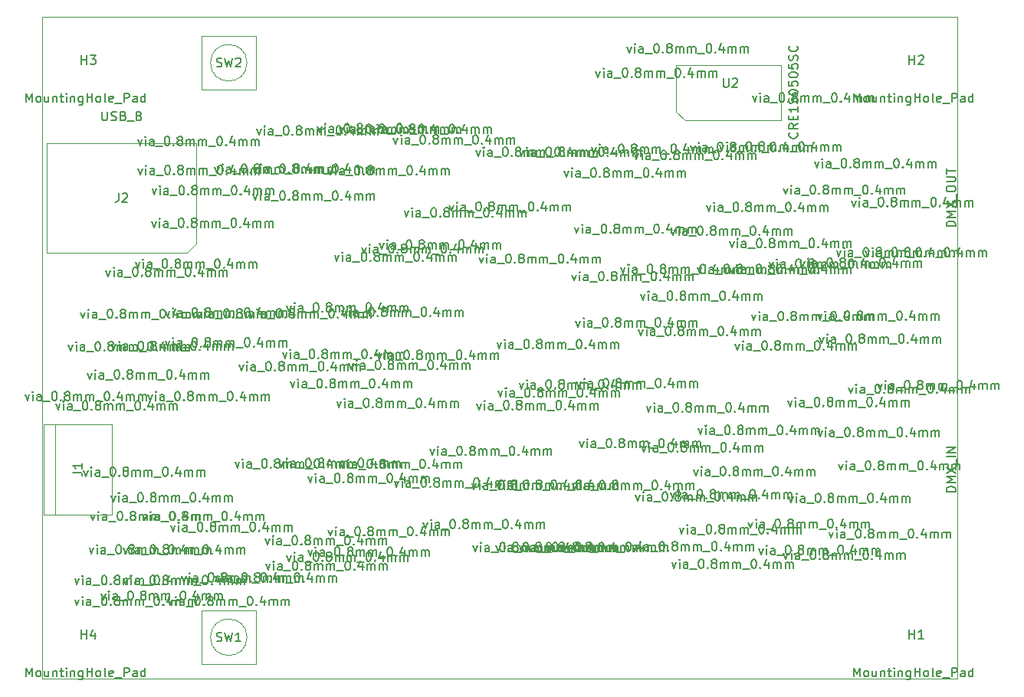
<source format=gbr>
G04 #@! TF.GenerationSoftware,KiCad,Pcbnew,5.1.2+dfsg1-1*
G04 #@! TF.CreationDate,2019-07-22T14:37:20+02:00*
G04 #@! TF.ProjectId,art_controller_3200,6172745f-636f-46e7-9472-6f6c6c65725f,A*
G04 #@! TF.SameCoordinates,Original*
G04 #@! TF.FileFunction,Other,Fab,Top*
%FSLAX46Y46*%
G04 Gerber Fmt 4.6, Leading zero omitted, Abs format (unit mm)*
G04 Created by KiCad (PCBNEW 5.1.2+dfsg1-1) date 2019-07-22 14:37:20*
%MOMM*%
%LPD*%
G04 APERTURE LIST*
%ADD10C,0.050000*%
%ADD11C,0.100000*%
%ADD12C,0.150000*%
G04 APERTURE END LIST*
D10*
X195326000Y-63754000D02*
X94234000Y-63754000D01*
X94234000Y-136906000D02*
X94234000Y-63754000D01*
X195326000Y-136906000D02*
X94234000Y-136906000D01*
X195326000Y-63754000D02*
X195326000Y-136906000D01*
D11*
X114860000Y-71870000D02*
X111860000Y-71870000D01*
X111860000Y-71870000D02*
X111860000Y-65870000D01*
X111860000Y-65870000D02*
X117860000Y-65870000D01*
X117860000Y-65870000D02*
X117860000Y-71870000D01*
X117860000Y-71870000D02*
X114860000Y-71870000D01*
X116875564Y-68870000D02*
G75*
G03X116875564Y-68870000I-2015564J0D01*
G01*
X116875564Y-132370000D02*
G75*
G03X116875564Y-132370000I-2015564J0D01*
G01*
X117860000Y-135370000D02*
X114860000Y-135370000D01*
X117860000Y-129370000D02*
X117860000Y-135370000D01*
X111860000Y-129370000D02*
X117860000Y-129370000D01*
X111860000Y-135370000D02*
X111860000Y-129370000D01*
X114860000Y-135370000D02*
X111860000Y-135370000D01*
X95660000Y-108870000D02*
X95660000Y-118770000D01*
X101960000Y-108820000D02*
X94460000Y-108820000D01*
X94460000Y-108820000D02*
X94460000Y-118820000D01*
X94460000Y-118820000D02*
X101960000Y-118820000D01*
X101960000Y-118820000D02*
X101960000Y-108820000D01*
X110270000Y-89870000D02*
X94770000Y-89870000D01*
X94770000Y-89870000D02*
X94770000Y-77770000D01*
X94770000Y-77770000D02*
X111270000Y-77770000D01*
X111270000Y-77770000D02*
X111270000Y-88870000D01*
X111270000Y-88870000D02*
X110270000Y-89870000D01*
X175840000Y-75250000D02*
X175840000Y-69150000D01*
X165310000Y-75250000D02*
X175840000Y-75250000D01*
X164310000Y-74250000D02*
X164310000Y-69150000D01*
X164310000Y-74250000D02*
X165310000Y-75250000D01*
X164310000Y-69150000D02*
X175840000Y-69150000D01*
D12*
X100761904Y-127585714D02*
X101000000Y-128252380D01*
X101238095Y-127585714D01*
X101619047Y-128252380D02*
X101619047Y-127585714D01*
X101619047Y-127252380D02*
X101571428Y-127300000D01*
X101619047Y-127347619D01*
X101666666Y-127300000D01*
X101619047Y-127252380D01*
X101619047Y-127347619D01*
X102523809Y-128252380D02*
X102523809Y-127728571D01*
X102476190Y-127633333D01*
X102380952Y-127585714D01*
X102190476Y-127585714D01*
X102095238Y-127633333D01*
X102523809Y-128204761D02*
X102428571Y-128252380D01*
X102190476Y-128252380D01*
X102095238Y-128204761D01*
X102047619Y-128109523D01*
X102047619Y-128014285D01*
X102095238Y-127919047D01*
X102190476Y-127871428D01*
X102428571Y-127871428D01*
X102523809Y-127823809D01*
X102761904Y-128347619D02*
X103523809Y-128347619D01*
X103952380Y-127252380D02*
X104047619Y-127252380D01*
X104142857Y-127300000D01*
X104190476Y-127347619D01*
X104238095Y-127442857D01*
X104285714Y-127633333D01*
X104285714Y-127871428D01*
X104238095Y-128061904D01*
X104190476Y-128157142D01*
X104142857Y-128204761D01*
X104047619Y-128252380D01*
X103952380Y-128252380D01*
X103857142Y-128204761D01*
X103809523Y-128157142D01*
X103761904Y-128061904D01*
X103714285Y-127871428D01*
X103714285Y-127633333D01*
X103761904Y-127442857D01*
X103809523Y-127347619D01*
X103857142Y-127300000D01*
X103952380Y-127252380D01*
X104714285Y-128157142D02*
X104761904Y-128204761D01*
X104714285Y-128252380D01*
X104666666Y-128204761D01*
X104714285Y-128157142D01*
X104714285Y-128252380D01*
X105333333Y-127680952D02*
X105238095Y-127633333D01*
X105190476Y-127585714D01*
X105142857Y-127490476D01*
X105142857Y-127442857D01*
X105190476Y-127347619D01*
X105238095Y-127300000D01*
X105333333Y-127252380D01*
X105523809Y-127252380D01*
X105619047Y-127300000D01*
X105666666Y-127347619D01*
X105714285Y-127442857D01*
X105714285Y-127490476D01*
X105666666Y-127585714D01*
X105619047Y-127633333D01*
X105523809Y-127680952D01*
X105333333Y-127680952D01*
X105238095Y-127728571D01*
X105190476Y-127776190D01*
X105142857Y-127871428D01*
X105142857Y-128061904D01*
X105190476Y-128157142D01*
X105238095Y-128204761D01*
X105333333Y-128252380D01*
X105523809Y-128252380D01*
X105619047Y-128204761D01*
X105666666Y-128157142D01*
X105714285Y-128061904D01*
X105714285Y-127871428D01*
X105666666Y-127776190D01*
X105619047Y-127728571D01*
X105523809Y-127680952D01*
X106142857Y-128252380D02*
X106142857Y-127585714D01*
X106142857Y-127680952D02*
X106190476Y-127633333D01*
X106285714Y-127585714D01*
X106428571Y-127585714D01*
X106523809Y-127633333D01*
X106571428Y-127728571D01*
X106571428Y-128252380D01*
X106571428Y-127728571D02*
X106619047Y-127633333D01*
X106714285Y-127585714D01*
X106857142Y-127585714D01*
X106952380Y-127633333D01*
X107000000Y-127728571D01*
X107000000Y-128252380D01*
X107476190Y-128252380D02*
X107476190Y-127585714D01*
X107476190Y-127680952D02*
X107523809Y-127633333D01*
X107619047Y-127585714D01*
X107761904Y-127585714D01*
X107857142Y-127633333D01*
X107904761Y-127728571D01*
X107904761Y-128252380D01*
X107904761Y-127728571D02*
X107952380Y-127633333D01*
X108047619Y-127585714D01*
X108190476Y-127585714D01*
X108285714Y-127633333D01*
X108333333Y-127728571D01*
X108333333Y-128252380D01*
X108571428Y-128347619D02*
X109333333Y-128347619D01*
X109761904Y-127252380D02*
X109857142Y-127252380D01*
X109952380Y-127300000D01*
X109999999Y-127347619D01*
X110047619Y-127442857D01*
X110095238Y-127633333D01*
X110095238Y-127871428D01*
X110047619Y-128061904D01*
X109999999Y-128157142D01*
X109952380Y-128204761D01*
X109857142Y-128252380D01*
X109761904Y-128252380D01*
X109666666Y-128204761D01*
X109619047Y-128157142D01*
X109571428Y-128061904D01*
X109523809Y-127871428D01*
X109523809Y-127633333D01*
X109571428Y-127442857D01*
X109619047Y-127347619D01*
X109666666Y-127300000D01*
X109761904Y-127252380D01*
X110523809Y-128157142D02*
X110571428Y-128204761D01*
X110523809Y-128252380D01*
X110476190Y-128204761D01*
X110523809Y-128157142D01*
X110523809Y-128252380D01*
X111428571Y-127585714D02*
X111428571Y-128252380D01*
X111190476Y-127204761D02*
X110952380Y-127919047D01*
X111571428Y-127919047D01*
X111952380Y-128252380D02*
X111952380Y-127585714D01*
X111952380Y-127680952D02*
X111999999Y-127633333D01*
X112095238Y-127585714D01*
X112238095Y-127585714D01*
X112333333Y-127633333D01*
X112380952Y-127728571D01*
X112380952Y-128252380D01*
X112380952Y-127728571D02*
X112428571Y-127633333D01*
X112523809Y-127585714D01*
X112666666Y-127585714D01*
X112761904Y-127633333D01*
X112809523Y-127728571D01*
X112809523Y-128252380D01*
X113285714Y-128252380D02*
X113285714Y-127585714D01*
X113285714Y-127680952D02*
X113333333Y-127633333D01*
X113428571Y-127585714D01*
X113571428Y-127585714D01*
X113666666Y-127633333D01*
X113714285Y-127728571D01*
X113714285Y-128252380D01*
X113714285Y-127728571D02*
X113761904Y-127633333D01*
X113857142Y-127585714D01*
X113999999Y-127585714D01*
X114095238Y-127633333D01*
X114142857Y-127728571D01*
X114142857Y-128252380D01*
X99461904Y-122485714D02*
X99700000Y-123152380D01*
X99938095Y-122485714D01*
X100319047Y-123152380D02*
X100319047Y-122485714D01*
X100319047Y-122152380D02*
X100271428Y-122200000D01*
X100319047Y-122247619D01*
X100366666Y-122200000D01*
X100319047Y-122152380D01*
X100319047Y-122247619D01*
X101223809Y-123152380D02*
X101223809Y-122628571D01*
X101176190Y-122533333D01*
X101080952Y-122485714D01*
X100890476Y-122485714D01*
X100795238Y-122533333D01*
X101223809Y-123104761D02*
X101128571Y-123152380D01*
X100890476Y-123152380D01*
X100795238Y-123104761D01*
X100747619Y-123009523D01*
X100747619Y-122914285D01*
X100795238Y-122819047D01*
X100890476Y-122771428D01*
X101128571Y-122771428D01*
X101223809Y-122723809D01*
X101461904Y-123247619D02*
X102223809Y-123247619D01*
X102652380Y-122152380D02*
X102747619Y-122152380D01*
X102842857Y-122200000D01*
X102890476Y-122247619D01*
X102938095Y-122342857D01*
X102985714Y-122533333D01*
X102985714Y-122771428D01*
X102938095Y-122961904D01*
X102890476Y-123057142D01*
X102842857Y-123104761D01*
X102747619Y-123152380D01*
X102652380Y-123152380D01*
X102557142Y-123104761D01*
X102509523Y-123057142D01*
X102461904Y-122961904D01*
X102414285Y-122771428D01*
X102414285Y-122533333D01*
X102461904Y-122342857D01*
X102509523Y-122247619D01*
X102557142Y-122200000D01*
X102652380Y-122152380D01*
X103414285Y-123057142D02*
X103461904Y-123104761D01*
X103414285Y-123152380D01*
X103366666Y-123104761D01*
X103414285Y-123057142D01*
X103414285Y-123152380D01*
X104033333Y-122580952D02*
X103938095Y-122533333D01*
X103890476Y-122485714D01*
X103842857Y-122390476D01*
X103842857Y-122342857D01*
X103890476Y-122247619D01*
X103938095Y-122200000D01*
X104033333Y-122152380D01*
X104223809Y-122152380D01*
X104319047Y-122200000D01*
X104366666Y-122247619D01*
X104414285Y-122342857D01*
X104414285Y-122390476D01*
X104366666Y-122485714D01*
X104319047Y-122533333D01*
X104223809Y-122580952D01*
X104033333Y-122580952D01*
X103938095Y-122628571D01*
X103890476Y-122676190D01*
X103842857Y-122771428D01*
X103842857Y-122961904D01*
X103890476Y-123057142D01*
X103938095Y-123104761D01*
X104033333Y-123152380D01*
X104223809Y-123152380D01*
X104319047Y-123104761D01*
X104366666Y-123057142D01*
X104414285Y-122961904D01*
X104414285Y-122771428D01*
X104366666Y-122676190D01*
X104319047Y-122628571D01*
X104223809Y-122580952D01*
X104842857Y-123152380D02*
X104842857Y-122485714D01*
X104842857Y-122580952D02*
X104890476Y-122533333D01*
X104985714Y-122485714D01*
X105128571Y-122485714D01*
X105223809Y-122533333D01*
X105271428Y-122628571D01*
X105271428Y-123152380D01*
X105271428Y-122628571D02*
X105319047Y-122533333D01*
X105414285Y-122485714D01*
X105557142Y-122485714D01*
X105652380Y-122533333D01*
X105700000Y-122628571D01*
X105700000Y-123152380D01*
X106176190Y-123152380D02*
X106176190Y-122485714D01*
X106176190Y-122580952D02*
X106223809Y-122533333D01*
X106319047Y-122485714D01*
X106461904Y-122485714D01*
X106557142Y-122533333D01*
X106604761Y-122628571D01*
X106604761Y-123152380D01*
X106604761Y-122628571D02*
X106652380Y-122533333D01*
X106747619Y-122485714D01*
X106890476Y-122485714D01*
X106985714Y-122533333D01*
X107033333Y-122628571D01*
X107033333Y-123152380D01*
X107271428Y-123247619D02*
X108033333Y-123247619D01*
X108461904Y-122152380D02*
X108557142Y-122152380D01*
X108652380Y-122200000D01*
X108699999Y-122247619D01*
X108747619Y-122342857D01*
X108795238Y-122533333D01*
X108795238Y-122771428D01*
X108747619Y-122961904D01*
X108699999Y-123057142D01*
X108652380Y-123104761D01*
X108557142Y-123152380D01*
X108461904Y-123152380D01*
X108366666Y-123104761D01*
X108319047Y-123057142D01*
X108271428Y-122961904D01*
X108223809Y-122771428D01*
X108223809Y-122533333D01*
X108271428Y-122342857D01*
X108319047Y-122247619D01*
X108366666Y-122200000D01*
X108461904Y-122152380D01*
X109223809Y-123057142D02*
X109271428Y-123104761D01*
X109223809Y-123152380D01*
X109176190Y-123104761D01*
X109223809Y-123057142D01*
X109223809Y-123152380D01*
X110128571Y-122485714D02*
X110128571Y-123152380D01*
X109890476Y-122104761D02*
X109652380Y-122819047D01*
X110271428Y-122819047D01*
X110652380Y-123152380D02*
X110652380Y-122485714D01*
X110652380Y-122580952D02*
X110699999Y-122533333D01*
X110795238Y-122485714D01*
X110938095Y-122485714D01*
X111033333Y-122533333D01*
X111080952Y-122628571D01*
X111080952Y-123152380D01*
X111080952Y-122628571D02*
X111128571Y-122533333D01*
X111223809Y-122485714D01*
X111366666Y-122485714D01*
X111461904Y-122533333D01*
X111509523Y-122628571D01*
X111509523Y-123152380D01*
X111985714Y-123152380D02*
X111985714Y-122485714D01*
X111985714Y-122580952D02*
X112033333Y-122533333D01*
X112128571Y-122485714D01*
X112271428Y-122485714D01*
X112366666Y-122533333D01*
X112414285Y-122628571D01*
X112414285Y-123152380D01*
X112414285Y-122628571D02*
X112461904Y-122533333D01*
X112557142Y-122485714D01*
X112699999Y-122485714D01*
X112795238Y-122533333D01*
X112842857Y-122628571D01*
X112842857Y-123152380D01*
X108161904Y-128185714D02*
X108400000Y-128852380D01*
X108638095Y-128185714D01*
X109019047Y-128852380D02*
X109019047Y-128185714D01*
X109019047Y-127852380D02*
X108971428Y-127900000D01*
X109019047Y-127947619D01*
X109066666Y-127900000D01*
X109019047Y-127852380D01*
X109019047Y-127947619D01*
X109923809Y-128852380D02*
X109923809Y-128328571D01*
X109876190Y-128233333D01*
X109780952Y-128185714D01*
X109590476Y-128185714D01*
X109495238Y-128233333D01*
X109923809Y-128804761D02*
X109828571Y-128852380D01*
X109590476Y-128852380D01*
X109495238Y-128804761D01*
X109447619Y-128709523D01*
X109447619Y-128614285D01*
X109495238Y-128519047D01*
X109590476Y-128471428D01*
X109828571Y-128471428D01*
X109923809Y-128423809D01*
X110161904Y-128947619D02*
X110923809Y-128947619D01*
X111352380Y-127852380D02*
X111447619Y-127852380D01*
X111542857Y-127900000D01*
X111590476Y-127947619D01*
X111638095Y-128042857D01*
X111685714Y-128233333D01*
X111685714Y-128471428D01*
X111638095Y-128661904D01*
X111590476Y-128757142D01*
X111542857Y-128804761D01*
X111447619Y-128852380D01*
X111352380Y-128852380D01*
X111257142Y-128804761D01*
X111209523Y-128757142D01*
X111161904Y-128661904D01*
X111114285Y-128471428D01*
X111114285Y-128233333D01*
X111161904Y-128042857D01*
X111209523Y-127947619D01*
X111257142Y-127900000D01*
X111352380Y-127852380D01*
X112114285Y-128757142D02*
X112161904Y-128804761D01*
X112114285Y-128852380D01*
X112066666Y-128804761D01*
X112114285Y-128757142D01*
X112114285Y-128852380D01*
X112733333Y-128280952D02*
X112638095Y-128233333D01*
X112590476Y-128185714D01*
X112542857Y-128090476D01*
X112542857Y-128042857D01*
X112590476Y-127947619D01*
X112638095Y-127900000D01*
X112733333Y-127852380D01*
X112923809Y-127852380D01*
X113019047Y-127900000D01*
X113066666Y-127947619D01*
X113114285Y-128042857D01*
X113114285Y-128090476D01*
X113066666Y-128185714D01*
X113019047Y-128233333D01*
X112923809Y-128280952D01*
X112733333Y-128280952D01*
X112638095Y-128328571D01*
X112590476Y-128376190D01*
X112542857Y-128471428D01*
X112542857Y-128661904D01*
X112590476Y-128757142D01*
X112638095Y-128804761D01*
X112733333Y-128852380D01*
X112923809Y-128852380D01*
X113019047Y-128804761D01*
X113066666Y-128757142D01*
X113114285Y-128661904D01*
X113114285Y-128471428D01*
X113066666Y-128376190D01*
X113019047Y-128328571D01*
X112923809Y-128280952D01*
X113542857Y-128852380D02*
X113542857Y-128185714D01*
X113542857Y-128280952D02*
X113590476Y-128233333D01*
X113685714Y-128185714D01*
X113828571Y-128185714D01*
X113923809Y-128233333D01*
X113971428Y-128328571D01*
X113971428Y-128852380D01*
X113971428Y-128328571D02*
X114019047Y-128233333D01*
X114114285Y-128185714D01*
X114257142Y-128185714D01*
X114352380Y-128233333D01*
X114400000Y-128328571D01*
X114400000Y-128852380D01*
X114876190Y-128852380D02*
X114876190Y-128185714D01*
X114876190Y-128280952D02*
X114923809Y-128233333D01*
X115019047Y-128185714D01*
X115161904Y-128185714D01*
X115257142Y-128233333D01*
X115304761Y-128328571D01*
X115304761Y-128852380D01*
X115304761Y-128328571D02*
X115352380Y-128233333D01*
X115447619Y-128185714D01*
X115590476Y-128185714D01*
X115685714Y-128233333D01*
X115733333Y-128328571D01*
X115733333Y-128852380D01*
X115971428Y-128947619D02*
X116733333Y-128947619D01*
X117161904Y-127852380D02*
X117257142Y-127852380D01*
X117352380Y-127900000D01*
X117399999Y-127947619D01*
X117447619Y-128042857D01*
X117495238Y-128233333D01*
X117495238Y-128471428D01*
X117447619Y-128661904D01*
X117399999Y-128757142D01*
X117352380Y-128804761D01*
X117257142Y-128852380D01*
X117161904Y-128852380D01*
X117066666Y-128804761D01*
X117019047Y-128757142D01*
X116971428Y-128661904D01*
X116923809Y-128471428D01*
X116923809Y-128233333D01*
X116971428Y-128042857D01*
X117019047Y-127947619D01*
X117066666Y-127900000D01*
X117161904Y-127852380D01*
X117923809Y-128757142D02*
X117971428Y-128804761D01*
X117923809Y-128852380D01*
X117876190Y-128804761D01*
X117923809Y-128757142D01*
X117923809Y-128852380D01*
X118828571Y-128185714D02*
X118828571Y-128852380D01*
X118590476Y-127804761D02*
X118352380Y-128519047D01*
X118971428Y-128519047D01*
X119352380Y-128852380D02*
X119352380Y-128185714D01*
X119352380Y-128280952D02*
X119399999Y-128233333D01*
X119495238Y-128185714D01*
X119638095Y-128185714D01*
X119733333Y-128233333D01*
X119780952Y-128328571D01*
X119780952Y-128852380D01*
X119780952Y-128328571D02*
X119828571Y-128233333D01*
X119923809Y-128185714D01*
X120066666Y-128185714D01*
X120161904Y-128233333D01*
X120209523Y-128328571D01*
X120209523Y-128852380D01*
X120685714Y-128852380D02*
X120685714Y-128185714D01*
X120685714Y-128280952D02*
X120733333Y-128233333D01*
X120828571Y-128185714D01*
X120971428Y-128185714D01*
X121066666Y-128233333D01*
X121114285Y-128328571D01*
X121114285Y-128852380D01*
X121114285Y-128328571D02*
X121161904Y-128233333D01*
X121257142Y-128185714D01*
X121399999Y-128185714D01*
X121495238Y-128233333D01*
X121542857Y-128328571D01*
X121542857Y-128852380D01*
X97861904Y-128185714D02*
X98100000Y-128852380D01*
X98338095Y-128185714D01*
X98719047Y-128852380D02*
X98719047Y-128185714D01*
X98719047Y-127852380D02*
X98671428Y-127900000D01*
X98719047Y-127947619D01*
X98766666Y-127900000D01*
X98719047Y-127852380D01*
X98719047Y-127947619D01*
X99623809Y-128852380D02*
X99623809Y-128328571D01*
X99576190Y-128233333D01*
X99480952Y-128185714D01*
X99290476Y-128185714D01*
X99195238Y-128233333D01*
X99623809Y-128804761D02*
X99528571Y-128852380D01*
X99290476Y-128852380D01*
X99195238Y-128804761D01*
X99147619Y-128709523D01*
X99147619Y-128614285D01*
X99195238Y-128519047D01*
X99290476Y-128471428D01*
X99528571Y-128471428D01*
X99623809Y-128423809D01*
X99861904Y-128947619D02*
X100623809Y-128947619D01*
X101052380Y-127852380D02*
X101147619Y-127852380D01*
X101242857Y-127900000D01*
X101290476Y-127947619D01*
X101338095Y-128042857D01*
X101385714Y-128233333D01*
X101385714Y-128471428D01*
X101338095Y-128661904D01*
X101290476Y-128757142D01*
X101242857Y-128804761D01*
X101147619Y-128852380D01*
X101052380Y-128852380D01*
X100957142Y-128804761D01*
X100909523Y-128757142D01*
X100861904Y-128661904D01*
X100814285Y-128471428D01*
X100814285Y-128233333D01*
X100861904Y-128042857D01*
X100909523Y-127947619D01*
X100957142Y-127900000D01*
X101052380Y-127852380D01*
X101814285Y-128757142D02*
X101861904Y-128804761D01*
X101814285Y-128852380D01*
X101766666Y-128804761D01*
X101814285Y-128757142D01*
X101814285Y-128852380D01*
X102433333Y-128280952D02*
X102338095Y-128233333D01*
X102290476Y-128185714D01*
X102242857Y-128090476D01*
X102242857Y-128042857D01*
X102290476Y-127947619D01*
X102338095Y-127900000D01*
X102433333Y-127852380D01*
X102623809Y-127852380D01*
X102719047Y-127900000D01*
X102766666Y-127947619D01*
X102814285Y-128042857D01*
X102814285Y-128090476D01*
X102766666Y-128185714D01*
X102719047Y-128233333D01*
X102623809Y-128280952D01*
X102433333Y-128280952D01*
X102338095Y-128328571D01*
X102290476Y-128376190D01*
X102242857Y-128471428D01*
X102242857Y-128661904D01*
X102290476Y-128757142D01*
X102338095Y-128804761D01*
X102433333Y-128852380D01*
X102623809Y-128852380D01*
X102719047Y-128804761D01*
X102766666Y-128757142D01*
X102814285Y-128661904D01*
X102814285Y-128471428D01*
X102766666Y-128376190D01*
X102719047Y-128328571D01*
X102623809Y-128280952D01*
X103242857Y-128852380D02*
X103242857Y-128185714D01*
X103242857Y-128280952D02*
X103290476Y-128233333D01*
X103385714Y-128185714D01*
X103528571Y-128185714D01*
X103623809Y-128233333D01*
X103671428Y-128328571D01*
X103671428Y-128852380D01*
X103671428Y-128328571D02*
X103719047Y-128233333D01*
X103814285Y-128185714D01*
X103957142Y-128185714D01*
X104052380Y-128233333D01*
X104100000Y-128328571D01*
X104100000Y-128852380D01*
X104576190Y-128852380D02*
X104576190Y-128185714D01*
X104576190Y-128280952D02*
X104623809Y-128233333D01*
X104719047Y-128185714D01*
X104861904Y-128185714D01*
X104957142Y-128233333D01*
X105004761Y-128328571D01*
X105004761Y-128852380D01*
X105004761Y-128328571D02*
X105052380Y-128233333D01*
X105147619Y-128185714D01*
X105290476Y-128185714D01*
X105385714Y-128233333D01*
X105433333Y-128328571D01*
X105433333Y-128852380D01*
X105671428Y-128947619D02*
X106433333Y-128947619D01*
X106861904Y-127852380D02*
X106957142Y-127852380D01*
X107052380Y-127900000D01*
X107099999Y-127947619D01*
X107147619Y-128042857D01*
X107195238Y-128233333D01*
X107195238Y-128471428D01*
X107147619Y-128661904D01*
X107099999Y-128757142D01*
X107052380Y-128804761D01*
X106957142Y-128852380D01*
X106861904Y-128852380D01*
X106766666Y-128804761D01*
X106719047Y-128757142D01*
X106671428Y-128661904D01*
X106623809Y-128471428D01*
X106623809Y-128233333D01*
X106671428Y-128042857D01*
X106719047Y-127947619D01*
X106766666Y-127900000D01*
X106861904Y-127852380D01*
X107623809Y-128757142D02*
X107671428Y-128804761D01*
X107623809Y-128852380D01*
X107576190Y-128804761D01*
X107623809Y-128757142D01*
X107623809Y-128852380D01*
X108528571Y-128185714D02*
X108528571Y-128852380D01*
X108290476Y-127804761D02*
X108052380Y-128519047D01*
X108671428Y-128519047D01*
X109052380Y-128852380D02*
X109052380Y-128185714D01*
X109052380Y-128280952D02*
X109099999Y-128233333D01*
X109195238Y-128185714D01*
X109338095Y-128185714D01*
X109433333Y-128233333D01*
X109480952Y-128328571D01*
X109480952Y-128852380D01*
X109480952Y-128328571D02*
X109528571Y-128233333D01*
X109623809Y-128185714D01*
X109766666Y-128185714D01*
X109861904Y-128233333D01*
X109909523Y-128328571D01*
X109909523Y-128852380D01*
X110385714Y-128852380D02*
X110385714Y-128185714D01*
X110385714Y-128280952D02*
X110433333Y-128233333D01*
X110528571Y-128185714D01*
X110671428Y-128185714D01*
X110766666Y-128233333D01*
X110814285Y-128328571D01*
X110814285Y-128852380D01*
X110814285Y-128328571D02*
X110861904Y-128233333D01*
X110957142Y-128185714D01*
X111099999Y-128185714D01*
X111195238Y-128233333D01*
X111242857Y-128328571D01*
X111242857Y-128852380D01*
X113361904Y-125585714D02*
X113600000Y-126252380D01*
X113838095Y-125585714D01*
X114219047Y-126252380D02*
X114219047Y-125585714D01*
X114219047Y-125252380D02*
X114171428Y-125300000D01*
X114219047Y-125347619D01*
X114266666Y-125300000D01*
X114219047Y-125252380D01*
X114219047Y-125347619D01*
X115123809Y-126252380D02*
X115123809Y-125728571D01*
X115076190Y-125633333D01*
X114980952Y-125585714D01*
X114790476Y-125585714D01*
X114695238Y-125633333D01*
X115123809Y-126204761D02*
X115028571Y-126252380D01*
X114790476Y-126252380D01*
X114695238Y-126204761D01*
X114647619Y-126109523D01*
X114647619Y-126014285D01*
X114695238Y-125919047D01*
X114790476Y-125871428D01*
X115028571Y-125871428D01*
X115123809Y-125823809D01*
X115361904Y-126347619D02*
X116123809Y-126347619D01*
X116552380Y-125252380D02*
X116647619Y-125252380D01*
X116742857Y-125300000D01*
X116790476Y-125347619D01*
X116838095Y-125442857D01*
X116885714Y-125633333D01*
X116885714Y-125871428D01*
X116838095Y-126061904D01*
X116790476Y-126157142D01*
X116742857Y-126204761D01*
X116647619Y-126252380D01*
X116552380Y-126252380D01*
X116457142Y-126204761D01*
X116409523Y-126157142D01*
X116361904Y-126061904D01*
X116314285Y-125871428D01*
X116314285Y-125633333D01*
X116361904Y-125442857D01*
X116409523Y-125347619D01*
X116457142Y-125300000D01*
X116552380Y-125252380D01*
X117314285Y-126157142D02*
X117361904Y-126204761D01*
X117314285Y-126252380D01*
X117266666Y-126204761D01*
X117314285Y-126157142D01*
X117314285Y-126252380D01*
X117933333Y-125680952D02*
X117838095Y-125633333D01*
X117790476Y-125585714D01*
X117742857Y-125490476D01*
X117742857Y-125442857D01*
X117790476Y-125347619D01*
X117838095Y-125300000D01*
X117933333Y-125252380D01*
X118123809Y-125252380D01*
X118219047Y-125300000D01*
X118266666Y-125347619D01*
X118314285Y-125442857D01*
X118314285Y-125490476D01*
X118266666Y-125585714D01*
X118219047Y-125633333D01*
X118123809Y-125680952D01*
X117933333Y-125680952D01*
X117838095Y-125728571D01*
X117790476Y-125776190D01*
X117742857Y-125871428D01*
X117742857Y-126061904D01*
X117790476Y-126157142D01*
X117838095Y-126204761D01*
X117933333Y-126252380D01*
X118123809Y-126252380D01*
X118219047Y-126204761D01*
X118266666Y-126157142D01*
X118314285Y-126061904D01*
X118314285Y-125871428D01*
X118266666Y-125776190D01*
X118219047Y-125728571D01*
X118123809Y-125680952D01*
X118742857Y-126252380D02*
X118742857Y-125585714D01*
X118742857Y-125680952D02*
X118790476Y-125633333D01*
X118885714Y-125585714D01*
X119028571Y-125585714D01*
X119123809Y-125633333D01*
X119171428Y-125728571D01*
X119171428Y-126252380D01*
X119171428Y-125728571D02*
X119219047Y-125633333D01*
X119314285Y-125585714D01*
X119457142Y-125585714D01*
X119552380Y-125633333D01*
X119600000Y-125728571D01*
X119600000Y-126252380D01*
X120076190Y-126252380D02*
X120076190Y-125585714D01*
X120076190Y-125680952D02*
X120123809Y-125633333D01*
X120219047Y-125585714D01*
X120361904Y-125585714D01*
X120457142Y-125633333D01*
X120504761Y-125728571D01*
X120504761Y-126252380D01*
X120504761Y-125728571D02*
X120552380Y-125633333D01*
X120647619Y-125585714D01*
X120790476Y-125585714D01*
X120885714Y-125633333D01*
X120933333Y-125728571D01*
X120933333Y-126252380D01*
X121171428Y-126347619D02*
X121933333Y-126347619D01*
X122361904Y-125252380D02*
X122457142Y-125252380D01*
X122552380Y-125300000D01*
X122599999Y-125347619D01*
X122647619Y-125442857D01*
X122695238Y-125633333D01*
X122695238Y-125871428D01*
X122647619Y-126061904D01*
X122599999Y-126157142D01*
X122552380Y-126204761D01*
X122457142Y-126252380D01*
X122361904Y-126252380D01*
X122266666Y-126204761D01*
X122219047Y-126157142D01*
X122171428Y-126061904D01*
X122123809Y-125871428D01*
X122123809Y-125633333D01*
X122171428Y-125442857D01*
X122219047Y-125347619D01*
X122266666Y-125300000D01*
X122361904Y-125252380D01*
X123123809Y-126157142D02*
X123171428Y-126204761D01*
X123123809Y-126252380D01*
X123076190Y-126204761D01*
X123123809Y-126157142D01*
X123123809Y-126252380D01*
X124028571Y-125585714D02*
X124028571Y-126252380D01*
X123790476Y-125204761D02*
X123552380Y-125919047D01*
X124171428Y-125919047D01*
X124552380Y-126252380D02*
X124552380Y-125585714D01*
X124552380Y-125680952D02*
X124599999Y-125633333D01*
X124695238Y-125585714D01*
X124838095Y-125585714D01*
X124933333Y-125633333D01*
X124980952Y-125728571D01*
X124980952Y-126252380D01*
X124980952Y-125728571D02*
X125028571Y-125633333D01*
X125123809Y-125585714D01*
X125266666Y-125585714D01*
X125361904Y-125633333D01*
X125409523Y-125728571D01*
X125409523Y-126252380D01*
X125885714Y-126252380D02*
X125885714Y-125585714D01*
X125885714Y-125680952D02*
X125933333Y-125633333D01*
X126028571Y-125585714D01*
X126171428Y-125585714D01*
X126266666Y-125633333D01*
X126314285Y-125728571D01*
X126314285Y-126252380D01*
X126314285Y-125728571D02*
X126361904Y-125633333D01*
X126457142Y-125585714D01*
X126599999Y-125585714D01*
X126695238Y-125633333D01*
X126742857Y-125728571D01*
X126742857Y-126252380D01*
X109661904Y-125585714D02*
X109900000Y-126252380D01*
X110138095Y-125585714D01*
X110519047Y-126252380D02*
X110519047Y-125585714D01*
X110519047Y-125252380D02*
X110471428Y-125300000D01*
X110519047Y-125347619D01*
X110566666Y-125300000D01*
X110519047Y-125252380D01*
X110519047Y-125347619D01*
X111423809Y-126252380D02*
X111423809Y-125728571D01*
X111376190Y-125633333D01*
X111280952Y-125585714D01*
X111090476Y-125585714D01*
X110995238Y-125633333D01*
X111423809Y-126204761D02*
X111328571Y-126252380D01*
X111090476Y-126252380D01*
X110995238Y-126204761D01*
X110947619Y-126109523D01*
X110947619Y-126014285D01*
X110995238Y-125919047D01*
X111090476Y-125871428D01*
X111328571Y-125871428D01*
X111423809Y-125823809D01*
X111661904Y-126347619D02*
X112423809Y-126347619D01*
X112852380Y-125252380D02*
X112947619Y-125252380D01*
X113042857Y-125300000D01*
X113090476Y-125347619D01*
X113138095Y-125442857D01*
X113185714Y-125633333D01*
X113185714Y-125871428D01*
X113138095Y-126061904D01*
X113090476Y-126157142D01*
X113042857Y-126204761D01*
X112947619Y-126252380D01*
X112852380Y-126252380D01*
X112757142Y-126204761D01*
X112709523Y-126157142D01*
X112661904Y-126061904D01*
X112614285Y-125871428D01*
X112614285Y-125633333D01*
X112661904Y-125442857D01*
X112709523Y-125347619D01*
X112757142Y-125300000D01*
X112852380Y-125252380D01*
X113614285Y-126157142D02*
X113661904Y-126204761D01*
X113614285Y-126252380D01*
X113566666Y-126204761D01*
X113614285Y-126157142D01*
X113614285Y-126252380D01*
X114233333Y-125680952D02*
X114138095Y-125633333D01*
X114090476Y-125585714D01*
X114042857Y-125490476D01*
X114042857Y-125442857D01*
X114090476Y-125347619D01*
X114138095Y-125300000D01*
X114233333Y-125252380D01*
X114423809Y-125252380D01*
X114519047Y-125300000D01*
X114566666Y-125347619D01*
X114614285Y-125442857D01*
X114614285Y-125490476D01*
X114566666Y-125585714D01*
X114519047Y-125633333D01*
X114423809Y-125680952D01*
X114233333Y-125680952D01*
X114138095Y-125728571D01*
X114090476Y-125776190D01*
X114042857Y-125871428D01*
X114042857Y-126061904D01*
X114090476Y-126157142D01*
X114138095Y-126204761D01*
X114233333Y-126252380D01*
X114423809Y-126252380D01*
X114519047Y-126204761D01*
X114566666Y-126157142D01*
X114614285Y-126061904D01*
X114614285Y-125871428D01*
X114566666Y-125776190D01*
X114519047Y-125728571D01*
X114423809Y-125680952D01*
X115042857Y-126252380D02*
X115042857Y-125585714D01*
X115042857Y-125680952D02*
X115090476Y-125633333D01*
X115185714Y-125585714D01*
X115328571Y-125585714D01*
X115423809Y-125633333D01*
X115471428Y-125728571D01*
X115471428Y-126252380D01*
X115471428Y-125728571D02*
X115519047Y-125633333D01*
X115614285Y-125585714D01*
X115757142Y-125585714D01*
X115852380Y-125633333D01*
X115900000Y-125728571D01*
X115900000Y-126252380D01*
X116376190Y-126252380D02*
X116376190Y-125585714D01*
X116376190Y-125680952D02*
X116423809Y-125633333D01*
X116519047Y-125585714D01*
X116661904Y-125585714D01*
X116757142Y-125633333D01*
X116804761Y-125728571D01*
X116804761Y-126252380D01*
X116804761Y-125728571D02*
X116852380Y-125633333D01*
X116947619Y-125585714D01*
X117090476Y-125585714D01*
X117185714Y-125633333D01*
X117233333Y-125728571D01*
X117233333Y-126252380D01*
X117471428Y-126347619D02*
X118233333Y-126347619D01*
X118661904Y-125252380D02*
X118757142Y-125252380D01*
X118852380Y-125300000D01*
X118899999Y-125347619D01*
X118947619Y-125442857D01*
X118995238Y-125633333D01*
X118995238Y-125871428D01*
X118947619Y-126061904D01*
X118899999Y-126157142D01*
X118852380Y-126204761D01*
X118757142Y-126252380D01*
X118661904Y-126252380D01*
X118566666Y-126204761D01*
X118519047Y-126157142D01*
X118471428Y-126061904D01*
X118423809Y-125871428D01*
X118423809Y-125633333D01*
X118471428Y-125442857D01*
X118519047Y-125347619D01*
X118566666Y-125300000D01*
X118661904Y-125252380D01*
X119423809Y-126157142D02*
X119471428Y-126204761D01*
X119423809Y-126252380D01*
X119376190Y-126204761D01*
X119423809Y-126157142D01*
X119423809Y-126252380D01*
X120328571Y-125585714D02*
X120328571Y-126252380D01*
X120090476Y-125204761D02*
X119852380Y-125919047D01*
X120471428Y-125919047D01*
X120852380Y-126252380D02*
X120852380Y-125585714D01*
X120852380Y-125680952D02*
X120899999Y-125633333D01*
X120995238Y-125585714D01*
X121138095Y-125585714D01*
X121233333Y-125633333D01*
X121280952Y-125728571D01*
X121280952Y-126252380D01*
X121280952Y-125728571D02*
X121328571Y-125633333D01*
X121423809Y-125585714D01*
X121566666Y-125585714D01*
X121661904Y-125633333D01*
X121709523Y-125728571D01*
X121709523Y-126252380D01*
X122185714Y-126252380D02*
X122185714Y-125585714D01*
X122185714Y-125680952D02*
X122233333Y-125633333D01*
X122328571Y-125585714D01*
X122471428Y-125585714D01*
X122566666Y-125633333D01*
X122614285Y-125728571D01*
X122614285Y-126252380D01*
X122614285Y-125728571D02*
X122661904Y-125633333D01*
X122757142Y-125585714D01*
X122899999Y-125585714D01*
X122995238Y-125633333D01*
X123042857Y-125728571D01*
X123042857Y-126252380D01*
X103261904Y-122485714D02*
X103500000Y-123152380D01*
X103738095Y-122485714D01*
X104119047Y-123152380D02*
X104119047Y-122485714D01*
X104119047Y-122152380D02*
X104071428Y-122200000D01*
X104119047Y-122247619D01*
X104166666Y-122200000D01*
X104119047Y-122152380D01*
X104119047Y-122247619D01*
X105023809Y-123152380D02*
X105023809Y-122628571D01*
X104976190Y-122533333D01*
X104880952Y-122485714D01*
X104690476Y-122485714D01*
X104595238Y-122533333D01*
X105023809Y-123104761D02*
X104928571Y-123152380D01*
X104690476Y-123152380D01*
X104595238Y-123104761D01*
X104547619Y-123009523D01*
X104547619Y-122914285D01*
X104595238Y-122819047D01*
X104690476Y-122771428D01*
X104928571Y-122771428D01*
X105023809Y-122723809D01*
X105261904Y-123247619D02*
X106023809Y-123247619D01*
X106452380Y-122152380D02*
X106547619Y-122152380D01*
X106642857Y-122200000D01*
X106690476Y-122247619D01*
X106738095Y-122342857D01*
X106785714Y-122533333D01*
X106785714Y-122771428D01*
X106738095Y-122961904D01*
X106690476Y-123057142D01*
X106642857Y-123104761D01*
X106547619Y-123152380D01*
X106452380Y-123152380D01*
X106357142Y-123104761D01*
X106309523Y-123057142D01*
X106261904Y-122961904D01*
X106214285Y-122771428D01*
X106214285Y-122533333D01*
X106261904Y-122342857D01*
X106309523Y-122247619D01*
X106357142Y-122200000D01*
X106452380Y-122152380D01*
X107214285Y-123057142D02*
X107261904Y-123104761D01*
X107214285Y-123152380D01*
X107166666Y-123104761D01*
X107214285Y-123057142D01*
X107214285Y-123152380D01*
X107833333Y-122580952D02*
X107738095Y-122533333D01*
X107690476Y-122485714D01*
X107642857Y-122390476D01*
X107642857Y-122342857D01*
X107690476Y-122247619D01*
X107738095Y-122200000D01*
X107833333Y-122152380D01*
X108023809Y-122152380D01*
X108119047Y-122200000D01*
X108166666Y-122247619D01*
X108214285Y-122342857D01*
X108214285Y-122390476D01*
X108166666Y-122485714D01*
X108119047Y-122533333D01*
X108023809Y-122580952D01*
X107833333Y-122580952D01*
X107738095Y-122628571D01*
X107690476Y-122676190D01*
X107642857Y-122771428D01*
X107642857Y-122961904D01*
X107690476Y-123057142D01*
X107738095Y-123104761D01*
X107833333Y-123152380D01*
X108023809Y-123152380D01*
X108119047Y-123104761D01*
X108166666Y-123057142D01*
X108214285Y-122961904D01*
X108214285Y-122771428D01*
X108166666Y-122676190D01*
X108119047Y-122628571D01*
X108023809Y-122580952D01*
X108642857Y-123152380D02*
X108642857Y-122485714D01*
X108642857Y-122580952D02*
X108690476Y-122533333D01*
X108785714Y-122485714D01*
X108928571Y-122485714D01*
X109023809Y-122533333D01*
X109071428Y-122628571D01*
X109071428Y-123152380D01*
X109071428Y-122628571D02*
X109119047Y-122533333D01*
X109214285Y-122485714D01*
X109357142Y-122485714D01*
X109452380Y-122533333D01*
X109500000Y-122628571D01*
X109500000Y-123152380D01*
X109976190Y-123152380D02*
X109976190Y-122485714D01*
X109976190Y-122580952D02*
X110023809Y-122533333D01*
X110119047Y-122485714D01*
X110261904Y-122485714D01*
X110357142Y-122533333D01*
X110404761Y-122628571D01*
X110404761Y-123152380D01*
X110404761Y-122628571D02*
X110452380Y-122533333D01*
X110547619Y-122485714D01*
X110690476Y-122485714D01*
X110785714Y-122533333D01*
X110833333Y-122628571D01*
X110833333Y-123152380D01*
X111071428Y-123247619D02*
X111833333Y-123247619D01*
X112261904Y-122152380D02*
X112357142Y-122152380D01*
X112452380Y-122200000D01*
X112499999Y-122247619D01*
X112547619Y-122342857D01*
X112595238Y-122533333D01*
X112595238Y-122771428D01*
X112547619Y-122961904D01*
X112499999Y-123057142D01*
X112452380Y-123104761D01*
X112357142Y-123152380D01*
X112261904Y-123152380D01*
X112166666Y-123104761D01*
X112119047Y-123057142D01*
X112071428Y-122961904D01*
X112023809Y-122771428D01*
X112023809Y-122533333D01*
X112071428Y-122342857D01*
X112119047Y-122247619D01*
X112166666Y-122200000D01*
X112261904Y-122152380D01*
X113023809Y-123057142D02*
X113071428Y-123104761D01*
X113023809Y-123152380D01*
X112976190Y-123104761D01*
X113023809Y-123057142D01*
X113023809Y-123152380D01*
X113928571Y-122485714D02*
X113928571Y-123152380D01*
X113690476Y-122104761D02*
X113452380Y-122819047D01*
X114071428Y-122819047D01*
X114452380Y-123152380D02*
X114452380Y-122485714D01*
X114452380Y-122580952D02*
X114499999Y-122533333D01*
X114595238Y-122485714D01*
X114738095Y-122485714D01*
X114833333Y-122533333D01*
X114880952Y-122628571D01*
X114880952Y-123152380D01*
X114880952Y-122628571D02*
X114928571Y-122533333D01*
X115023809Y-122485714D01*
X115166666Y-122485714D01*
X115261904Y-122533333D01*
X115309523Y-122628571D01*
X115309523Y-123152380D01*
X115785714Y-123152380D02*
X115785714Y-122485714D01*
X115785714Y-122580952D02*
X115833333Y-122533333D01*
X115928571Y-122485714D01*
X116071428Y-122485714D01*
X116166666Y-122533333D01*
X116214285Y-122628571D01*
X116214285Y-123152380D01*
X116214285Y-122628571D02*
X116261904Y-122533333D01*
X116357142Y-122485714D01*
X116499999Y-122485714D01*
X116595238Y-122533333D01*
X116642857Y-122628571D01*
X116642857Y-123152380D01*
X97861904Y-125885714D02*
X98100000Y-126552380D01*
X98338095Y-125885714D01*
X98719047Y-126552380D02*
X98719047Y-125885714D01*
X98719047Y-125552380D02*
X98671428Y-125600000D01*
X98719047Y-125647619D01*
X98766666Y-125600000D01*
X98719047Y-125552380D01*
X98719047Y-125647619D01*
X99623809Y-126552380D02*
X99623809Y-126028571D01*
X99576190Y-125933333D01*
X99480952Y-125885714D01*
X99290476Y-125885714D01*
X99195238Y-125933333D01*
X99623809Y-126504761D02*
X99528571Y-126552380D01*
X99290476Y-126552380D01*
X99195238Y-126504761D01*
X99147619Y-126409523D01*
X99147619Y-126314285D01*
X99195238Y-126219047D01*
X99290476Y-126171428D01*
X99528571Y-126171428D01*
X99623809Y-126123809D01*
X99861904Y-126647619D02*
X100623809Y-126647619D01*
X101052380Y-125552380D02*
X101147619Y-125552380D01*
X101242857Y-125600000D01*
X101290476Y-125647619D01*
X101338095Y-125742857D01*
X101385714Y-125933333D01*
X101385714Y-126171428D01*
X101338095Y-126361904D01*
X101290476Y-126457142D01*
X101242857Y-126504761D01*
X101147619Y-126552380D01*
X101052380Y-126552380D01*
X100957142Y-126504761D01*
X100909523Y-126457142D01*
X100861904Y-126361904D01*
X100814285Y-126171428D01*
X100814285Y-125933333D01*
X100861904Y-125742857D01*
X100909523Y-125647619D01*
X100957142Y-125600000D01*
X101052380Y-125552380D01*
X101814285Y-126457142D02*
X101861904Y-126504761D01*
X101814285Y-126552380D01*
X101766666Y-126504761D01*
X101814285Y-126457142D01*
X101814285Y-126552380D01*
X102433333Y-125980952D02*
X102338095Y-125933333D01*
X102290476Y-125885714D01*
X102242857Y-125790476D01*
X102242857Y-125742857D01*
X102290476Y-125647619D01*
X102338095Y-125600000D01*
X102433333Y-125552380D01*
X102623809Y-125552380D01*
X102719047Y-125600000D01*
X102766666Y-125647619D01*
X102814285Y-125742857D01*
X102814285Y-125790476D01*
X102766666Y-125885714D01*
X102719047Y-125933333D01*
X102623809Y-125980952D01*
X102433333Y-125980952D01*
X102338095Y-126028571D01*
X102290476Y-126076190D01*
X102242857Y-126171428D01*
X102242857Y-126361904D01*
X102290476Y-126457142D01*
X102338095Y-126504761D01*
X102433333Y-126552380D01*
X102623809Y-126552380D01*
X102719047Y-126504761D01*
X102766666Y-126457142D01*
X102814285Y-126361904D01*
X102814285Y-126171428D01*
X102766666Y-126076190D01*
X102719047Y-126028571D01*
X102623809Y-125980952D01*
X103242857Y-126552380D02*
X103242857Y-125885714D01*
X103242857Y-125980952D02*
X103290476Y-125933333D01*
X103385714Y-125885714D01*
X103528571Y-125885714D01*
X103623809Y-125933333D01*
X103671428Y-126028571D01*
X103671428Y-126552380D01*
X103671428Y-126028571D02*
X103719047Y-125933333D01*
X103814285Y-125885714D01*
X103957142Y-125885714D01*
X104052380Y-125933333D01*
X104100000Y-126028571D01*
X104100000Y-126552380D01*
X104576190Y-126552380D02*
X104576190Y-125885714D01*
X104576190Y-125980952D02*
X104623809Y-125933333D01*
X104719047Y-125885714D01*
X104861904Y-125885714D01*
X104957142Y-125933333D01*
X105004761Y-126028571D01*
X105004761Y-126552380D01*
X105004761Y-126028571D02*
X105052380Y-125933333D01*
X105147619Y-125885714D01*
X105290476Y-125885714D01*
X105385714Y-125933333D01*
X105433333Y-126028571D01*
X105433333Y-126552380D01*
X105671428Y-126647619D02*
X106433333Y-126647619D01*
X106861904Y-125552380D02*
X106957142Y-125552380D01*
X107052380Y-125600000D01*
X107099999Y-125647619D01*
X107147619Y-125742857D01*
X107195238Y-125933333D01*
X107195238Y-126171428D01*
X107147619Y-126361904D01*
X107099999Y-126457142D01*
X107052380Y-126504761D01*
X106957142Y-126552380D01*
X106861904Y-126552380D01*
X106766666Y-126504761D01*
X106719047Y-126457142D01*
X106671428Y-126361904D01*
X106623809Y-126171428D01*
X106623809Y-125933333D01*
X106671428Y-125742857D01*
X106719047Y-125647619D01*
X106766666Y-125600000D01*
X106861904Y-125552380D01*
X107623809Y-126457142D02*
X107671428Y-126504761D01*
X107623809Y-126552380D01*
X107576190Y-126504761D01*
X107623809Y-126457142D01*
X107623809Y-126552380D01*
X108528571Y-125885714D02*
X108528571Y-126552380D01*
X108290476Y-125504761D02*
X108052380Y-126219047D01*
X108671428Y-126219047D01*
X109052380Y-126552380D02*
X109052380Y-125885714D01*
X109052380Y-125980952D02*
X109099999Y-125933333D01*
X109195238Y-125885714D01*
X109338095Y-125885714D01*
X109433333Y-125933333D01*
X109480952Y-126028571D01*
X109480952Y-126552380D01*
X109480952Y-126028571D02*
X109528571Y-125933333D01*
X109623809Y-125885714D01*
X109766666Y-125885714D01*
X109861904Y-125933333D01*
X109909523Y-126028571D01*
X109909523Y-126552380D01*
X110385714Y-126552380D02*
X110385714Y-125885714D01*
X110385714Y-125980952D02*
X110433333Y-125933333D01*
X110528571Y-125885714D01*
X110671428Y-125885714D01*
X110766666Y-125933333D01*
X110814285Y-126028571D01*
X110814285Y-126552380D01*
X110814285Y-126028571D02*
X110861904Y-125933333D01*
X110957142Y-125885714D01*
X111099999Y-125885714D01*
X111195238Y-125933333D01*
X111242857Y-126028571D01*
X111242857Y-126552380D01*
X113526666Y-69274761D02*
X113669523Y-69322380D01*
X113907619Y-69322380D01*
X114002857Y-69274761D01*
X114050476Y-69227142D01*
X114098095Y-69131904D01*
X114098095Y-69036666D01*
X114050476Y-68941428D01*
X114002857Y-68893809D01*
X113907619Y-68846190D01*
X113717142Y-68798571D01*
X113621904Y-68750952D01*
X113574285Y-68703333D01*
X113526666Y-68608095D01*
X113526666Y-68512857D01*
X113574285Y-68417619D01*
X113621904Y-68370000D01*
X113717142Y-68322380D01*
X113955238Y-68322380D01*
X114098095Y-68370000D01*
X114431428Y-68322380D02*
X114669523Y-69322380D01*
X114860000Y-68608095D01*
X115050476Y-69322380D01*
X115288571Y-68322380D01*
X115621904Y-68417619D02*
X115669523Y-68370000D01*
X115764761Y-68322380D01*
X116002857Y-68322380D01*
X116098095Y-68370000D01*
X116145714Y-68417619D01*
X116193333Y-68512857D01*
X116193333Y-68608095D01*
X116145714Y-68750952D01*
X115574285Y-69322380D01*
X116193333Y-69322380D01*
X170172904Y-91487714D02*
X170411000Y-92154380D01*
X170649095Y-91487714D01*
X171030047Y-92154380D02*
X171030047Y-91487714D01*
X171030047Y-91154380D02*
X170982428Y-91202000D01*
X171030047Y-91249619D01*
X171077666Y-91202000D01*
X171030047Y-91154380D01*
X171030047Y-91249619D01*
X171934809Y-92154380D02*
X171934809Y-91630571D01*
X171887190Y-91535333D01*
X171791952Y-91487714D01*
X171601476Y-91487714D01*
X171506238Y-91535333D01*
X171934809Y-92106761D02*
X171839571Y-92154380D01*
X171601476Y-92154380D01*
X171506238Y-92106761D01*
X171458619Y-92011523D01*
X171458619Y-91916285D01*
X171506238Y-91821047D01*
X171601476Y-91773428D01*
X171839571Y-91773428D01*
X171934809Y-91725809D01*
X172172904Y-92249619D02*
X172934809Y-92249619D01*
X173363380Y-91154380D02*
X173458619Y-91154380D01*
X173553857Y-91202000D01*
X173601476Y-91249619D01*
X173649095Y-91344857D01*
X173696714Y-91535333D01*
X173696714Y-91773428D01*
X173649095Y-91963904D01*
X173601476Y-92059142D01*
X173553857Y-92106761D01*
X173458619Y-92154380D01*
X173363380Y-92154380D01*
X173268142Y-92106761D01*
X173220523Y-92059142D01*
X173172904Y-91963904D01*
X173125285Y-91773428D01*
X173125285Y-91535333D01*
X173172904Y-91344857D01*
X173220523Y-91249619D01*
X173268142Y-91202000D01*
X173363380Y-91154380D01*
X174125285Y-92059142D02*
X174172904Y-92106761D01*
X174125285Y-92154380D01*
X174077666Y-92106761D01*
X174125285Y-92059142D01*
X174125285Y-92154380D01*
X174744333Y-91582952D02*
X174649095Y-91535333D01*
X174601476Y-91487714D01*
X174553857Y-91392476D01*
X174553857Y-91344857D01*
X174601476Y-91249619D01*
X174649095Y-91202000D01*
X174744333Y-91154380D01*
X174934809Y-91154380D01*
X175030047Y-91202000D01*
X175077666Y-91249619D01*
X175125285Y-91344857D01*
X175125285Y-91392476D01*
X175077666Y-91487714D01*
X175030047Y-91535333D01*
X174934809Y-91582952D01*
X174744333Y-91582952D01*
X174649095Y-91630571D01*
X174601476Y-91678190D01*
X174553857Y-91773428D01*
X174553857Y-91963904D01*
X174601476Y-92059142D01*
X174649095Y-92106761D01*
X174744333Y-92154380D01*
X174934809Y-92154380D01*
X175030047Y-92106761D01*
X175077666Y-92059142D01*
X175125285Y-91963904D01*
X175125285Y-91773428D01*
X175077666Y-91678190D01*
X175030047Y-91630571D01*
X174934809Y-91582952D01*
X175553857Y-92154380D02*
X175553857Y-91487714D01*
X175553857Y-91582952D02*
X175601476Y-91535333D01*
X175696714Y-91487714D01*
X175839571Y-91487714D01*
X175934809Y-91535333D01*
X175982428Y-91630571D01*
X175982428Y-92154380D01*
X175982428Y-91630571D02*
X176030047Y-91535333D01*
X176125285Y-91487714D01*
X176268142Y-91487714D01*
X176363380Y-91535333D01*
X176411000Y-91630571D01*
X176411000Y-92154380D01*
X176887190Y-92154380D02*
X176887190Y-91487714D01*
X176887190Y-91582952D02*
X176934809Y-91535333D01*
X177030047Y-91487714D01*
X177172904Y-91487714D01*
X177268142Y-91535333D01*
X177315761Y-91630571D01*
X177315761Y-92154380D01*
X177315761Y-91630571D02*
X177363380Y-91535333D01*
X177458619Y-91487714D01*
X177601476Y-91487714D01*
X177696714Y-91535333D01*
X177744333Y-91630571D01*
X177744333Y-92154380D01*
X177982428Y-92249619D02*
X178744333Y-92249619D01*
X179172904Y-91154380D02*
X179268142Y-91154380D01*
X179363380Y-91202000D01*
X179411000Y-91249619D01*
X179458619Y-91344857D01*
X179506238Y-91535333D01*
X179506238Y-91773428D01*
X179458619Y-91963904D01*
X179411000Y-92059142D01*
X179363380Y-92106761D01*
X179268142Y-92154380D01*
X179172904Y-92154380D01*
X179077666Y-92106761D01*
X179030047Y-92059142D01*
X178982428Y-91963904D01*
X178934809Y-91773428D01*
X178934809Y-91535333D01*
X178982428Y-91344857D01*
X179030047Y-91249619D01*
X179077666Y-91202000D01*
X179172904Y-91154380D01*
X179934809Y-92059142D02*
X179982428Y-92106761D01*
X179934809Y-92154380D01*
X179887190Y-92106761D01*
X179934809Y-92059142D01*
X179934809Y-92154380D01*
X180839571Y-91487714D02*
X180839571Y-92154380D01*
X180601476Y-91106761D02*
X180363380Y-91821047D01*
X180982428Y-91821047D01*
X181363380Y-92154380D02*
X181363380Y-91487714D01*
X181363380Y-91582952D02*
X181411000Y-91535333D01*
X181506238Y-91487714D01*
X181649095Y-91487714D01*
X181744333Y-91535333D01*
X181791952Y-91630571D01*
X181791952Y-92154380D01*
X181791952Y-91630571D02*
X181839571Y-91535333D01*
X181934809Y-91487714D01*
X182077666Y-91487714D01*
X182172904Y-91535333D01*
X182220523Y-91630571D01*
X182220523Y-92154380D01*
X182696714Y-92154380D02*
X182696714Y-91487714D01*
X182696714Y-91582952D02*
X182744333Y-91535333D01*
X182839571Y-91487714D01*
X182982428Y-91487714D01*
X183077666Y-91535333D01*
X183125285Y-91630571D01*
X183125285Y-92154380D01*
X183125285Y-91630571D02*
X183172904Y-91535333D01*
X183268142Y-91487714D01*
X183411000Y-91487714D01*
X183506238Y-91535333D01*
X183553857Y-91630571D01*
X183553857Y-92154380D01*
X166616904Y-91487714D02*
X166855000Y-92154380D01*
X167093095Y-91487714D01*
X167474047Y-92154380D02*
X167474047Y-91487714D01*
X167474047Y-91154380D02*
X167426428Y-91202000D01*
X167474047Y-91249619D01*
X167521666Y-91202000D01*
X167474047Y-91154380D01*
X167474047Y-91249619D01*
X168378809Y-92154380D02*
X168378809Y-91630571D01*
X168331190Y-91535333D01*
X168235952Y-91487714D01*
X168045476Y-91487714D01*
X167950238Y-91535333D01*
X168378809Y-92106761D02*
X168283571Y-92154380D01*
X168045476Y-92154380D01*
X167950238Y-92106761D01*
X167902619Y-92011523D01*
X167902619Y-91916285D01*
X167950238Y-91821047D01*
X168045476Y-91773428D01*
X168283571Y-91773428D01*
X168378809Y-91725809D01*
X168616904Y-92249619D02*
X169378809Y-92249619D01*
X169807380Y-91154380D02*
X169902619Y-91154380D01*
X169997857Y-91202000D01*
X170045476Y-91249619D01*
X170093095Y-91344857D01*
X170140714Y-91535333D01*
X170140714Y-91773428D01*
X170093095Y-91963904D01*
X170045476Y-92059142D01*
X169997857Y-92106761D01*
X169902619Y-92154380D01*
X169807380Y-92154380D01*
X169712142Y-92106761D01*
X169664523Y-92059142D01*
X169616904Y-91963904D01*
X169569285Y-91773428D01*
X169569285Y-91535333D01*
X169616904Y-91344857D01*
X169664523Y-91249619D01*
X169712142Y-91202000D01*
X169807380Y-91154380D01*
X170569285Y-92059142D02*
X170616904Y-92106761D01*
X170569285Y-92154380D01*
X170521666Y-92106761D01*
X170569285Y-92059142D01*
X170569285Y-92154380D01*
X171188333Y-91582952D02*
X171093095Y-91535333D01*
X171045476Y-91487714D01*
X170997857Y-91392476D01*
X170997857Y-91344857D01*
X171045476Y-91249619D01*
X171093095Y-91202000D01*
X171188333Y-91154380D01*
X171378809Y-91154380D01*
X171474047Y-91202000D01*
X171521666Y-91249619D01*
X171569285Y-91344857D01*
X171569285Y-91392476D01*
X171521666Y-91487714D01*
X171474047Y-91535333D01*
X171378809Y-91582952D01*
X171188333Y-91582952D01*
X171093095Y-91630571D01*
X171045476Y-91678190D01*
X170997857Y-91773428D01*
X170997857Y-91963904D01*
X171045476Y-92059142D01*
X171093095Y-92106761D01*
X171188333Y-92154380D01*
X171378809Y-92154380D01*
X171474047Y-92106761D01*
X171521666Y-92059142D01*
X171569285Y-91963904D01*
X171569285Y-91773428D01*
X171521666Y-91678190D01*
X171474047Y-91630571D01*
X171378809Y-91582952D01*
X171997857Y-92154380D02*
X171997857Y-91487714D01*
X171997857Y-91582952D02*
X172045476Y-91535333D01*
X172140714Y-91487714D01*
X172283571Y-91487714D01*
X172378809Y-91535333D01*
X172426428Y-91630571D01*
X172426428Y-92154380D01*
X172426428Y-91630571D02*
X172474047Y-91535333D01*
X172569285Y-91487714D01*
X172712142Y-91487714D01*
X172807380Y-91535333D01*
X172855000Y-91630571D01*
X172855000Y-92154380D01*
X173331190Y-92154380D02*
X173331190Y-91487714D01*
X173331190Y-91582952D02*
X173378809Y-91535333D01*
X173474047Y-91487714D01*
X173616904Y-91487714D01*
X173712142Y-91535333D01*
X173759761Y-91630571D01*
X173759761Y-92154380D01*
X173759761Y-91630571D02*
X173807380Y-91535333D01*
X173902619Y-91487714D01*
X174045476Y-91487714D01*
X174140714Y-91535333D01*
X174188333Y-91630571D01*
X174188333Y-92154380D01*
X174426428Y-92249619D02*
X175188333Y-92249619D01*
X175616904Y-91154380D02*
X175712142Y-91154380D01*
X175807380Y-91202000D01*
X175855000Y-91249619D01*
X175902619Y-91344857D01*
X175950238Y-91535333D01*
X175950238Y-91773428D01*
X175902619Y-91963904D01*
X175855000Y-92059142D01*
X175807380Y-92106761D01*
X175712142Y-92154380D01*
X175616904Y-92154380D01*
X175521666Y-92106761D01*
X175474047Y-92059142D01*
X175426428Y-91963904D01*
X175378809Y-91773428D01*
X175378809Y-91535333D01*
X175426428Y-91344857D01*
X175474047Y-91249619D01*
X175521666Y-91202000D01*
X175616904Y-91154380D01*
X176378809Y-92059142D02*
X176426428Y-92106761D01*
X176378809Y-92154380D01*
X176331190Y-92106761D01*
X176378809Y-92059142D01*
X176378809Y-92154380D01*
X177283571Y-91487714D02*
X177283571Y-92154380D01*
X177045476Y-91106761D02*
X176807380Y-91821047D01*
X177426428Y-91821047D01*
X177807380Y-92154380D02*
X177807380Y-91487714D01*
X177807380Y-91582952D02*
X177855000Y-91535333D01*
X177950238Y-91487714D01*
X178093095Y-91487714D01*
X178188333Y-91535333D01*
X178235952Y-91630571D01*
X178235952Y-92154380D01*
X178235952Y-91630571D02*
X178283571Y-91535333D01*
X178378809Y-91487714D01*
X178521666Y-91487714D01*
X178616904Y-91535333D01*
X178664523Y-91630571D01*
X178664523Y-92154380D01*
X179140714Y-92154380D02*
X179140714Y-91487714D01*
X179140714Y-91582952D02*
X179188333Y-91535333D01*
X179283571Y-91487714D01*
X179426428Y-91487714D01*
X179521666Y-91535333D01*
X179569285Y-91630571D01*
X179569285Y-92154380D01*
X179569285Y-91630571D02*
X179616904Y-91535333D01*
X179712142Y-91487714D01*
X179855000Y-91487714D01*
X179950238Y-91535333D01*
X179997857Y-91630571D01*
X179997857Y-92154380D01*
X167632904Y-84629714D02*
X167871000Y-85296380D01*
X168109095Y-84629714D01*
X168490047Y-85296380D02*
X168490047Y-84629714D01*
X168490047Y-84296380D02*
X168442428Y-84344000D01*
X168490047Y-84391619D01*
X168537666Y-84344000D01*
X168490047Y-84296380D01*
X168490047Y-84391619D01*
X169394809Y-85296380D02*
X169394809Y-84772571D01*
X169347190Y-84677333D01*
X169251952Y-84629714D01*
X169061476Y-84629714D01*
X168966238Y-84677333D01*
X169394809Y-85248761D02*
X169299571Y-85296380D01*
X169061476Y-85296380D01*
X168966238Y-85248761D01*
X168918619Y-85153523D01*
X168918619Y-85058285D01*
X168966238Y-84963047D01*
X169061476Y-84915428D01*
X169299571Y-84915428D01*
X169394809Y-84867809D01*
X169632904Y-85391619D02*
X170394809Y-85391619D01*
X170823380Y-84296380D02*
X170918619Y-84296380D01*
X171013857Y-84344000D01*
X171061476Y-84391619D01*
X171109095Y-84486857D01*
X171156714Y-84677333D01*
X171156714Y-84915428D01*
X171109095Y-85105904D01*
X171061476Y-85201142D01*
X171013857Y-85248761D01*
X170918619Y-85296380D01*
X170823380Y-85296380D01*
X170728142Y-85248761D01*
X170680523Y-85201142D01*
X170632904Y-85105904D01*
X170585285Y-84915428D01*
X170585285Y-84677333D01*
X170632904Y-84486857D01*
X170680523Y-84391619D01*
X170728142Y-84344000D01*
X170823380Y-84296380D01*
X171585285Y-85201142D02*
X171632904Y-85248761D01*
X171585285Y-85296380D01*
X171537666Y-85248761D01*
X171585285Y-85201142D01*
X171585285Y-85296380D01*
X172204333Y-84724952D02*
X172109095Y-84677333D01*
X172061476Y-84629714D01*
X172013857Y-84534476D01*
X172013857Y-84486857D01*
X172061476Y-84391619D01*
X172109095Y-84344000D01*
X172204333Y-84296380D01*
X172394809Y-84296380D01*
X172490047Y-84344000D01*
X172537666Y-84391619D01*
X172585285Y-84486857D01*
X172585285Y-84534476D01*
X172537666Y-84629714D01*
X172490047Y-84677333D01*
X172394809Y-84724952D01*
X172204333Y-84724952D01*
X172109095Y-84772571D01*
X172061476Y-84820190D01*
X172013857Y-84915428D01*
X172013857Y-85105904D01*
X172061476Y-85201142D01*
X172109095Y-85248761D01*
X172204333Y-85296380D01*
X172394809Y-85296380D01*
X172490047Y-85248761D01*
X172537666Y-85201142D01*
X172585285Y-85105904D01*
X172585285Y-84915428D01*
X172537666Y-84820190D01*
X172490047Y-84772571D01*
X172394809Y-84724952D01*
X173013857Y-85296380D02*
X173013857Y-84629714D01*
X173013857Y-84724952D02*
X173061476Y-84677333D01*
X173156714Y-84629714D01*
X173299571Y-84629714D01*
X173394809Y-84677333D01*
X173442428Y-84772571D01*
X173442428Y-85296380D01*
X173442428Y-84772571D02*
X173490047Y-84677333D01*
X173585285Y-84629714D01*
X173728142Y-84629714D01*
X173823380Y-84677333D01*
X173871000Y-84772571D01*
X173871000Y-85296380D01*
X174347190Y-85296380D02*
X174347190Y-84629714D01*
X174347190Y-84724952D02*
X174394809Y-84677333D01*
X174490047Y-84629714D01*
X174632904Y-84629714D01*
X174728142Y-84677333D01*
X174775761Y-84772571D01*
X174775761Y-85296380D01*
X174775761Y-84772571D02*
X174823380Y-84677333D01*
X174918619Y-84629714D01*
X175061476Y-84629714D01*
X175156714Y-84677333D01*
X175204333Y-84772571D01*
X175204333Y-85296380D01*
X175442428Y-85391619D02*
X176204333Y-85391619D01*
X176632904Y-84296380D02*
X176728142Y-84296380D01*
X176823380Y-84344000D01*
X176871000Y-84391619D01*
X176918619Y-84486857D01*
X176966238Y-84677333D01*
X176966238Y-84915428D01*
X176918619Y-85105904D01*
X176871000Y-85201142D01*
X176823380Y-85248761D01*
X176728142Y-85296380D01*
X176632904Y-85296380D01*
X176537666Y-85248761D01*
X176490047Y-85201142D01*
X176442428Y-85105904D01*
X176394809Y-84915428D01*
X176394809Y-84677333D01*
X176442428Y-84486857D01*
X176490047Y-84391619D01*
X176537666Y-84344000D01*
X176632904Y-84296380D01*
X177394809Y-85201142D02*
X177442428Y-85248761D01*
X177394809Y-85296380D01*
X177347190Y-85248761D01*
X177394809Y-85201142D01*
X177394809Y-85296380D01*
X178299571Y-84629714D02*
X178299571Y-85296380D01*
X178061476Y-84248761D02*
X177823380Y-84963047D01*
X178442428Y-84963047D01*
X178823380Y-85296380D02*
X178823380Y-84629714D01*
X178823380Y-84724952D02*
X178871000Y-84677333D01*
X178966238Y-84629714D01*
X179109095Y-84629714D01*
X179204333Y-84677333D01*
X179251952Y-84772571D01*
X179251952Y-85296380D01*
X179251952Y-84772571D02*
X179299571Y-84677333D01*
X179394809Y-84629714D01*
X179537666Y-84629714D01*
X179632904Y-84677333D01*
X179680523Y-84772571D01*
X179680523Y-85296380D01*
X180156714Y-85296380D02*
X180156714Y-84629714D01*
X180156714Y-84724952D02*
X180204333Y-84677333D01*
X180299571Y-84629714D01*
X180442428Y-84629714D01*
X180537666Y-84677333D01*
X180585285Y-84772571D01*
X180585285Y-85296380D01*
X180585285Y-84772571D02*
X180632904Y-84677333D01*
X180728142Y-84629714D01*
X180871000Y-84629714D01*
X180966238Y-84677333D01*
X181013857Y-84772571D01*
X181013857Y-85296380D01*
X176141904Y-82724714D02*
X176380000Y-83391380D01*
X176618095Y-82724714D01*
X176999047Y-83391380D02*
X176999047Y-82724714D01*
X176999047Y-82391380D02*
X176951428Y-82439000D01*
X176999047Y-82486619D01*
X177046666Y-82439000D01*
X176999047Y-82391380D01*
X176999047Y-82486619D01*
X177903809Y-83391380D02*
X177903809Y-82867571D01*
X177856190Y-82772333D01*
X177760952Y-82724714D01*
X177570476Y-82724714D01*
X177475238Y-82772333D01*
X177903809Y-83343761D02*
X177808571Y-83391380D01*
X177570476Y-83391380D01*
X177475238Y-83343761D01*
X177427619Y-83248523D01*
X177427619Y-83153285D01*
X177475238Y-83058047D01*
X177570476Y-83010428D01*
X177808571Y-83010428D01*
X177903809Y-82962809D01*
X178141904Y-83486619D02*
X178903809Y-83486619D01*
X179332380Y-82391380D02*
X179427619Y-82391380D01*
X179522857Y-82439000D01*
X179570476Y-82486619D01*
X179618095Y-82581857D01*
X179665714Y-82772333D01*
X179665714Y-83010428D01*
X179618095Y-83200904D01*
X179570476Y-83296142D01*
X179522857Y-83343761D01*
X179427619Y-83391380D01*
X179332380Y-83391380D01*
X179237142Y-83343761D01*
X179189523Y-83296142D01*
X179141904Y-83200904D01*
X179094285Y-83010428D01*
X179094285Y-82772333D01*
X179141904Y-82581857D01*
X179189523Y-82486619D01*
X179237142Y-82439000D01*
X179332380Y-82391380D01*
X180094285Y-83296142D02*
X180141904Y-83343761D01*
X180094285Y-83391380D01*
X180046666Y-83343761D01*
X180094285Y-83296142D01*
X180094285Y-83391380D01*
X180713333Y-82819952D02*
X180618095Y-82772333D01*
X180570476Y-82724714D01*
X180522857Y-82629476D01*
X180522857Y-82581857D01*
X180570476Y-82486619D01*
X180618095Y-82439000D01*
X180713333Y-82391380D01*
X180903809Y-82391380D01*
X180999047Y-82439000D01*
X181046666Y-82486619D01*
X181094285Y-82581857D01*
X181094285Y-82629476D01*
X181046666Y-82724714D01*
X180999047Y-82772333D01*
X180903809Y-82819952D01*
X180713333Y-82819952D01*
X180618095Y-82867571D01*
X180570476Y-82915190D01*
X180522857Y-83010428D01*
X180522857Y-83200904D01*
X180570476Y-83296142D01*
X180618095Y-83343761D01*
X180713333Y-83391380D01*
X180903809Y-83391380D01*
X180999047Y-83343761D01*
X181046666Y-83296142D01*
X181094285Y-83200904D01*
X181094285Y-83010428D01*
X181046666Y-82915190D01*
X180999047Y-82867571D01*
X180903809Y-82819952D01*
X181522857Y-83391380D02*
X181522857Y-82724714D01*
X181522857Y-82819952D02*
X181570476Y-82772333D01*
X181665714Y-82724714D01*
X181808571Y-82724714D01*
X181903809Y-82772333D01*
X181951428Y-82867571D01*
X181951428Y-83391380D01*
X181951428Y-82867571D02*
X181999047Y-82772333D01*
X182094285Y-82724714D01*
X182237142Y-82724714D01*
X182332380Y-82772333D01*
X182380000Y-82867571D01*
X182380000Y-83391380D01*
X182856190Y-83391380D02*
X182856190Y-82724714D01*
X182856190Y-82819952D02*
X182903809Y-82772333D01*
X182999047Y-82724714D01*
X183141904Y-82724714D01*
X183237142Y-82772333D01*
X183284761Y-82867571D01*
X183284761Y-83391380D01*
X183284761Y-82867571D02*
X183332380Y-82772333D01*
X183427619Y-82724714D01*
X183570476Y-82724714D01*
X183665714Y-82772333D01*
X183713333Y-82867571D01*
X183713333Y-83391380D01*
X183951428Y-83486619D02*
X184713333Y-83486619D01*
X185141904Y-82391380D02*
X185237142Y-82391380D01*
X185332380Y-82439000D01*
X185380000Y-82486619D01*
X185427619Y-82581857D01*
X185475238Y-82772333D01*
X185475238Y-83010428D01*
X185427619Y-83200904D01*
X185380000Y-83296142D01*
X185332380Y-83343761D01*
X185237142Y-83391380D01*
X185141904Y-83391380D01*
X185046666Y-83343761D01*
X184999047Y-83296142D01*
X184951428Y-83200904D01*
X184903809Y-83010428D01*
X184903809Y-82772333D01*
X184951428Y-82581857D01*
X184999047Y-82486619D01*
X185046666Y-82439000D01*
X185141904Y-82391380D01*
X185903809Y-83296142D02*
X185951428Y-83343761D01*
X185903809Y-83391380D01*
X185856190Y-83343761D01*
X185903809Y-83296142D01*
X185903809Y-83391380D01*
X186808571Y-82724714D02*
X186808571Y-83391380D01*
X186570476Y-82343761D02*
X186332380Y-83058047D01*
X186951428Y-83058047D01*
X187332380Y-83391380D02*
X187332380Y-82724714D01*
X187332380Y-82819952D02*
X187380000Y-82772333D01*
X187475238Y-82724714D01*
X187618095Y-82724714D01*
X187713333Y-82772333D01*
X187760952Y-82867571D01*
X187760952Y-83391380D01*
X187760952Y-82867571D02*
X187808571Y-82772333D01*
X187903809Y-82724714D01*
X188046666Y-82724714D01*
X188141904Y-82772333D01*
X188189523Y-82867571D01*
X188189523Y-83391380D01*
X188665714Y-83391380D02*
X188665714Y-82724714D01*
X188665714Y-82819952D02*
X188713333Y-82772333D01*
X188808571Y-82724714D01*
X188951428Y-82724714D01*
X189046666Y-82772333D01*
X189094285Y-82867571D01*
X189094285Y-83391380D01*
X189094285Y-82867571D02*
X189141904Y-82772333D01*
X189237142Y-82724714D01*
X189380000Y-82724714D01*
X189475238Y-82772333D01*
X189522857Y-82867571D01*
X189522857Y-83391380D01*
X179570904Y-79803714D02*
X179809000Y-80470380D01*
X180047095Y-79803714D01*
X180428047Y-80470380D02*
X180428047Y-79803714D01*
X180428047Y-79470380D02*
X180380428Y-79518000D01*
X180428047Y-79565619D01*
X180475666Y-79518000D01*
X180428047Y-79470380D01*
X180428047Y-79565619D01*
X181332809Y-80470380D02*
X181332809Y-79946571D01*
X181285190Y-79851333D01*
X181189952Y-79803714D01*
X180999476Y-79803714D01*
X180904238Y-79851333D01*
X181332809Y-80422761D02*
X181237571Y-80470380D01*
X180999476Y-80470380D01*
X180904238Y-80422761D01*
X180856619Y-80327523D01*
X180856619Y-80232285D01*
X180904238Y-80137047D01*
X180999476Y-80089428D01*
X181237571Y-80089428D01*
X181332809Y-80041809D01*
X181570904Y-80565619D02*
X182332809Y-80565619D01*
X182761380Y-79470380D02*
X182856619Y-79470380D01*
X182951857Y-79518000D01*
X182999476Y-79565619D01*
X183047095Y-79660857D01*
X183094714Y-79851333D01*
X183094714Y-80089428D01*
X183047095Y-80279904D01*
X182999476Y-80375142D01*
X182951857Y-80422761D01*
X182856619Y-80470380D01*
X182761380Y-80470380D01*
X182666142Y-80422761D01*
X182618523Y-80375142D01*
X182570904Y-80279904D01*
X182523285Y-80089428D01*
X182523285Y-79851333D01*
X182570904Y-79660857D01*
X182618523Y-79565619D01*
X182666142Y-79518000D01*
X182761380Y-79470380D01*
X183523285Y-80375142D02*
X183570904Y-80422761D01*
X183523285Y-80470380D01*
X183475666Y-80422761D01*
X183523285Y-80375142D01*
X183523285Y-80470380D01*
X184142333Y-79898952D02*
X184047095Y-79851333D01*
X183999476Y-79803714D01*
X183951857Y-79708476D01*
X183951857Y-79660857D01*
X183999476Y-79565619D01*
X184047095Y-79518000D01*
X184142333Y-79470380D01*
X184332809Y-79470380D01*
X184428047Y-79518000D01*
X184475666Y-79565619D01*
X184523285Y-79660857D01*
X184523285Y-79708476D01*
X184475666Y-79803714D01*
X184428047Y-79851333D01*
X184332809Y-79898952D01*
X184142333Y-79898952D01*
X184047095Y-79946571D01*
X183999476Y-79994190D01*
X183951857Y-80089428D01*
X183951857Y-80279904D01*
X183999476Y-80375142D01*
X184047095Y-80422761D01*
X184142333Y-80470380D01*
X184332809Y-80470380D01*
X184428047Y-80422761D01*
X184475666Y-80375142D01*
X184523285Y-80279904D01*
X184523285Y-80089428D01*
X184475666Y-79994190D01*
X184428047Y-79946571D01*
X184332809Y-79898952D01*
X184951857Y-80470380D02*
X184951857Y-79803714D01*
X184951857Y-79898952D02*
X184999476Y-79851333D01*
X185094714Y-79803714D01*
X185237571Y-79803714D01*
X185332809Y-79851333D01*
X185380428Y-79946571D01*
X185380428Y-80470380D01*
X185380428Y-79946571D02*
X185428047Y-79851333D01*
X185523285Y-79803714D01*
X185666142Y-79803714D01*
X185761380Y-79851333D01*
X185809000Y-79946571D01*
X185809000Y-80470380D01*
X186285190Y-80470380D02*
X186285190Y-79803714D01*
X186285190Y-79898952D02*
X186332809Y-79851333D01*
X186428047Y-79803714D01*
X186570904Y-79803714D01*
X186666142Y-79851333D01*
X186713761Y-79946571D01*
X186713761Y-80470380D01*
X186713761Y-79946571D02*
X186761380Y-79851333D01*
X186856619Y-79803714D01*
X186999476Y-79803714D01*
X187094714Y-79851333D01*
X187142333Y-79946571D01*
X187142333Y-80470380D01*
X187380428Y-80565619D02*
X188142333Y-80565619D01*
X188570904Y-79470380D02*
X188666142Y-79470380D01*
X188761380Y-79518000D01*
X188809000Y-79565619D01*
X188856619Y-79660857D01*
X188904238Y-79851333D01*
X188904238Y-80089428D01*
X188856619Y-80279904D01*
X188809000Y-80375142D01*
X188761380Y-80422761D01*
X188666142Y-80470380D01*
X188570904Y-80470380D01*
X188475666Y-80422761D01*
X188428047Y-80375142D01*
X188380428Y-80279904D01*
X188332809Y-80089428D01*
X188332809Y-79851333D01*
X188380428Y-79660857D01*
X188428047Y-79565619D01*
X188475666Y-79518000D01*
X188570904Y-79470380D01*
X189332809Y-80375142D02*
X189380428Y-80422761D01*
X189332809Y-80470380D01*
X189285190Y-80422761D01*
X189332809Y-80375142D01*
X189332809Y-80470380D01*
X190237571Y-79803714D02*
X190237571Y-80470380D01*
X189999476Y-79422761D02*
X189761380Y-80137047D01*
X190380428Y-80137047D01*
X190761380Y-80470380D02*
X190761380Y-79803714D01*
X190761380Y-79898952D02*
X190809000Y-79851333D01*
X190904238Y-79803714D01*
X191047095Y-79803714D01*
X191142333Y-79851333D01*
X191189952Y-79946571D01*
X191189952Y-80470380D01*
X191189952Y-79946571D02*
X191237571Y-79851333D01*
X191332809Y-79803714D01*
X191475666Y-79803714D01*
X191570904Y-79851333D01*
X191618523Y-79946571D01*
X191618523Y-80470380D01*
X192094714Y-80470380D02*
X192094714Y-79803714D01*
X192094714Y-79898952D02*
X192142333Y-79851333D01*
X192237571Y-79803714D01*
X192380428Y-79803714D01*
X192475666Y-79851333D01*
X192523285Y-79946571D01*
X192523285Y-80470380D01*
X192523285Y-79946571D02*
X192570904Y-79851333D01*
X192666142Y-79803714D01*
X192809000Y-79803714D01*
X192904238Y-79851333D01*
X192951857Y-79946571D01*
X192951857Y-80470380D01*
X179951904Y-109521714D02*
X180190000Y-110188380D01*
X180428095Y-109521714D01*
X180809047Y-110188380D02*
X180809047Y-109521714D01*
X180809047Y-109188380D02*
X180761428Y-109236000D01*
X180809047Y-109283619D01*
X180856666Y-109236000D01*
X180809047Y-109188380D01*
X180809047Y-109283619D01*
X181713809Y-110188380D02*
X181713809Y-109664571D01*
X181666190Y-109569333D01*
X181570952Y-109521714D01*
X181380476Y-109521714D01*
X181285238Y-109569333D01*
X181713809Y-110140761D02*
X181618571Y-110188380D01*
X181380476Y-110188380D01*
X181285238Y-110140761D01*
X181237619Y-110045523D01*
X181237619Y-109950285D01*
X181285238Y-109855047D01*
X181380476Y-109807428D01*
X181618571Y-109807428D01*
X181713809Y-109759809D01*
X181951904Y-110283619D02*
X182713809Y-110283619D01*
X183142380Y-109188380D02*
X183237619Y-109188380D01*
X183332857Y-109236000D01*
X183380476Y-109283619D01*
X183428095Y-109378857D01*
X183475714Y-109569333D01*
X183475714Y-109807428D01*
X183428095Y-109997904D01*
X183380476Y-110093142D01*
X183332857Y-110140761D01*
X183237619Y-110188380D01*
X183142380Y-110188380D01*
X183047142Y-110140761D01*
X182999523Y-110093142D01*
X182951904Y-109997904D01*
X182904285Y-109807428D01*
X182904285Y-109569333D01*
X182951904Y-109378857D01*
X182999523Y-109283619D01*
X183047142Y-109236000D01*
X183142380Y-109188380D01*
X183904285Y-110093142D02*
X183951904Y-110140761D01*
X183904285Y-110188380D01*
X183856666Y-110140761D01*
X183904285Y-110093142D01*
X183904285Y-110188380D01*
X184523333Y-109616952D02*
X184428095Y-109569333D01*
X184380476Y-109521714D01*
X184332857Y-109426476D01*
X184332857Y-109378857D01*
X184380476Y-109283619D01*
X184428095Y-109236000D01*
X184523333Y-109188380D01*
X184713809Y-109188380D01*
X184809047Y-109236000D01*
X184856666Y-109283619D01*
X184904285Y-109378857D01*
X184904285Y-109426476D01*
X184856666Y-109521714D01*
X184809047Y-109569333D01*
X184713809Y-109616952D01*
X184523333Y-109616952D01*
X184428095Y-109664571D01*
X184380476Y-109712190D01*
X184332857Y-109807428D01*
X184332857Y-109997904D01*
X184380476Y-110093142D01*
X184428095Y-110140761D01*
X184523333Y-110188380D01*
X184713809Y-110188380D01*
X184809047Y-110140761D01*
X184856666Y-110093142D01*
X184904285Y-109997904D01*
X184904285Y-109807428D01*
X184856666Y-109712190D01*
X184809047Y-109664571D01*
X184713809Y-109616952D01*
X185332857Y-110188380D02*
X185332857Y-109521714D01*
X185332857Y-109616952D02*
X185380476Y-109569333D01*
X185475714Y-109521714D01*
X185618571Y-109521714D01*
X185713809Y-109569333D01*
X185761428Y-109664571D01*
X185761428Y-110188380D01*
X185761428Y-109664571D02*
X185809047Y-109569333D01*
X185904285Y-109521714D01*
X186047142Y-109521714D01*
X186142380Y-109569333D01*
X186190000Y-109664571D01*
X186190000Y-110188380D01*
X186666190Y-110188380D02*
X186666190Y-109521714D01*
X186666190Y-109616952D02*
X186713809Y-109569333D01*
X186809047Y-109521714D01*
X186951904Y-109521714D01*
X187047142Y-109569333D01*
X187094761Y-109664571D01*
X187094761Y-110188380D01*
X187094761Y-109664571D02*
X187142380Y-109569333D01*
X187237619Y-109521714D01*
X187380476Y-109521714D01*
X187475714Y-109569333D01*
X187523333Y-109664571D01*
X187523333Y-110188380D01*
X187761428Y-110283619D02*
X188523333Y-110283619D01*
X188951904Y-109188380D02*
X189047142Y-109188380D01*
X189142380Y-109236000D01*
X189190000Y-109283619D01*
X189237619Y-109378857D01*
X189285238Y-109569333D01*
X189285238Y-109807428D01*
X189237619Y-109997904D01*
X189190000Y-110093142D01*
X189142380Y-110140761D01*
X189047142Y-110188380D01*
X188951904Y-110188380D01*
X188856666Y-110140761D01*
X188809047Y-110093142D01*
X188761428Y-109997904D01*
X188713809Y-109807428D01*
X188713809Y-109569333D01*
X188761428Y-109378857D01*
X188809047Y-109283619D01*
X188856666Y-109236000D01*
X188951904Y-109188380D01*
X189713809Y-110093142D02*
X189761428Y-110140761D01*
X189713809Y-110188380D01*
X189666190Y-110140761D01*
X189713809Y-110093142D01*
X189713809Y-110188380D01*
X190618571Y-109521714D02*
X190618571Y-110188380D01*
X190380476Y-109140761D02*
X190142380Y-109855047D01*
X190761428Y-109855047D01*
X191142380Y-110188380D02*
X191142380Y-109521714D01*
X191142380Y-109616952D02*
X191190000Y-109569333D01*
X191285238Y-109521714D01*
X191428095Y-109521714D01*
X191523333Y-109569333D01*
X191570952Y-109664571D01*
X191570952Y-110188380D01*
X191570952Y-109664571D02*
X191618571Y-109569333D01*
X191713809Y-109521714D01*
X191856666Y-109521714D01*
X191951904Y-109569333D01*
X191999523Y-109664571D01*
X191999523Y-110188380D01*
X192475714Y-110188380D02*
X192475714Y-109521714D01*
X192475714Y-109616952D02*
X192523333Y-109569333D01*
X192618571Y-109521714D01*
X192761428Y-109521714D01*
X192856666Y-109569333D01*
X192904285Y-109664571D01*
X192904285Y-110188380D01*
X192904285Y-109664571D02*
X192951904Y-109569333D01*
X193047142Y-109521714D01*
X193190000Y-109521714D01*
X193285238Y-109569333D01*
X193332857Y-109664571D01*
X193332857Y-110188380D01*
X186555904Y-104314714D02*
X186794000Y-104981380D01*
X187032095Y-104314714D01*
X187413047Y-104981380D02*
X187413047Y-104314714D01*
X187413047Y-103981380D02*
X187365428Y-104029000D01*
X187413047Y-104076619D01*
X187460666Y-104029000D01*
X187413047Y-103981380D01*
X187413047Y-104076619D01*
X188317809Y-104981380D02*
X188317809Y-104457571D01*
X188270190Y-104362333D01*
X188174952Y-104314714D01*
X187984476Y-104314714D01*
X187889238Y-104362333D01*
X188317809Y-104933761D02*
X188222571Y-104981380D01*
X187984476Y-104981380D01*
X187889238Y-104933761D01*
X187841619Y-104838523D01*
X187841619Y-104743285D01*
X187889238Y-104648047D01*
X187984476Y-104600428D01*
X188222571Y-104600428D01*
X188317809Y-104552809D01*
X188555904Y-105076619D02*
X189317809Y-105076619D01*
X189746380Y-103981380D02*
X189841619Y-103981380D01*
X189936857Y-104029000D01*
X189984476Y-104076619D01*
X190032095Y-104171857D01*
X190079714Y-104362333D01*
X190079714Y-104600428D01*
X190032095Y-104790904D01*
X189984476Y-104886142D01*
X189936857Y-104933761D01*
X189841619Y-104981380D01*
X189746380Y-104981380D01*
X189651142Y-104933761D01*
X189603523Y-104886142D01*
X189555904Y-104790904D01*
X189508285Y-104600428D01*
X189508285Y-104362333D01*
X189555904Y-104171857D01*
X189603523Y-104076619D01*
X189651142Y-104029000D01*
X189746380Y-103981380D01*
X190508285Y-104886142D02*
X190555904Y-104933761D01*
X190508285Y-104981380D01*
X190460666Y-104933761D01*
X190508285Y-104886142D01*
X190508285Y-104981380D01*
X191127333Y-104409952D02*
X191032095Y-104362333D01*
X190984476Y-104314714D01*
X190936857Y-104219476D01*
X190936857Y-104171857D01*
X190984476Y-104076619D01*
X191032095Y-104029000D01*
X191127333Y-103981380D01*
X191317809Y-103981380D01*
X191413047Y-104029000D01*
X191460666Y-104076619D01*
X191508285Y-104171857D01*
X191508285Y-104219476D01*
X191460666Y-104314714D01*
X191413047Y-104362333D01*
X191317809Y-104409952D01*
X191127333Y-104409952D01*
X191032095Y-104457571D01*
X190984476Y-104505190D01*
X190936857Y-104600428D01*
X190936857Y-104790904D01*
X190984476Y-104886142D01*
X191032095Y-104933761D01*
X191127333Y-104981380D01*
X191317809Y-104981380D01*
X191413047Y-104933761D01*
X191460666Y-104886142D01*
X191508285Y-104790904D01*
X191508285Y-104600428D01*
X191460666Y-104505190D01*
X191413047Y-104457571D01*
X191317809Y-104409952D01*
X191936857Y-104981380D02*
X191936857Y-104314714D01*
X191936857Y-104409952D02*
X191984476Y-104362333D01*
X192079714Y-104314714D01*
X192222571Y-104314714D01*
X192317809Y-104362333D01*
X192365428Y-104457571D01*
X192365428Y-104981380D01*
X192365428Y-104457571D02*
X192413047Y-104362333D01*
X192508285Y-104314714D01*
X192651142Y-104314714D01*
X192746380Y-104362333D01*
X192794000Y-104457571D01*
X192794000Y-104981380D01*
X193270190Y-104981380D02*
X193270190Y-104314714D01*
X193270190Y-104409952D02*
X193317809Y-104362333D01*
X193413047Y-104314714D01*
X193555904Y-104314714D01*
X193651142Y-104362333D01*
X193698761Y-104457571D01*
X193698761Y-104981380D01*
X193698761Y-104457571D02*
X193746380Y-104362333D01*
X193841619Y-104314714D01*
X193984476Y-104314714D01*
X194079714Y-104362333D01*
X194127333Y-104457571D01*
X194127333Y-104981380D01*
X194365428Y-105076619D02*
X195127333Y-105076619D01*
X195555904Y-103981380D02*
X195651142Y-103981380D01*
X195746380Y-104029000D01*
X195794000Y-104076619D01*
X195841619Y-104171857D01*
X195889238Y-104362333D01*
X195889238Y-104600428D01*
X195841619Y-104790904D01*
X195794000Y-104886142D01*
X195746380Y-104933761D01*
X195651142Y-104981380D01*
X195555904Y-104981380D01*
X195460666Y-104933761D01*
X195413047Y-104886142D01*
X195365428Y-104790904D01*
X195317809Y-104600428D01*
X195317809Y-104362333D01*
X195365428Y-104171857D01*
X195413047Y-104076619D01*
X195460666Y-104029000D01*
X195555904Y-103981380D01*
X196317809Y-104886142D02*
X196365428Y-104933761D01*
X196317809Y-104981380D01*
X196270190Y-104933761D01*
X196317809Y-104886142D01*
X196317809Y-104981380D01*
X197222571Y-104314714D02*
X197222571Y-104981380D01*
X196984476Y-103933761D02*
X196746380Y-104648047D01*
X197365428Y-104648047D01*
X197746380Y-104981380D02*
X197746380Y-104314714D01*
X197746380Y-104409952D02*
X197794000Y-104362333D01*
X197889238Y-104314714D01*
X198032095Y-104314714D01*
X198127333Y-104362333D01*
X198174952Y-104457571D01*
X198174952Y-104981380D01*
X198174952Y-104457571D02*
X198222571Y-104362333D01*
X198317809Y-104314714D01*
X198460666Y-104314714D01*
X198555904Y-104362333D01*
X198603523Y-104457571D01*
X198603523Y-104981380D01*
X199079714Y-104981380D02*
X199079714Y-104314714D01*
X199079714Y-104409952D02*
X199127333Y-104362333D01*
X199222571Y-104314714D01*
X199365428Y-104314714D01*
X199460666Y-104362333D01*
X199508285Y-104457571D01*
X199508285Y-104981380D01*
X199508285Y-104457571D02*
X199555904Y-104362333D01*
X199651142Y-104314714D01*
X199794000Y-104314714D01*
X199889238Y-104362333D01*
X199936857Y-104457571D01*
X199936857Y-104981380D01*
X182237904Y-113204714D02*
X182476000Y-113871380D01*
X182714095Y-113204714D01*
X183095047Y-113871380D02*
X183095047Y-113204714D01*
X183095047Y-112871380D02*
X183047428Y-112919000D01*
X183095047Y-112966619D01*
X183142666Y-112919000D01*
X183095047Y-112871380D01*
X183095047Y-112966619D01*
X183999809Y-113871380D02*
X183999809Y-113347571D01*
X183952190Y-113252333D01*
X183856952Y-113204714D01*
X183666476Y-113204714D01*
X183571238Y-113252333D01*
X183999809Y-113823761D02*
X183904571Y-113871380D01*
X183666476Y-113871380D01*
X183571238Y-113823761D01*
X183523619Y-113728523D01*
X183523619Y-113633285D01*
X183571238Y-113538047D01*
X183666476Y-113490428D01*
X183904571Y-113490428D01*
X183999809Y-113442809D01*
X184237904Y-113966619D02*
X184999809Y-113966619D01*
X185428380Y-112871380D02*
X185523619Y-112871380D01*
X185618857Y-112919000D01*
X185666476Y-112966619D01*
X185714095Y-113061857D01*
X185761714Y-113252333D01*
X185761714Y-113490428D01*
X185714095Y-113680904D01*
X185666476Y-113776142D01*
X185618857Y-113823761D01*
X185523619Y-113871380D01*
X185428380Y-113871380D01*
X185333142Y-113823761D01*
X185285523Y-113776142D01*
X185237904Y-113680904D01*
X185190285Y-113490428D01*
X185190285Y-113252333D01*
X185237904Y-113061857D01*
X185285523Y-112966619D01*
X185333142Y-112919000D01*
X185428380Y-112871380D01*
X186190285Y-113776142D02*
X186237904Y-113823761D01*
X186190285Y-113871380D01*
X186142666Y-113823761D01*
X186190285Y-113776142D01*
X186190285Y-113871380D01*
X186809333Y-113299952D02*
X186714095Y-113252333D01*
X186666476Y-113204714D01*
X186618857Y-113109476D01*
X186618857Y-113061857D01*
X186666476Y-112966619D01*
X186714095Y-112919000D01*
X186809333Y-112871380D01*
X186999809Y-112871380D01*
X187095047Y-112919000D01*
X187142666Y-112966619D01*
X187190285Y-113061857D01*
X187190285Y-113109476D01*
X187142666Y-113204714D01*
X187095047Y-113252333D01*
X186999809Y-113299952D01*
X186809333Y-113299952D01*
X186714095Y-113347571D01*
X186666476Y-113395190D01*
X186618857Y-113490428D01*
X186618857Y-113680904D01*
X186666476Y-113776142D01*
X186714095Y-113823761D01*
X186809333Y-113871380D01*
X186999809Y-113871380D01*
X187095047Y-113823761D01*
X187142666Y-113776142D01*
X187190285Y-113680904D01*
X187190285Y-113490428D01*
X187142666Y-113395190D01*
X187095047Y-113347571D01*
X186999809Y-113299952D01*
X187618857Y-113871380D02*
X187618857Y-113204714D01*
X187618857Y-113299952D02*
X187666476Y-113252333D01*
X187761714Y-113204714D01*
X187904571Y-113204714D01*
X187999809Y-113252333D01*
X188047428Y-113347571D01*
X188047428Y-113871380D01*
X188047428Y-113347571D02*
X188095047Y-113252333D01*
X188190285Y-113204714D01*
X188333142Y-113204714D01*
X188428380Y-113252333D01*
X188476000Y-113347571D01*
X188476000Y-113871380D01*
X188952190Y-113871380D02*
X188952190Y-113204714D01*
X188952190Y-113299952D02*
X188999809Y-113252333D01*
X189095047Y-113204714D01*
X189237904Y-113204714D01*
X189333142Y-113252333D01*
X189380761Y-113347571D01*
X189380761Y-113871380D01*
X189380761Y-113347571D02*
X189428380Y-113252333D01*
X189523619Y-113204714D01*
X189666476Y-113204714D01*
X189761714Y-113252333D01*
X189809333Y-113347571D01*
X189809333Y-113871380D01*
X190047428Y-113966619D02*
X190809333Y-113966619D01*
X191237904Y-112871380D02*
X191333142Y-112871380D01*
X191428380Y-112919000D01*
X191476000Y-112966619D01*
X191523619Y-113061857D01*
X191571238Y-113252333D01*
X191571238Y-113490428D01*
X191523619Y-113680904D01*
X191476000Y-113776142D01*
X191428380Y-113823761D01*
X191333142Y-113871380D01*
X191237904Y-113871380D01*
X191142666Y-113823761D01*
X191095047Y-113776142D01*
X191047428Y-113680904D01*
X190999809Y-113490428D01*
X190999809Y-113252333D01*
X191047428Y-113061857D01*
X191095047Y-112966619D01*
X191142666Y-112919000D01*
X191237904Y-112871380D01*
X191999809Y-113776142D02*
X192047428Y-113823761D01*
X191999809Y-113871380D01*
X191952190Y-113823761D01*
X191999809Y-113776142D01*
X191999809Y-113871380D01*
X192904571Y-113204714D02*
X192904571Y-113871380D01*
X192666476Y-112823761D02*
X192428380Y-113538047D01*
X193047428Y-113538047D01*
X193428380Y-113871380D02*
X193428380Y-113204714D01*
X193428380Y-113299952D02*
X193476000Y-113252333D01*
X193571238Y-113204714D01*
X193714095Y-113204714D01*
X193809333Y-113252333D01*
X193856952Y-113347571D01*
X193856952Y-113871380D01*
X193856952Y-113347571D02*
X193904571Y-113252333D01*
X193999809Y-113204714D01*
X194142666Y-113204714D01*
X194237904Y-113252333D01*
X194285523Y-113347571D01*
X194285523Y-113871380D01*
X194761714Y-113871380D02*
X194761714Y-113204714D01*
X194761714Y-113299952D02*
X194809333Y-113252333D01*
X194904571Y-113204714D01*
X195047428Y-113204714D01*
X195142666Y-113252333D01*
X195190285Y-113347571D01*
X195190285Y-113871380D01*
X195190285Y-113347571D02*
X195237904Y-113252333D01*
X195333142Y-113204714D01*
X195476000Y-113204714D01*
X195571238Y-113252333D01*
X195618857Y-113347571D01*
X195618857Y-113871380D01*
X160461904Y-111185714D02*
X160700000Y-111852380D01*
X160938095Y-111185714D01*
X161319047Y-111852380D02*
X161319047Y-111185714D01*
X161319047Y-110852380D02*
X161271428Y-110900000D01*
X161319047Y-110947619D01*
X161366666Y-110900000D01*
X161319047Y-110852380D01*
X161319047Y-110947619D01*
X162223809Y-111852380D02*
X162223809Y-111328571D01*
X162176190Y-111233333D01*
X162080952Y-111185714D01*
X161890476Y-111185714D01*
X161795238Y-111233333D01*
X162223809Y-111804761D02*
X162128571Y-111852380D01*
X161890476Y-111852380D01*
X161795238Y-111804761D01*
X161747619Y-111709523D01*
X161747619Y-111614285D01*
X161795238Y-111519047D01*
X161890476Y-111471428D01*
X162128571Y-111471428D01*
X162223809Y-111423809D01*
X162461904Y-111947619D02*
X163223809Y-111947619D01*
X163652380Y-110852380D02*
X163747619Y-110852380D01*
X163842857Y-110900000D01*
X163890476Y-110947619D01*
X163938095Y-111042857D01*
X163985714Y-111233333D01*
X163985714Y-111471428D01*
X163938095Y-111661904D01*
X163890476Y-111757142D01*
X163842857Y-111804761D01*
X163747619Y-111852380D01*
X163652380Y-111852380D01*
X163557142Y-111804761D01*
X163509523Y-111757142D01*
X163461904Y-111661904D01*
X163414285Y-111471428D01*
X163414285Y-111233333D01*
X163461904Y-111042857D01*
X163509523Y-110947619D01*
X163557142Y-110900000D01*
X163652380Y-110852380D01*
X164414285Y-111757142D02*
X164461904Y-111804761D01*
X164414285Y-111852380D01*
X164366666Y-111804761D01*
X164414285Y-111757142D01*
X164414285Y-111852380D01*
X165033333Y-111280952D02*
X164938095Y-111233333D01*
X164890476Y-111185714D01*
X164842857Y-111090476D01*
X164842857Y-111042857D01*
X164890476Y-110947619D01*
X164938095Y-110900000D01*
X165033333Y-110852380D01*
X165223809Y-110852380D01*
X165319047Y-110900000D01*
X165366666Y-110947619D01*
X165414285Y-111042857D01*
X165414285Y-111090476D01*
X165366666Y-111185714D01*
X165319047Y-111233333D01*
X165223809Y-111280952D01*
X165033333Y-111280952D01*
X164938095Y-111328571D01*
X164890476Y-111376190D01*
X164842857Y-111471428D01*
X164842857Y-111661904D01*
X164890476Y-111757142D01*
X164938095Y-111804761D01*
X165033333Y-111852380D01*
X165223809Y-111852380D01*
X165319047Y-111804761D01*
X165366666Y-111757142D01*
X165414285Y-111661904D01*
X165414285Y-111471428D01*
X165366666Y-111376190D01*
X165319047Y-111328571D01*
X165223809Y-111280952D01*
X165842857Y-111852380D02*
X165842857Y-111185714D01*
X165842857Y-111280952D02*
X165890476Y-111233333D01*
X165985714Y-111185714D01*
X166128571Y-111185714D01*
X166223809Y-111233333D01*
X166271428Y-111328571D01*
X166271428Y-111852380D01*
X166271428Y-111328571D02*
X166319047Y-111233333D01*
X166414285Y-111185714D01*
X166557142Y-111185714D01*
X166652380Y-111233333D01*
X166700000Y-111328571D01*
X166700000Y-111852380D01*
X167176190Y-111852380D02*
X167176190Y-111185714D01*
X167176190Y-111280952D02*
X167223809Y-111233333D01*
X167319047Y-111185714D01*
X167461904Y-111185714D01*
X167557142Y-111233333D01*
X167604761Y-111328571D01*
X167604761Y-111852380D01*
X167604761Y-111328571D02*
X167652380Y-111233333D01*
X167747619Y-111185714D01*
X167890476Y-111185714D01*
X167985714Y-111233333D01*
X168033333Y-111328571D01*
X168033333Y-111852380D01*
X168271428Y-111947619D02*
X169033333Y-111947619D01*
X169461904Y-110852380D02*
X169557142Y-110852380D01*
X169652380Y-110900000D01*
X169700000Y-110947619D01*
X169747619Y-111042857D01*
X169795238Y-111233333D01*
X169795238Y-111471428D01*
X169747619Y-111661904D01*
X169700000Y-111757142D01*
X169652380Y-111804761D01*
X169557142Y-111852380D01*
X169461904Y-111852380D01*
X169366666Y-111804761D01*
X169319047Y-111757142D01*
X169271428Y-111661904D01*
X169223809Y-111471428D01*
X169223809Y-111233333D01*
X169271428Y-111042857D01*
X169319047Y-110947619D01*
X169366666Y-110900000D01*
X169461904Y-110852380D01*
X170223809Y-111757142D02*
X170271428Y-111804761D01*
X170223809Y-111852380D01*
X170176190Y-111804761D01*
X170223809Y-111757142D01*
X170223809Y-111852380D01*
X171128571Y-111185714D02*
X171128571Y-111852380D01*
X170890476Y-110804761D02*
X170652380Y-111519047D01*
X171271428Y-111519047D01*
X171652380Y-111852380D02*
X171652380Y-111185714D01*
X171652380Y-111280952D02*
X171700000Y-111233333D01*
X171795238Y-111185714D01*
X171938095Y-111185714D01*
X172033333Y-111233333D01*
X172080952Y-111328571D01*
X172080952Y-111852380D01*
X172080952Y-111328571D02*
X172128571Y-111233333D01*
X172223809Y-111185714D01*
X172366666Y-111185714D01*
X172461904Y-111233333D01*
X172509523Y-111328571D01*
X172509523Y-111852380D01*
X172985714Y-111852380D02*
X172985714Y-111185714D01*
X172985714Y-111280952D02*
X173033333Y-111233333D01*
X173128571Y-111185714D01*
X173271428Y-111185714D01*
X173366666Y-111233333D01*
X173414285Y-111328571D01*
X173414285Y-111852380D01*
X173414285Y-111328571D02*
X173461904Y-111233333D01*
X173557142Y-111185714D01*
X173700000Y-111185714D01*
X173795238Y-111233333D01*
X173842857Y-111328571D01*
X173842857Y-111852380D01*
X159461904Y-122135714D02*
X159700000Y-122802380D01*
X159938095Y-122135714D01*
X160319047Y-122802380D02*
X160319047Y-122135714D01*
X160319047Y-121802380D02*
X160271428Y-121850000D01*
X160319047Y-121897619D01*
X160366666Y-121850000D01*
X160319047Y-121802380D01*
X160319047Y-121897619D01*
X161223809Y-122802380D02*
X161223809Y-122278571D01*
X161176190Y-122183333D01*
X161080952Y-122135714D01*
X160890476Y-122135714D01*
X160795238Y-122183333D01*
X161223809Y-122754761D02*
X161128571Y-122802380D01*
X160890476Y-122802380D01*
X160795238Y-122754761D01*
X160747619Y-122659523D01*
X160747619Y-122564285D01*
X160795238Y-122469047D01*
X160890476Y-122421428D01*
X161128571Y-122421428D01*
X161223809Y-122373809D01*
X161461904Y-122897619D02*
X162223809Y-122897619D01*
X162652380Y-121802380D02*
X162747619Y-121802380D01*
X162842857Y-121850000D01*
X162890476Y-121897619D01*
X162938095Y-121992857D01*
X162985714Y-122183333D01*
X162985714Y-122421428D01*
X162938095Y-122611904D01*
X162890476Y-122707142D01*
X162842857Y-122754761D01*
X162747619Y-122802380D01*
X162652380Y-122802380D01*
X162557142Y-122754761D01*
X162509523Y-122707142D01*
X162461904Y-122611904D01*
X162414285Y-122421428D01*
X162414285Y-122183333D01*
X162461904Y-121992857D01*
X162509523Y-121897619D01*
X162557142Y-121850000D01*
X162652380Y-121802380D01*
X163414285Y-122707142D02*
X163461904Y-122754761D01*
X163414285Y-122802380D01*
X163366666Y-122754761D01*
X163414285Y-122707142D01*
X163414285Y-122802380D01*
X164033333Y-122230952D02*
X163938095Y-122183333D01*
X163890476Y-122135714D01*
X163842857Y-122040476D01*
X163842857Y-121992857D01*
X163890476Y-121897619D01*
X163938095Y-121850000D01*
X164033333Y-121802380D01*
X164223809Y-121802380D01*
X164319047Y-121850000D01*
X164366666Y-121897619D01*
X164414285Y-121992857D01*
X164414285Y-122040476D01*
X164366666Y-122135714D01*
X164319047Y-122183333D01*
X164223809Y-122230952D01*
X164033333Y-122230952D01*
X163938095Y-122278571D01*
X163890476Y-122326190D01*
X163842857Y-122421428D01*
X163842857Y-122611904D01*
X163890476Y-122707142D01*
X163938095Y-122754761D01*
X164033333Y-122802380D01*
X164223809Y-122802380D01*
X164319047Y-122754761D01*
X164366666Y-122707142D01*
X164414285Y-122611904D01*
X164414285Y-122421428D01*
X164366666Y-122326190D01*
X164319047Y-122278571D01*
X164223809Y-122230952D01*
X164842857Y-122802380D02*
X164842857Y-122135714D01*
X164842857Y-122230952D02*
X164890476Y-122183333D01*
X164985714Y-122135714D01*
X165128571Y-122135714D01*
X165223809Y-122183333D01*
X165271428Y-122278571D01*
X165271428Y-122802380D01*
X165271428Y-122278571D02*
X165319047Y-122183333D01*
X165414285Y-122135714D01*
X165557142Y-122135714D01*
X165652380Y-122183333D01*
X165700000Y-122278571D01*
X165700000Y-122802380D01*
X166176190Y-122802380D02*
X166176190Y-122135714D01*
X166176190Y-122230952D02*
X166223809Y-122183333D01*
X166319047Y-122135714D01*
X166461904Y-122135714D01*
X166557142Y-122183333D01*
X166604761Y-122278571D01*
X166604761Y-122802380D01*
X166604761Y-122278571D02*
X166652380Y-122183333D01*
X166747619Y-122135714D01*
X166890476Y-122135714D01*
X166985714Y-122183333D01*
X167033333Y-122278571D01*
X167033333Y-122802380D01*
X167271428Y-122897619D02*
X168033333Y-122897619D01*
X168461904Y-121802380D02*
X168557142Y-121802380D01*
X168652380Y-121850000D01*
X168700000Y-121897619D01*
X168747619Y-121992857D01*
X168795238Y-122183333D01*
X168795238Y-122421428D01*
X168747619Y-122611904D01*
X168700000Y-122707142D01*
X168652380Y-122754761D01*
X168557142Y-122802380D01*
X168461904Y-122802380D01*
X168366666Y-122754761D01*
X168319047Y-122707142D01*
X168271428Y-122611904D01*
X168223809Y-122421428D01*
X168223809Y-122183333D01*
X168271428Y-121992857D01*
X168319047Y-121897619D01*
X168366666Y-121850000D01*
X168461904Y-121802380D01*
X169223809Y-122707142D02*
X169271428Y-122754761D01*
X169223809Y-122802380D01*
X169176190Y-122754761D01*
X169223809Y-122707142D01*
X169223809Y-122802380D01*
X170128571Y-122135714D02*
X170128571Y-122802380D01*
X169890476Y-121754761D02*
X169652380Y-122469047D01*
X170271428Y-122469047D01*
X170652380Y-122802380D02*
X170652380Y-122135714D01*
X170652380Y-122230952D02*
X170700000Y-122183333D01*
X170795238Y-122135714D01*
X170938095Y-122135714D01*
X171033333Y-122183333D01*
X171080952Y-122278571D01*
X171080952Y-122802380D01*
X171080952Y-122278571D02*
X171128571Y-122183333D01*
X171223809Y-122135714D01*
X171366666Y-122135714D01*
X171461904Y-122183333D01*
X171509523Y-122278571D01*
X171509523Y-122802380D01*
X171985714Y-122802380D02*
X171985714Y-122135714D01*
X171985714Y-122230952D02*
X172033333Y-122183333D01*
X172128571Y-122135714D01*
X172271428Y-122135714D01*
X172366666Y-122183333D01*
X172414285Y-122278571D01*
X172414285Y-122802380D01*
X172414285Y-122278571D02*
X172461904Y-122183333D01*
X172557142Y-122135714D01*
X172700000Y-122135714D01*
X172795238Y-122183333D01*
X172842857Y-122278571D01*
X172842857Y-122802380D01*
X163811904Y-124085714D02*
X164050000Y-124752380D01*
X164288095Y-124085714D01*
X164669047Y-124752380D02*
X164669047Y-124085714D01*
X164669047Y-123752380D02*
X164621428Y-123800000D01*
X164669047Y-123847619D01*
X164716666Y-123800000D01*
X164669047Y-123752380D01*
X164669047Y-123847619D01*
X165573809Y-124752380D02*
X165573809Y-124228571D01*
X165526190Y-124133333D01*
X165430952Y-124085714D01*
X165240476Y-124085714D01*
X165145238Y-124133333D01*
X165573809Y-124704761D02*
X165478571Y-124752380D01*
X165240476Y-124752380D01*
X165145238Y-124704761D01*
X165097619Y-124609523D01*
X165097619Y-124514285D01*
X165145238Y-124419047D01*
X165240476Y-124371428D01*
X165478571Y-124371428D01*
X165573809Y-124323809D01*
X165811904Y-124847619D02*
X166573809Y-124847619D01*
X167002380Y-123752380D02*
X167097619Y-123752380D01*
X167192857Y-123800000D01*
X167240476Y-123847619D01*
X167288095Y-123942857D01*
X167335714Y-124133333D01*
X167335714Y-124371428D01*
X167288095Y-124561904D01*
X167240476Y-124657142D01*
X167192857Y-124704761D01*
X167097619Y-124752380D01*
X167002380Y-124752380D01*
X166907142Y-124704761D01*
X166859523Y-124657142D01*
X166811904Y-124561904D01*
X166764285Y-124371428D01*
X166764285Y-124133333D01*
X166811904Y-123942857D01*
X166859523Y-123847619D01*
X166907142Y-123800000D01*
X167002380Y-123752380D01*
X167764285Y-124657142D02*
X167811904Y-124704761D01*
X167764285Y-124752380D01*
X167716666Y-124704761D01*
X167764285Y-124657142D01*
X167764285Y-124752380D01*
X168383333Y-124180952D02*
X168288095Y-124133333D01*
X168240476Y-124085714D01*
X168192857Y-123990476D01*
X168192857Y-123942857D01*
X168240476Y-123847619D01*
X168288095Y-123800000D01*
X168383333Y-123752380D01*
X168573809Y-123752380D01*
X168669047Y-123800000D01*
X168716666Y-123847619D01*
X168764285Y-123942857D01*
X168764285Y-123990476D01*
X168716666Y-124085714D01*
X168669047Y-124133333D01*
X168573809Y-124180952D01*
X168383333Y-124180952D01*
X168288095Y-124228571D01*
X168240476Y-124276190D01*
X168192857Y-124371428D01*
X168192857Y-124561904D01*
X168240476Y-124657142D01*
X168288095Y-124704761D01*
X168383333Y-124752380D01*
X168573809Y-124752380D01*
X168669047Y-124704761D01*
X168716666Y-124657142D01*
X168764285Y-124561904D01*
X168764285Y-124371428D01*
X168716666Y-124276190D01*
X168669047Y-124228571D01*
X168573809Y-124180952D01*
X169192857Y-124752380D02*
X169192857Y-124085714D01*
X169192857Y-124180952D02*
X169240476Y-124133333D01*
X169335714Y-124085714D01*
X169478571Y-124085714D01*
X169573809Y-124133333D01*
X169621428Y-124228571D01*
X169621428Y-124752380D01*
X169621428Y-124228571D02*
X169669047Y-124133333D01*
X169764285Y-124085714D01*
X169907142Y-124085714D01*
X170002380Y-124133333D01*
X170050000Y-124228571D01*
X170050000Y-124752380D01*
X170526190Y-124752380D02*
X170526190Y-124085714D01*
X170526190Y-124180952D02*
X170573809Y-124133333D01*
X170669047Y-124085714D01*
X170811904Y-124085714D01*
X170907142Y-124133333D01*
X170954761Y-124228571D01*
X170954761Y-124752380D01*
X170954761Y-124228571D02*
X171002380Y-124133333D01*
X171097619Y-124085714D01*
X171240476Y-124085714D01*
X171335714Y-124133333D01*
X171383333Y-124228571D01*
X171383333Y-124752380D01*
X171621428Y-124847619D02*
X172383333Y-124847619D01*
X172811904Y-123752380D02*
X172907142Y-123752380D01*
X173002380Y-123800000D01*
X173050000Y-123847619D01*
X173097619Y-123942857D01*
X173145238Y-124133333D01*
X173145238Y-124371428D01*
X173097619Y-124561904D01*
X173050000Y-124657142D01*
X173002380Y-124704761D01*
X172907142Y-124752380D01*
X172811904Y-124752380D01*
X172716666Y-124704761D01*
X172669047Y-124657142D01*
X172621428Y-124561904D01*
X172573809Y-124371428D01*
X172573809Y-124133333D01*
X172621428Y-123942857D01*
X172669047Y-123847619D01*
X172716666Y-123800000D01*
X172811904Y-123752380D01*
X173573809Y-124657142D02*
X173621428Y-124704761D01*
X173573809Y-124752380D01*
X173526190Y-124704761D01*
X173573809Y-124657142D01*
X173573809Y-124752380D01*
X174478571Y-124085714D02*
X174478571Y-124752380D01*
X174240476Y-123704761D02*
X174002380Y-124419047D01*
X174621428Y-124419047D01*
X175002380Y-124752380D02*
X175002380Y-124085714D01*
X175002380Y-124180952D02*
X175050000Y-124133333D01*
X175145238Y-124085714D01*
X175288095Y-124085714D01*
X175383333Y-124133333D01*
X175430952Y-124228571D01*
X175430952Y-124752380D01*
X175430952Y-124228571D02*
X175478571Y-124133333D01*
X175573809Y-124085714D01*
X175716666Y-124085714D01*
X175811904Y-124133333D01*
X175859523Y-124228571D01*
X175859523Y-124752380D01*
X176335714Y-124752380D02*
X176335714Y-124085714D01*
X176335714Y-124180952D02*
X176383333Y-124133333D01*
X176478571Y-124085714D01*
X176621428Y-124085714D01*
X176716666Y-124133333D01*
X176764285Y-124228571D01*
X176764285Y-124752380D01*
X176764285Y-124228571D02*
X176811904Y-124133333D01*
X176907142Y-124085714D01*
X177050000Y-124085714D01*
X177145238Y-124133333D01*
X177192857Y-124228571D01*
X177192857Y-124752380D01*
X176711904Y-116785714D02*
X176950000Y-117452380D01*
X177188095Y-116785714D01*
X177569047Y-117452380D02*
X177569047Y-116785714D01*
X177569047Y-116452380D02*
X177521428Y-116500000D01*
X177569047Y-116547619D01*
X177616666Y-116500000D01*
X177569047Y-116452380D01*
X177569047Y-116547619D01*
X178473809Y-117452380D02*
X178473809Y-116928571D01*
X178426190Y-116833333D01*
X178330952Y-116785714D01*
X178140476Y-116785714D01*
X178045238Y-116833333D01*
X178473809Y-117404761D02*
X178378571Y-117452380D01*
X178140476Y-117452380D01*
X178045238Y-117404761D01*
X177997619Y-117309523D01*
X177997619Y-117214285D01*
X178045238Y-117119047D01*
X178140476Y-117071428D01*
X178378571Y-117071428D01*
X178473809Y-117023809D01*
X178711904Y-117547619D02*
X179473809Y-117547619D01*
X179902380Y-116452380D02*
X179997619Y-116452380D01*
X180092857Y-116500000D01*
X180140476Y-116547619D01*
X180188095Y-116642857D01*
X180235714Y-116833333D01*
X180235714Y-117071428D01*
X180188095Y-117261904D01*
X180140476Y-117357142D01*
X180092857Y-117404761D01*
X179997619Y-117452380D01*
X179902380Y-117452380D01*
X179807142Y-117404761D01*
X179759523Y-117357142D01*
X179711904Y-117261904D01*
X179664285Y-117071428D01*
X179664285Y-116833333D01*
X179711904Y-116642857D01*
X179759523Y-116547619D01*
X179807142Y-116500000D01*
X179902380Y-116452380D01*
X180664285Y-117357142D02*
X180711904Y-117404761D01*
X180664285Y-117452380D01*
X180616666Y-117404761D01*
X180664285Y-117357142D01*
X180664285Y-117452380D01*
X181283333Y-116880952D02*
X181188095Y-116833333D01*
X181140476Y-116785714D01*
X181092857Y-116690476D01*
X181092857Y-116642857D01*
X181140476Y-116547619D01*
X181188095Y-116500000D01*
X181283333Y-116452380D01*
X181473809Y-116452380D01*
X181569047Y-116500000D01*
X181616666Y-116547619D01*
X181664285Y-116642857D01*
X181664285Y-116690476D01*
X181616666Y-116785714D01*
X181569047Y-116833333D01*
X181473809Y-116880952D01*
X181283333Y-116880952D01*
X181188095Y-116928571D01*
X181140476Y-116976190D01*
X181092857Y-117071428D01*
X181092857Y-117261904D01*
X181140476Y-117357142D01*
X181188095Y-117404761D01*
X181283333Y-117452380D01*
X181473809Y-117452380D01*
X181569047Y-117404761D01*
X181616666Y-117357142D01*
X181664285Y-117261904D01*
X181664285Y-117071428D01*
X181616666Y-116976190D01*
X181569047Y-116928571D01*
X181473809Y-116880952D01*
X182092857Y-117452380D02*
X182092857Y-116785714D01*
X182092857Y-116880952D02*
X182140476Y-116833333D01*
X182235714Y-116785714D01*
X182378571Y-116785714D01*
X182473809Y-116833333D01*
X182521428Y-116928571D01*
X182521428Y-117452380D01*
X182521428Y-116928571D02*
X182569047Y-116833333D01*
X182664285Y-116785714D01*
X182807142Y-116785714D01*
X182902380Y-116833333D01*
X182950000Y-116928571D01*
X182950000Y-117452380D01*
X183426190Y-117452380D02*
X183426190Y-116785714D01*
X183426190Y-116880952D02*
X183473809Y-116833333D01*
X183569047Y-116785714D01*
X183711904Y-116785714D01*
X183807142Y-116833333D01*
X183854761Y-116928571D01*
X183854761Y-117452380D01*
X183854761Y-116928571D02*
X183902380Y-116833333D01*
X183997619Y-116785714D01*
X184140476Y-116785714D01*
X184235714Y-116833333D01*
X184283333Y-116928571D01*
X184283333Y-117452380D01*
X184521428Y-117547619D02*
X185283333Y-117547619D01*
X185711904Y-116452380D02*
X185807142Y-116452380D01*
X185902380Y-116500000D01*
X185950000Y-116547619D01*
X185997619Y-116642857D01*
X186045238Y-116833333D01*
X186045238Y-117071428D01*
X185997619Y-117261904D01*
X185950000Y-117357142D01*
X185902380Y-117404761D01*
X185807142Y-117452380D01*
X185711904Y-117452380D01*
X185616666Y-117404761D01*
X185569047Y-117357142D01*
X185521428Y-117261904D01*
X185473809Y-117071428D01*
X185473809Y-116833333D01*
X185521428Y-116642857D01*
X185569047Y-116547619D01*
X185616666Y-116500000D01*
X185711904Y-116452380D01*
X186473809Y-117357142D02*
X186521428Y-117404761D01*
X186473809Y-117452380D01*
X186426190Y-117404761D01*
X186473809Y-117357142D01*
X186473809Y-117452380D01*
X187378571Y-116785714D02*
X187378571Y-117452380D01*
X187140476Y-116404761D02*
X186902380Y-117119047D01*
X187521428Y-117119047D01*
X187902380Y-117452380D02*
X187902380Y-116785714D01*
X187902380Y-116880952D02*
X187950000Y-116833333D01*
X188045238Y-116785714D01*
X188188095Y-116785714D01*
X188283333Y-116833333D01*
X188330952Y-116928571D01*
X188330952Y-117452380D01*
X188330952Y-116928571D02*
X188378571Y-116833333D01*
X188473809Y-116785714D01*
X188616666Y-116785714D01*
X188711904Y-116833333D01*
X188759523Y-116928571D01*
X188759523Y-117452380D01*
X189235714Y-117452380D02*
X189235714Y-116785714D01*
X189235714Y-116880952D02*
X189283333Y-116833333D01*
X189378571Y-116785714D01*
X189521428Y-116785714D01*
X189616666Y-116833333D01*
X189664285Y-116928571D01*
X189664285Y-117452380D01*
X189664285Y-116928571D02*
X189711904Y-116833333D01*
X189807142Y-116785714D01*
X189950000Y-116785714D01*
X190045238Y-116833333D01*
X190092857Y-116928571D01*
X190092857Y-117452380D01*
X176161904Y-123085714D02*
X176400000Y-123752380D01*
X176638095Y-123085714D01*
X177019047Y-123752380D02*
X177019047Y-123085714D01*
X177019047Y-122752380D02*
X176971428Y-122800000D01*
X177019047Y-122847619D01*
X177066666Y-122800000D01*
X177019047Y-122752380D01*
X177019047Y-122847619D01*
X177923809Y-123752380D02*
X177923809Y-123228571D01*
X177876190Y-123133333D01*
X177780952Y-123085714D01*
X177590476Y-123085714D01*
X177495238Y-123133333D01*
X177923809Y-123704761D02*
X177828571Y-123752380D01*
X177590476Y-123752380D01*
X177495238Y-123704761D01*
X177447619Y-123609523D01*
X177447619Y-123514285D01*
X177495238Y-123419047D01*
X177590476Y-123371428D01*
X177828571Y-123371428D01*
X177923809Y-123323809D01*
X178161904Y-123847619D02*
X178923809Y-123847619D01*
X179352380Y-122752380D02*
X179447619Y-122752380D01*
X179542857Y-122800000D01*
X179590476Y-122847619D01*
X179638095Y-122942857D01*
X179685714Y-123133333D01*
X179685714Y-123371428D01*
X179638095Y-123561904D01*
X179590476Y-123657142D01*
X179542857Y-123704761D01*
X179447619Y-123752380D01*
X179352380Y-123752380D01*
X179257142Y-123704761D01*
X179209523Y-123657142D01*
X179161904Y-123561904D01*
X179114285Y-123371428D01*
X179114285Y-123133333D01*
X179161904Y-122942857D01*
X179209523Y-122847619D01*
X179257142Y-122800000D01*
X179352380Y-122752380D01*
X180114285Y-123657142D02*
X180161904Y-123704761D01*
X180114285Y-123752380D01*
X180066666Y-123704761D01*
X180114285Y-123657142D01*
X180114285Y-123752380D01*
X180733333Y-123180952D02*
X180638095Y-123133333D01*
X180590476Y-123085714D01*
X180542857Y-122990476D01*
X180542857Y-122942857D01*
X180590476Y-122847619D01*
X180638095Y-122800000D01*
X180733333Y-122752380D01*
X180923809Y-122752380D01*
X181019047Y-122800000D01*
X181066666Y-122847619D01*
X181114285Y-122942857D01*
X181114285Y-122990476D01*
X181066666Y-123085714D01*
X181019047Y-123133333D01*
X180923809Y-123180952D01*
X180733333Y-123180952D01*
X180638095Y-123228571D01*
X180590476Y-123276190D01*
X180542857Y-123371428D01*
X180542857Y-123561904D01*
X180590476Y-123657142D01*
X180638095Y-123704761D01*
X180733333Y-123752380D01*
X180923809Y-123752380D01*
X181019047Y-123704761D01*
X181066666Y-123657142D01*
X181114285Y-123561904D01*
X181114285Y-123371428D01*
X181066666Y-123276190D01*
X181019047Y-123228571D01*
X180923809Y-123180952D01*
X181542857Y-123752380D02*
X181542857Y-123085714D01*
X181542857Y-123180952D02*
X181590476Y-123133333D01*
X181685714Y-123085714D01*
X181828571Y-123085714D01*
X181923809Y-123133333D01*
X181971428Y-123228571D01*
X181971428Y-123752380D01*
X181971428Y-123228571D02*
X182019047Y-123133333D01*
X182114285Y-123085714D01*
X182257142Y-123085714D01*
X182352380Y-123133333D01*
X182400000Y-123228571D01*
X182400000Y-123752380D01*
X182876190Y-123752380D02*
X182876190Y-123085714D01*
X182876190Y-123180952D02*
X182923809Y-123133333D01*
X183019047Y-123085714D01*
X183161904Y-123085714D01*
X183257142Y-123133333D01*
X183304761Y-123228571D01*
X183304761Y-123752380D01*
X183304761Y-123228571D02*
X183352380Y-123133333D01*
X183447619Y-123085714D01*
X183590476Y-123085714D01*
X183685714Y-123133333D01*
X183733333Y-123228571D01*
X183733333Y-123752380D01*
X183971428Y-123847619D02*
X184733333Y-123847619D01*
X185161904Y-122752380D02*
X185257142Y-122752380D01*
X185352380Y-122800000D01*
X185400000Y-122847619D01*
X185447619Y-122942857D01*
X185495238Y-123133333D01*
X185495238Y-123371428D01*
X185447619Y-123561904D01*
X185400000Y-123657142D01*
X185352380Y-123704761D01*
X185257142Y-123752380D01*
X185161904Y-123752380D01*
X185066666Y-123704761D01*
X185019047Y-123657142D01*
X184971428Y-123561904D01*
X184923809Y-123371428D01*
X184923809Y-123133333D01*
X184971428Y-122942857D01*
X185019047Y-122847619D01*
X185066666Y-122800000D01*
X185161904Y-122752380D01*
X185923809Y-123657142D02*
X185971428Y-123704761D01*
X185923809Y-123752380D01*
X185876190Y-123704761D01*
X185923809Y-123657142D01*
X185923809Y-123752380D01*
X186828571Y-123085714D02*
X186828571Y-123752380D01*
X186590476Y-122704761D02*
X186352380Y-123419047D01*
X186971428Y-123419047D01*
X187352380Y-123752380D02*
X187352380Y-123085714D01*
X187352380Y-123180952D02*
X187400000Y-123133333D01*
X187495238Y-123085714D01*
X187638095Y-123085714D01*
X187733333Y-123133333D01*
X187780952Y-123228571D01*
X187780952Y-123752380D01*
X187780952Y-123228571D02*
X187828571Y-123133333D01*
X187923809Y-123085714D01*
X188066666Y-123085714D01*
X188161904Y-123133333D01*
X188209523Y-123228571D01*
X188209523Y-123752380D01*
X188685714Y-123752380D02*
X188685714Y-123085714D01*
X188685714Y-123180952D02*
X188733333Y-123133333D01*
X188828571Y-123085714D01*
X188971428Y-123085714D01*
X189066666Y-123133333D01*
X189114285Y-123228571D01*
X189114285Y-123752380D01*
X189114285Y-123228571D02*
X189161904Y-123133333D01*
X189257142Y-123085714D01*
X189400000Y-123085714D01*
X189495238Y-123133333D01*
X189542857Y-123228571D01*
X189542857Y-123752380D01*
X181161904Y-120735714D02*
X181400000Y-121402380D01*
X181638095Y-120735714D01*
X182019047Y-121402380D02*
X182019047Y-120735714D01*
X182019047Y-120402380D02*
X181971428Y-120450000D01*
X182019047Y-120497619D01*
X182066666Y-120450000D01*
X182019047Y-120402380D01*
X182019047Y-120497619D01*
X182923809Y-121402380D02*
X182923809Y-120878571D01*
X182876190Y-120783333D01*
X182780952Y-120735714D01*
X182590476Y-120735714D01*
X182495238Y-120783333D01*
X182923809Y-121354761D02*
X182828571Y-121402380D01*
X182590476Y-121402380D01*
X182495238Y-121354761D01*
X182447619Y-121259523D01*
X182447619Y-121164285D01*
X182495238Y-121069047D01*
X182590476Y-121021428D01*
X182828571Y-121021428D01*
X182923809Y-120973809D01*
X183161904Y-121497619D02*
X183923809Y-121497619D01*
X184352380Y-120402380D02*
X184447619Y-120402380D01*
X184542857Y-120450000D01*
X184590476Y-120497619D01*
X184638095Y-120592857D01*
X184685714Y-120783333D01*
X184685714Y-121021428D01*
X184638095Y-121211904D01*
X184590476Y-121307142D01*
X184542857Y-121354761D01*
X184447619Y-121402380D01*
X184352380Y-121402380D01*
X184257142Y-121354761D01*
X184209523Y-121307142D01*
X184161904Y-121211904D01*
X184114285Y-121021428D01*
X184114285Y-120783333D01*
X184161904Y-120592857D01*
X184209523Y-120497619D01*
X184257142Y-120450000D01*
X184352380Y-120402380D01*
X185114285Y-121307142D02*
X185161904Y-121354761D01*
X185114285Y-121402380D01*
X185066666Y-121354761D01*
X185114285Y-121307142D01*
X185114285Y-121402380D01*
X185733333Y-120830952D02*
X185638095Y-120783333D01*
X185590476Y-120735714D01*
X185542857Y-120640476D01*
X185542857Y-120592857D01*
X185590476Y-120497619D01*
X185638095Y-120450000D01*
X185733333Y-120402380D01*
X185923809Y-120402380D01*
X186019047Y-120450000D01*
X186066666Y-120497619D01*
X186114285Y-120592857D01*
X186114285Y-120640476D01*
X186066666Y-120735714D01*
X186019047Y-120783333D01*
X185923809Y-120830952D01*
X185733333Y-120830952D01*
X185638095Y-120878571D01*
X185590476Y-120926190D01*
X185542857Y-121021428D01*
X185542857Y-121211904D01*
X185590476Y-121307142D01*
X185638095Y-121354761D01*
X185733333Y-121402380D01*
X185923809Y-121402380D01*
X186019047Y-121354761D01*
X186066666Y-121307142D01*
X186114285Y-121211904D01*
X186114285Y-121021428D01*
X186066666Y-120926190D01*
X186019047Y-120878571D01*
X185923809Y-120830952D01*
X186542857Y-121402380D02*
X186542857Y-120735714D01*
X186542857Y-120830952D02*
X186590476Y-120783333D01*
X186685714Y-120735714D01*
X186828571Y-120735714D01*
X186923809Y-120783333D01*
X186971428Y-120878571D01*
X186971428Y-121402380D01*
X186971428Y-120878571D02*
X187019047Y-120783333D01*
X187114285Y-120735714D01*
X187257142Y-120735714D01*
X187352380Y-120783333D01*
X187400000Y-120878571D01*
X187400000Y-121402380D01*
X187876190Y-121402380D02*
X187876190Y-120735714D01*
X187876190Y-120830952D02*
X187923809Y-120783333D01*
X188019047Y-120735714D01*
X188161904Y-120735714D01*
X188257142Y-120783333D01*
X188304761Y-120878571D01*
X188304761Y-121402380D01*
X188304761Y-120878571D02*
X188352380Y-120783333D01*
X188447619Y-120735714D01*
X188590476Y-120735714D01*
X188685714Y-120783333D01*
X188733333Y-120878571D01*
X188733333Y-121402380D01*
X188971428Y-121497619D02*
X189733333Y-121497619D01*
X190161904Y-120402380D02*
X190257142Y-120402380D01*
X190352380Y-120450000D01*
X190400000Y-120497619D01*
X190447619Y-120592857D01*
X190495238Y-120783333D01*
X190495238Y-121021428D01*
X190447619Y-121211904D01*
X190400000Y-121307142D01*
X190352380Y-121354761D01*
X190257142Y-121402380D01*
X190161904Y-121402380D01*
X190066666Y-121354761D01*
X190019047Y-121307142D01*
X189971428Y-121211904D01*
X189923809Y-121021428D01*
X189923809Y-120783333D01*
X189971428Y-120592857D01*
X190019047Y-120497619D01*
X190066666Y-120450000D01*
X190161904Y-120402380D01*
X190923809Y-121307142D02*
X190971428Y-121354761D01*
X190923809Y-121402380D01*
X190876190Y-121354761D01*
X190923809Y-121307142D01*
X190923809Y-121402380D01*
X191828571Y-120735714D02*
X191828571Y-121402380D01*
X191590476Y-120354761D02*
X191352380Y-121069047D01*
X191971428Y-121069047D01*
X192352380Y-121402380D02*
X192352380Y-120735714D01*
X192352380Y-120830952D02*
X192400000Y-120783333D01*
X192495238Y-120735714D01*
X192638095Y-120735714D01*
X192733333Y-120783333D01*
X192780952Y-120878571D01*
X192780952Y-121402380D01*
X192780952Y-120878571D02*
X192828571Y-120783333D01*
X192923809Y-120735714D01*
X193066666Y-120735714D01*
X193161904Y-120783333D01*
X193209523Y-120878571D01*
X193209523Y-121402380D01*
X193685714Y-121402380D02*
X193685714Y-120735714D01*
X193685714Y-120830952D02*
X193733333Y-120783333D01*
X193828571Y-120735714D01*
X193971428Y-120735714D01*
X194066666Y-120783333D01*
X194114285Y-120878571D01*
X194114285Y-121402380D01*
X194114285Y-120878571D02*
X194161904Y-120783333D01*
X194257142Y-120735714D01*
X194400000Y-120735714D01*
X194495238Y-120783333D01*
X194542857Y-120878571D01*
X194542857Y-121402380D01*
X179911904Y-96635714D02*
X180150000Y-97302380D01*
X180388095Y-96635714D01*
X180769047Y-97302380D02*
X180769047Y-96635714D01*
X180769047Y-96302380D02*
X180721428Y-96350000D01*
X180769047Y-96397619D01*
X180816666Y-96350000D01*
X180769047Y-96302380D01*
X180769047Y-96397619D01*
X181673809Y-97302380D02*
X181673809Y-96778571D01*
X181626190Y-96683333D01*
X181530952Y-96635714D01*
X181340476Y-96635714D01*
X181245238Y-96683333D01*
X181673809Y-97254761D02*
X181578571Y-97302380D01*
X181340476Y-97302380D01*
X181245238Y-97254761D01*
X181197619Y-97159523D01*
X181197619Y-97064285D01*
X181245238Y-96969047D01*
X181340476Y-96921428D01*
X181578571Y-96921428D01*
X181673809Y-96873809D01*
X181911904Y-97397619D02*
X182673809Y-97397619D01*
X183102380Y-96302380D02*
X183197619Y-96302380D01*
X183292857Y-96350000D01*
X183340476Y-96397619D01*
X183388095Y-96492857D01*
X183435714Y-96683333D01*
X183435714Y-96921428D01*
X183388095Y-97111904D01*
X183340476Y-97207142D01*
X183292857Y-97254761D01*
X183197619Y-97302380D01*
X183102380Y-97302380D01*
X183007142Y-97254761D01*
X182959523Y-97207142D01*
X182911904Y-97111904D01*
X182864285Y-96921428D01*
X182864285Y-96683333D01*
X182911904Y-96492857D01*
X182959523Y-96397619D01*
X183007142Y-96350000D01*
X183102380Y-96302380D01*
X183864285Y-97207142D02*
X183911904Y-97254761D01*
X183864285Y-97302380D01*
X183816666Y-97254761D01*
X183864285Y-97207142D01*
X183864285Y-97302380D01*
X184483333Y-96730952D02*
X184388095Y-96683333D01*
X184340476Y-96635714D01*
X184292857Y-96540476D01*
X184292857Y-96492857D01*
X184340476Y-96397619D01*
X184388095Y-96350000D01*
X184483333Y-96302380D01*
X184673809Y-96302380D01*
X184769047Y-96350000D01*
X184816666Y-96397619D01*
X184864285Y-96492857D01*
X184864285Y-96540476D01*
X184816666Y-96635714D01*
X184769047Y-96683333D01*
X184673809Y-96730952D01*
X184483333Y-96730952D01*
X184388095Y-96778571D01*
X184340476Y-96826190D01*
X184292857Y-96921428D01*
X184292857Y-97111904D01*
X184340476Y-97207142D01*
X184388095Y-97254761D01*
X184483333Y-97302380D01*
X184673809Y-97302380D01*
X184769047Y-97254761D01*
X184816666Y-97207142D01*
X184864285Y-97111904D01*
X184864285Y-96921428D01*
X184816666Y-96826190D01*
X184769047Y-96778571D01*
X184673809Y-96730952D01*
X185292857Y-97302380D02*
X185292857Y-96635714D01*
X185292857Y-96730952D02*
X185340476Y-96683333D01*
X185435714Y-96635714D01*
X185578571Y-96635714D01*
X185673809Y-96683333D01*
X185721428Y-96778571D01*
X185721428Y-97302380D01*
X185721428Y-96778571D02*
X185769047Y-96683333D01*
X185864285Y-96635714D01*
X186007142Y-96635714D01*
X186102380Y-96683333D01*
X186150000Y-96778571D01*
X186150000Y-97302380D01*
X186626190Y-97302380D02*
X186626190Y-96635714D01*
X186626190Y-96730952D02*
X186673809Y-96683333D01*
X186769047Y-96635714D01*
X186911904Y-96635714D01*
X187007142Y-96683333D01*
X187054761Y-96778571D01*
X187054761Y-97302380D01*
X187054761Y-96778571D02*
X187102380Y-96683333D01*
X187197619Y-96635714D01*
X187340476Y-96635714D01*
X187435714Y-96683333D01*
X187483333Y-96778571D01*
X187483333Y-97302380D01*
X187721428Y-97397619D02*
X188483333Y-97397619D01*
X188911904Y-96302380D02*
X189007142Y-96302380D01*
X189102380Y-96350000D01*
X189150000Y-96397619D01*
X189197619Y-96492857D01*
X189245238Y-96683333D01*
X189245238Y-96921428D01*
X189197619Y-97111904D01*
X189150000Y-97207142D01*
X189102380Y-97254761D01*
X189007142Y-97302380D01*
X188911904Y-97302380D01*
X188816666Y-97254761D01*
X188769047Y-97207142D01*
X188721428Y-97111904D01*
X188673809Y-96921428D01*
X188673809Y-96683333D01*
X188721428Y-96492857D01*
X188769047Y-96397619D01*
X188816666Y-96350000D01*
X188911904Y-96302380D01*
X189673809Y-97207142D02*
X189721428Y-97254761D01*
X189673809Y-97302380D01*
X189626190Y-97254761D01*
X189673809Y-97207142D01*
X189673809Y-97302380D01*
X190578571Y-96635714D02*
X190578571Y-97302380D01*
X190340476Y-96254761D02*
X190102380Y-96969047D01*
X190721428Y-96969047D01*
X191102380Y-97302380D02*
X191102380Y-96635714D01*
X191102380Y-96730952D02*
X191150000Y-96683333D01*
X191245238Y-96635714D01*
X191388095Y-96635714D01*
X191483333Y-96683333D01*
X191530952Y-96778571D01*
X191530952Y-97302380D01*
X191530952Y-96778571D02*
X191578571Y-96683333D01*
X191673809Y-96635714D01*
X191816666Y-96635714D01*
X191911904Y-96683333D01*
X191959523Y-96778571D01*
X191959523Y-97302380D01*
X192435714Y-97302380D02*
X192435714Y-96635714D01*
X192435714Y-96730952D02*
X192483333Y-96683333D01*
X192578571Y-96635714D01*
X192721428Y-96635714D01*
X192816666Y-96683333D01*
X192864285Y-96778571D01*
X192864285Y-97302380D01*
X192864285Y-96778571D02*
X192911904Y-96683333D01*
X193007142Y-96635714D01*
X193150000Y-96635714D01*
X193245238Y-96683333D01*
X193292857Y-96778571D01*
X193292857Y-97302380D01*
X178011904Y-90785714D02*
X178250000Y-91452380D01*
X178488095Y-90785714D01*
X178869047Y-91452380D02*
X178869047Y-90785714D01*
X178869047Y-90452380D02*
X178821428Y-90500000D01*
X178869047Y-90547619D01*
X178916666Y-90500000D01*
X178869047Y-90452380D01*
X178869047Y-90547619D01*
X179773809Y-91452380D02*
X179773809Y-90928571D01*
X179726190Y-90833333D01*
X179630952Y-90785714D01*
X179440476Y-90785714D01*
X179345238Y-90833333D01*
X179773809Y-91404761D02*
X179678571Y-91452380D01*
X179440476Y-91452380D01*
X179345238Y-91404761D01*
X179297619Y-91309523D01*
X179297619Y-91214285D01*
X179345238Y-91119047D01*
X179440476Y-91071428D01*
X179678571Y-91071428D01*
X179773809Y-91023809D01*
X180011904Y-91547619D02*
X180773809Y-91547619D01*
X181202380Y-90452380D02*
X181297619Y-90452380D01*
X181392857Y-90500000D01*
X181440476Y-90547619D01*
X181488095Y-90642857D01*
X181535714Y-90833333D01*
X181535714Y-91071428D01*
X181488095Y-91261904D01*
X181440476Y-91357142D01*
X181392857Y-91404761D01*
X181297619Y-91452380D01*
X181202380Y-91452380D01*
X181107142Y-91404761D01*
X181059523Y-91357142D01*
X181011904Y-91261904D01*
X180964285Y-91071428D01*
X180964285Y-90833333D01*
X181011904Y-90642857D01*
X181059523Y-90547619D01*
X181107142Y-90500000D01*
X181202380Y-90452380D01*
X181964285Y-91357142D02*
X182011904Y-91404761D01*
X181964285Y-91452380D01*
X181916666Y-91404761D01*
X181964285Y-91357142D01*
X181964285Y-91452380D01*
X182583333Y-90880952D02*
X182488095Y-90833333D01*
X182440476Y-90785714D01*
X182392857Y-90690476D01*
X182392857Y-90642857D01*
X182440476Y-90547619D01*
X182488095Y-90500000D01*
X182583333Y-90452380D01*
X182773809Y-90452380D01*
X182869047Y-90500000D01*
X182916666Y-90547619D01*
X182964285Y-90642857D01*
X182964285Y-90690476D01*
X182916666Y-90785714D01*
X182869047Y-90833333D01*
X182773809Y-90880952D01*
X182583333Y-90880952D01*
X182488095Y-90928571D01*
X182440476Y-90976190D01*
X182392857Y-91071428D01*
X182392857Y-91261904D01*
X182440476Y-91357142D01*
X182488095Y-91404761D01*
X182583333Y-91452380D01*
X182773809Y-91452380D01*
X182869047Y-91404761D01*
X182916666Y-91357142D01*
X182964285Y-91261904D01*
X182964285Y-91071428D01*
X182916666Y-90976190D01*
X182869047Y-90928571D01*
X182773809Y-90880952D01*
X183392857Y-91452380D02*
X183392857Y-90785714D01*
X183392857Y-90880952D02*
X183440476Y-90833333D01*
X183535714Y-90785714D01*
X183678571Y-90785714D01*
X183773809Y-90833333D01*
X183821428Y-90928571D01*
X183821428Y-91452380D01*
X183821428Y-90928571D02*
X183869047Y-90833333D01*
X183964285Y-90785714D01*
X184107142Y-90785714D01*
X184202380Y-90833333D01*
X184250000Y-90928571D01*
X184250000Y-91452380D01*
X184726190Y-91452380D02*
X184726190Y-90785714D01*
X184726190Y-90880952D02*
X184773809Y-90833333D01*
X184869047Y-90785714D01*
X185011904Y-90785714D01*
X185107142Y-90833333D01*
X185154761Y-90928571D01*
X185154761Y-91452380D01*
X185154761Y-90928571D02*
X185202380Y-90833333D01*
X185297619Y-90785714D01*
X185440476Y-90785714D01*
X185535714Y-90833333D01*
X185583333Y-90928571D01*
X185583333Y-91452380D01*
X185821428Y-91547619D02*
X186583333Y-91547619D01*
X187011904Y-90452380D02*
X187107142Y-90452380D01*
X187202380Y-90500000D01*
X187250000Y-90547619D01*
X187297619Y-90642857D01*
X187345238Y-90833333D01*
X187345238Y-91071428D01*
X187297619Y-91261904D01*
X187250000Y-91357142D01*
X187202380Y-91404761D01*
X187107142Y-91452380D01*
X187011904Y-91452380D01*
X186916666Y-91404761D01*
X186869047Y-91357142D01*
X186821428Y-91261904D01*
X186773809Y-91071428D01*
X186773809Y-90833333D01*
X186821428Y-90642857D01*
X186869047Y-90547619D01*
X186916666Y-90500000D01*
X187011904Y-90452380D01*
X187773809Y-91357142D02*
X187821428Y-91404761D01*
X187773809Y-91452380D01*
X187726190Y-91404761D01*
X187773809Y-91357142D01*
X187773809Y-91452380D01*
X188678571Y-90785714D02*
X188678571Y-91452380D01*
X188440476Y-90404761D02*
X188202380Y-91119047D01*
X188821428Y-91119047D01*
X189202380Y-91452380D02*
X189202380Y-90785714D01*
X189202380Y-90880952D02*
X189250000Y-90833333D01*
X189345238Y-90785714D01*
X189488095Y-90785714D01*
X189583333Y-90833333D01*
X189630952Y-90928571D01*
X189630952Y-91452380D01*
X189630952Y-90928571D02*
X189678571Y-90833333D01*
X189773809Y-90785714D01*
X189916666Y-90785714D01*
X190011904Y-90833333D01*
X190059523Y-90928571D01*
X190059523Y-91452380D01*
X190535714Y-91452380D02*
X190535714Y-90785714D01*
X190535714Y-90880952D02*
X190583333Y-90833333D01*
X190678571Y-90785714D01*
X190821428Y-90785714D01*
X190916666Y-90833333D01*
X190964285Y-90928571D01*
X190964285Y-91452380D01*
X190964285Y-90928571D02*
X191011904Y-90833333D01*
X191107142Y-90785714D01*
X191250000Y-90785714D01*
X191345238Y-90833333D01*
X191392857Y-90928571D01*
X191392857Y-91452380D01*
X174561904Y-90885714D02*
X174800000Y-91552380D01*
X175038095Y-90885714D01*
X175419047Y-91552380D02*
X175419047Y-90885714D01*
X175419047Y-90552380D02*
X175371428Y-90600000D01*
X175419047Y-90647619D01*
X175466666Y-90600000D01*
X175419047Y-90552380D01*
X175419047Y-90647619D01*
X176323809Y-91552380D02*
X176323809Y-91028571D01*
X176276190Y-90933333D01*
X176180952Y-90885714D01*
X175990476Y-90885714D01*
X175895238Y-90933333D01*
X176323809Y-91504761D02*
X176228571Y-91552380D01*
X175990476Y-91552380D01*
X175895238Y-91504761D01*
X175847619Y-91409523D01*
X175847619Y-91314285D01*
X175895238Y-91219047D01*
X175990476Y-91171428D01*
X176228571Y-91171428D01*
X176323809Y-91123809D01*
X176561904Y-91647619D02*
X177323809Y-91647619D01*
X177752380Y-90552380D02*
X177847619Y-90552380D01*
X177942857Y-90600000D01*
X177990476Y-90647619D01*
X178038095Y-90742857D01*
X178085714Y-90933333D01*
X178085714Y-91171428D01*
X178038095Y-91361904D01*
X177990476Y-91457142D01*
X177942857Y-91504761D01*
X177847619Y-91552380D01*
X177752380Y-91552380D01*
X177657142Y-91504761D01*
X177609523Y-91457142D01*
X177561904Y-91361904D01*
X177514285Y-91171428D01*
X177514285Y-90933333D01*
X177561904Y-90742857D01*
X177609523Y-90647619D01*
X177657142Y-90600000D01*
X177752380Y-90552380D01*
X178514285Y-91457142D02*
X178561904Y-91504761D01*
X178514285Y-91552380D01*
X178466666Y-91504761D01*
X178514285Y-91457142D01*
X178514285Y-91552380D01*
X179133333Y-90980952D02*
X179038095Y-90933333D01*
X178990476Y-90885714D01*
X178942857Y-90790476D01*
X178942857Y-90742857D01*
X178990476Y-90647619D01*
X179038095Y-90600000D01*
X179133333Y-90552380D01*
X179323809Y-90552380D01*
X179419047Y-90600000D01*
X179466666Y-90647619D01*
X179514285Y-90742857D01*
X179514285Y-90790476D01*
X179466666Y-90885714D01*
X179419047Y-90933333D01*
X179323809Y-90980952D01*
X179133333Y-90980952D01*
X179038095Y-91028571D01*
X178990476Y-91076190D01*
X178942857Y-91171428D01*
X178942857Y-91361904D01*
X178990476Y-91457142D01*
X179038095Y-91504761D01*
X179133333Y-91552380D01*
X179323809Y-91552380D01*
X179419047Y-91504761D01*
X179466666Y-91457142D01*
X179514285Y-91361904D01*
X179514285Y-91171428D01*
X179466666Y-91076190D01*
X179419047Y-91028571D01*
X179323809Y-90980952D01*
X179942857Y-91552380D02*
X179942857Y-90885714D01*
X179942857Y-90980952D02*
X179990476Y-90933333D01*
X180085714Y-90885714D01*
X180228571Y-90885714D01*
X180323809Y-90933333D01*
X180371428Y-91028571D01*
X180371428Y-91552380D01*
X180371428Y-91028571D02*
X180419047Y-90933333D01*
X180514285Y-90885714D01*
X180657142Y-90885714D01*
X180752380Y-90933333D01*
X180800000Y-91028571D01*
X180800000Y-91552380D01*
X181276190Y-91552380D02*
X181276190Y-90885714D01*
X181276190Y-90980952D02*
X181323809Y-90933333D01*
X181419047Y-90885714D01*
X181561904Y-90885714D01*
X181657142Y-90933333D01*
X181704761Y-91028571D01*
X181704761Y-91552380D01*
X181704761Y-91028571D02*
X181752380Y-90933333D01*
X181847619Y-90885714D01*
X181990476Y-90885714D01*
X182085714Y-90933333D01*
X182133333Y-91028571D01*
X182133333Y-91552380D01*
X182371428Y-91647619D02*
X183133333Y-91647619D01*
X183561904Y-90552380D02*
X183657142Y-90552380D01*
X183752380Y-90600000D01*
X183800000Y-90647619D01*
X183847619Y-90742857D01*
X183895238Y-90933333D01*
X183895238Y-91171428D01*
X183847619Y-91361904D01*
X183800000Y-91457142D01*
X183752380Y-91504761D01*
X183657142Y-91552380D01*
X183561904Y-91552380D01*
X183466666Y-91504761D01*
X183419047Y-91457142D01*
X183371428Y-91361904D01*
X183323809Y-91171428D01*
X183323809Y-90933333D01*
X183371428Y-90742857D01*
X183419047Y-90647619D01*
X183466666Y-90600000D01*
X183561904Y-90552380D01*
X184323809Y-91457142D02*
X184371428Y-91504761D01*
X184323809Y-91552380D01*
X184276190Y-91504761D01*
X184323809Y-91457142D01*
X184323809Y-91552380D01*
X185228571Y-90885714D02*
X185228571Y-91552380D01*
X184990476Y-90504761D02*
X184752380Y-91219047D01*
X185371428Y-91219047D01*
X185752380Y-91552380D02*
X185752380Y-90885714D01*
X185752380Y-90980952D02*
X185800000Y-90933333D01*
X185895238Y-90885714D01*
X186038095Y-90885714D01*
X186133333Y-90933333D01*
X186180952Y-91028571D01*
X186180952Y-91552380D01*
X186180952Y-91028571D02*
X186228571Y-90933333D01*
X186323809Y-90885714D01*
X186466666Y-90885714D01*
X186561904Y-90933333D01*
X186609523Y-91028571D01*
X186609523Y-91552380D01*
X187085714Y-91552380D02*
X187085714Y-90885714D01*
X187085714Y-90980952D02*
X187133333Y-90933333D01*
X187228571Y-90885714D01*
X187371428Y-90885714D01*
X187466666Y-90933333D01*
X187514285Y-91028571D01*
X187514285Y-91552380D01*
X187514285Y-91028571D02*
X187561904Y-90933333D01*
X187657142Y-90885714D01*
X187800000Y-90885714D01*
X187895238Y-90933333D01*
X187942857Y-91028571D01*
X187942857Y-91552380D01*
X170211904Y-88635714D02*
X170450000Y-89302380D01*
X170688095Y-88635714D01*
X171069047Y-89302380D02*
X171069047Y-88635714D01*
X171069047Y-88302380D02*
X171021428Y-88350000D01*
X171069047Y-88397619D01*
X171116666Y-88350000D01*
X171069047Y-88302380D01*
X171069047Y-88397619D01*
X171973809Y-89302380D02*
X171973809Y-88778571D01*
X171926190Y-88683333D01*
X171830952Y-88635714D01*
X171640476Y-88635714D01*
X171545238Y-88683333D01*
X171973809Y-89254761D02*
X171878571Y-89302380D01*
X171640476Y-89302380D01*
X171545238Y-89254761D01*
X171497619Y-89159523D01*
X171497619Y-89064285D01*
X171545238Y-88969047D01*
X171640476Y-88921428D01*
X171878571Y-88921428D01*
X171973809Y-88873809D01*
X172211904Y-89397619D02*
X172973809Y-89397619D01*
X173402380Y-88302380D02*
X173497619Y-88302380D01*
X173592857Y-88350000D01*
X173640476Y-88397619D01*
X173688095Y-88492857D01*
X173735714Y-88683333D01*
X173735714Y-88921428D01*
X173688095Y-89111904D01*
X173640476Y-89207142D01*
X173592857Y-89254761D01*
X173497619Y-89302380D01*
X173402380Y-89302380D01*
X173307142Y-89254761D01*
X173259523Y-89207142D01*
X173211904Y-89111904D01*
X173164285Y-88921428D01*
X173164285Y-88683333D01*
X173211904Y-88492857D01*
X173259523Y-88397619D01*
X173307142Y-88350000D01*
X173402380Y-88302380D01*
X174164285Y-89207142D02*
X174211904Y-89254761D01*
X174164285Y-89302380D01*
X174116666Y-89254761D01*
X174164285Y-89207142D01*
X174164285Y-89302380D01*
X174783333Y-88730952D02*
X174688095Y-88683333D01*
X174640476Y-88635714D01*
X174592857Y-88540476D01*
X174592857Y-88492857D01*
X174640476Y-88397619D01*
X174688095Y-88350000D01*
X174783333Y-88302380D01*
X174973809Y-88302380D01*
X175069047Y-88350000D01*
X175116666Y-88397619D01*
X175164285Y-88492857D01*
X175164285Y-88540476D01*
X175116666Y-88635714D01*
X175069047Y-88683333D01*
X174973809Y-88730952D01*
X174783333Y-88730952D01*
X174688095Y-88778571D01*
X174640476Y-88826190D01*
X174592857Y-88921428D01*
X174592857Y-89111904D01*
X174640476Y-89207142D01*
X174688095Y-89254761D01*
X174783333Y-89302380D01*
X174973809Y-89302380D01*
X175069047Y-89254761D01*
X175116666Y-89207142D01*
X175164285Y-89111904D01*
X175164285Y-88921428D01*
X175116666Y-88826190D01*
X175069047Y-88778571D01*
X174973809Y-88730952D01*
X175592857Y-89302380D02*
X175592857Y-88635714D01*
X175592857Y-88730952D02*
X175640476Y-88683333D01*
X175735714Y-88635714D01*
X175878571Y-88635714D01*
X175973809Y-88683333D01*
X176021428Y-88778571D01*
X176021428Y-89302380D01*
X176021428Y-88778571D02*
X176069047Y-88683333D01*
X176164285Y-88635714D01*
X176307142Y-88635714D01*
X176402380Y-88683333D01*
X176450000Y-88778571D01*
X176450000Y-89302380D01*
X176926190Y-89302380D02*
X176926190Y-88635714D01*
X176926190Y-88730952D02*
X176973809Y-88683333D01*
X177069047Y-88635714D01*
X177211904Y-88635714D01*
X177307142Y-88683333D01*
X177354761Y-88778571D01*
X177354761Y-89302380D01*
X177354761Y-88778571D02*
X177402380Y-88683333D01*
X177497619Y-88635714D01*
X177640476Y-88635714D01*
X177735714Y-88683333D01*
X177783333Y-88778571D01*
X177783333Y-89302380D01*
X178021428Y-89397619D02*
X178783333Y-89397619D01*
X179211904Y-88302380D02*
X179307142Y-88302380D01*
X179402380Y-88350000D01*
X179450000Y-88397619D01*
X179497619Y-88492857D01*
X179545238Y-88683333D01*
X179545238Y-88921428D01*
X179497619Y-89111904D01*
X179450000Y-89207142D01*
X179402380Y-89254761D01*
X179307142Y-89302380D01*
X179211904Y-89302380D01*
X179116666Y-89254761D01*
X179069047Y-89207142D01*
X179021428Y-89111904D01*
X178973809Y-88921428D01*
X178973809Y-88683333D01*
X179021428Y-88492857D01*
X179069047Y-88397619D01*
X179116666Y-88350000D01*
X179211904Y-88302380D01*
X179973809Y-89207142D02*
X180021428Y-89254761D01*
X179973809Y-89302380D01*
X179926190Y-89254761D01*
X179973809Y-89207142D01*
X179973809Y-89302380D01*
X180878571Y-88635714D02*
X180878571Y-89302380D01*
X180640476Y-88254761D02*
X180402380Y-88969047D01*
X181021428Y-88969047D01*
X181402380Y-89302380D02*
X181402380Y-88635714D01*
X181402380Y-88730952D02*
X181450000Y-88683333D01*
X181545238Y-88635714D01*
X181688095Y-88635714D01*
X181783333Y-88683333D01*
X181830952Y-88778571D01*
X181830952Y-89302380D01*
X181830952Y-88778571D02*
X181878571Y-88683333D01*
X181973809Y-88635714D01*
X182116666Y-88635714D01*
X182211904Y-88683333D01*
X182259523Y-88778571D01*
X182259523Y-89302380D01*
X182735714Y-89302380D02*
X182735714Y-88635714D01*
X182735714Y-88730952D02*
X182783333Y-88683333D01*
X182878571Y-88635714D01*
X183021428Y-88635714D01*
X183116666Y-88683333D01*
X183164285Y-88778571D01*
X183164285Y-89302380D01*
X183164285Y-88778571D02*
X183211904Y-88683333D01*
X183307142Y-88635714D01*
X183450000Y-88635714D01*
X183545238Y-88683333D01*
X183592857Y-88778571D01*
X183592857Y-89302380D01*
X163661904Y-116385714D02*
X163900000Y-117052380D01*
X164138095Y-116385714D01*
X164519047Y-117052380D02*
X164519047Y-116385714D01*
X164519047Y-116052380D02*
X164471428Y-116100000D01*
X164519047Y-116147619D01*
X164566666Y-116100000D01*
X164519047Y-116052380D01*
X164519047Y-116147619D01*
X165423809Y-117052380D02*
X165423809Y-116528571D01*
X165376190Y-116433333D01*
X165280952Y-116385714D01*
X165090476Y-116385714D01*
X164995238Y-116433333D01*
X165423809Y-117004761D02*
X165328571Y-117052380D01*
X165090476Y-117052380D01*
X164995238Y-117004761D01*
X164947619Y-116909523D01*
X164947619Y-116814285D01*
X164995238Y-116719047D01*
X165090476Y-116671428D01*
X165328571Y-116671428D01*
X165423809Y-116623809D01*
X165661904Y-117147619D02*
X166423809Y-117147619D01*
X166852380Y-116052380D02*
X166947619Y-116052380D01*
X167042857Y-116100000D01*
X167090476Y-116147619D01*
X167138095Y-116242857D01*
X167185714Y-116433333D01*
X167185714Y-116671428D01*
X167138095Y-116861904D01*
X167090476Y-116957142D01*
X167042857Y-117004761D01*
X166947619Y-117052380D01*
X166852380Y-117052380D01*
X166757142Y-117004761D01*
X166709523Y-116957142D01*
X166661904Y-116861904D01*
X166614285Y-116671428D01*
X166614285Y-116433333D01*
X166661904Y-116242857D01*
X166709523Y-116147619D01*
X166757142Y-116100000D01*
X166852380Y-116052380D01*
X167614285Y-116957142D02*
X167661904Y-117004761D01*
X167614285Y-117052380D01*
X167566666Y-117004761D01*
X167614285Y-116957142D01*
X167614285Y-117052380D01*
X168233333Y-116480952D02*
X168138095Y-116433333D01*
X168090476Y-116385714D01*
X168042857Y-116290476D01*
X168042857Y-116242857D01*
X168090476Y-116147619D01*
X168138095Y-116100000D01*
X168233333Y-116052380D01*
X168423809Y-116052380D01*
X168519047Y-116100000D01*
X168566666Y-116147619D01*
X168614285Y-116242857D01*
X168614285Y-116290476D01*
X168566666Y-116385714D01*
X168519047Y-116433333D01*
X168423809Y-116480952D01*
X168233333Y-116480952D01*
X168138095Y-116528571D01*
X168090476Y-116576190D01*
X168042857Y-116671428D01*
X168042857Y-116861904D01*
X168090476Y-116957142D01*
X168138095Y-117004761D01*
X168233333Y-117052380D01*
X168423809Y-117052380D01*
X168519047Y-117004761D01*
X168566666Y-116957142D01*
X168614285Y-116861904D01*
X168614285Y-116671428D01*
X168566666Y-116576190D01*
X168519047Y-116528571D01*
X168423809Y-116480952D01*
X169042857Y-117052380D02*
X169042857Y-116385714D01*
X169042857Y-116480952D02*
X169090476Y-116433333D01*
X169185714Y-116385714D01*
X169328571Y-116385714D01*
X169423809Y-116433333D01*
X169471428Y-116528571D01*
X169471428Y-117052380D01*
X169471428Y-116528571D02*
X169519047Y-116433333D01*
X169614285Y-116385714D01*
X169757142Y-116385714D01*
X169852380Y-116433333D01*
X169900000Y-116528571D01*
X169900000Y-117052380D01*
X170376190Y-117052380D02*
X170376190Y-116385714D01*
X170376190Y-116480952D02*
X170423809Y-116433333D01*
X170519047Y-116385714D01*
X170661904Y-116385714D01*
X170757142Y-116433333D01*
X170804761Y-116528571D01*
X170804761Y-117052380D01*
X170804761Y-116528571D02*
X170852380Y-116433333D01*
X170947619Y-116385714D01*
X171090476Y-116385714D01*
X171185714Y-116433333D01*
X171233333Y-116528571D01*
X171233333Y-117052380D01*
X171471428Y-117147619D02*
X172233333Y-117147619D01*
X172661904Y-116052380D02*
X172757142Y-116052380D01*
X172852380Y-116100000D01*
X172900000Y-116147619D01*
X172947619Y-116242857D01*
X172995238Y-116433333D01*
X172995238Y-116671428D01*
X172947619Y-116861904D01*
X172900000Y-116957142D01*
X172852380Y-117004761D01*
X172757142Y-117052380D01*
X172661904Y-117052380D01*
X172566666Y-117004761D01*
X172519047Y-116957142D01*
X172471428Y-116861904D01*
X172423809Y-116671428D01*
X172423809Y-116433333D01*
X172471428Y-116242857D01*
X172519047Y-116147619D01*
X172566666Y-116100000D01*
X172661904Y-116052380D01*
X173423809Y-116957142D02*
X173471428Y-117004761D01*
X173423809Y-117052380D01*
X173376190Y-117004761D01*
X173423809Y-116957142D01*
X173423809Y-117052380D01*
X174328571Y-116385714D02*
X174328571Y-117052380D01*
X174090476Y-116004761D02*
X173852380Y-116719047D01*
X174471428Y-116719047D01*
X174852380Y-117052380D02*
X174852380Y-116385714D01*
X174852380Y-116480952D02*
X174900000Y-116433333D01*
X174995238Y-116385714D01*
X175138095Y-116385714D01*
X175233333Y-116433333D01*
X175280952Y-116528571D01*
X175280952Y-117052380D01*
X175280952Y-116528571D02*
X175328571Y-116433333D01*
X175423809Y-116385714D01*
X175566666Y-116385714D01*
X175661904Y-116433333D01*
X175709523Y-116528571D01*
X175709523Y-117052380D01*
X176185714Y-117052380D02*
X176185714Y-116385714D01*
X176185714Y-116480952D02*
X176233333Y-116433333D01*
X176328571Y-116385714D01*
X176471428Y-116385714D01*
X176566666Y-116433333D01*
X176614285Y-116528571D01*
X176614285Y-117052380D01*
X176614285Y-116528571D02*
X176661904Y-116433333D01*
X176757142Y-116385714D01*
X176900000Y-116385714D01*
X176995238Y-116433333D01*
X177042857Y-116528571D01*
X177042857Y-117052380D01*
X159811904Y-116635714D02*
X160050000Y-117302380D01*
X160288095Y-116635714D01*
X160669047Y-117302380D02*
X160669047Y-116635714D01*
X160669047Y-116302380D02*
X160621428Y-116350000D01*
X160669047Y-116397619D01*
X160716666Y-116350000D01*
X160669047Y-116302380D01*
X160669047Y-116397619D01*
X161573809Y-117302380D02*
X161573809Y-116778571D01*
X161526190Y-116683333D01*
X161430952Y-116635714D01*
X161240476Y-116635714D01*
X161145238Y-116683333D01*
X161573809Y-117254761D02*
X161478571Y-117302380D01*
X161240476Y-117302380D01*
X161145238Y-117254761D01*
X161097619Y-117159523D01*
X161097619Y-117064285D01*
X161145238Y-116969047D01*
X161240476Y-116921428D01*
X161478571Y-116921428D01*
X161573809Y-116873809D01*
X161811904Y-117397619D02*
X162573809Y-117397619D01*
X163002380Y-116302380D02*
X163097619Y-116302380D01*
X163192857Y-116350000D01*
X163240476Y-116397619D01*
X163288095Y-116492857D01*
X163335714Y-116683333D01*
X163335714Y-116921428D01*
X163288095Y-117111904D01*
X163240476Y-117207142D01*
X163192857Y-117254761D01*
X163097619Y-117302380D01*
X163002380Y-117302380D01*
X162907142Y-117254761D01*
X162859523Y-117207142D01*
X162811904Y-117111904D01*
X162764285Y-116921428D01*
X162764285Y-116683333D01*
X162811904Y-116492857D01*
X162859523Y-116397619D01*
X162907142Y-116350000D01*
X163002380Y-116302380D01*
X163764285Y-117207142D02*
X163811904Y-117254761D01*
X163764285Y-117302380D01*
X163716666Y-117254761D01*
X163764285Y-117207142D01*
X163764285Y-117302380D01*
X164383333Y-116730952D02*
X164288095Y-116683333D01*
X164240476Y-116635714D01*
X164192857Y-116540476D01*
X164192857Y-116492857D01*
X164240476Y-116397619D01*
X164288095Y-116350000D01*
X164383333Y-116302380D01*
X164573809Y-116302380D01*
X164669047Y-116350000D01*
X164716666Y-116397619D01*
X164764285Y-116492857D01*
X164764285Y-116540476D01*
X164716666Y-116635714D01*
X164669047Y-116683333D01*
X164573809Y-116730952D01*
X164383333Y-116730952D01*
X164288095Y-116778571D01*
X164240476Y-116826190D01*
X164192857Y-116921428D01*
X164192857Y-117111904D01*
X164240476Y-117207142D01*
X164288095Y-117254761D01*
X164383333Y-117302380D01*
X164573809Y-117302380D01*
X164669047Y-117254761D01*
X164716666Y-117207142D01*
X164764285Y-117111904D01*
X164764285Y-116921428D01*
X164716666Y-116826190D01*
X164669047Y-116778571D01*
X164573809Y-116730952D01*
X165192857Y-117302380D02*
X165192857Y-116635714D01*
X165192857Y-116730952D02*
X165240476Y-116683333D01*
X165335714Y-116635714D01*
X165478571Y-116635714D01*
X165573809Y-116683333D01*
X165621428Y-116778571D01*
X165621428Y-117302380D01*
X165621428Y-116778571D02*
X165669047Y-116683333D01*
X165764285Y-116635714D01*
X165907142Y-116635714D01*
X166002380Y-116683333D01*
X166050000Y-116778571D01*
X166050000Y-117302380D01*
X166526190Y-117302380D02*
X166526190Y-116635714D01*
X166526190Y-116730952D02*
X166573809Y-116683333D01*
X166669047Y-116635714D01*
X166811904Y-116635714D01*
X166907142Y-116683333D01*
X166954761Y-116778571D01*
X166954761Y-117302380D01*
X166954761Y-116778571D02*
X167002380Y-116683333D01*
X167097619Y-116635714D01*
X167240476Y-116635714D01*
X167335714Y-116683333D01*
X167383333Y-116778571D01*
X167383333Y-117302380D01*
X167621428Y-117397619D02*
X168383333Y-117397619D01*
X168811904Y-116302380D02*
X168907142Y-116302380D01*
X169002380Y-116350000D01*
X169050000Y-116397619D01*
X169097619Y-116492857D01*
X169145238Y-116683333D01*
X169145238Y-116921428D01*
X169097619Y-117111904D01*
X169050000Y-117207142D01*
X169002380Y-117254761D01*
X168907142Y-117302380D01*
X168811904Y-117302380D01*
X168716666Y-117254761D01*
X168669047Y-117207142D01*
X168621428Y-117111904D01*
X168573809Y-116921428D01*
X168573809Y-116683333D01*
X168621428Y-116492857D01*
X168669047Y-116397619D01*
X168716666Y-116350000D01*
X168811904Y-116302380D01*
X169573809Y-117207142D02*
X169621428Y-117254761D01*
X169573809Y-117302380D01*
X169526190Y-117254761D01*
X169573809Y-117207142D01*
X169573809Y-117302380D01*
X170478571Y-116635714D02*
X170478571Y-117302380D01*
X170240476Y-116254761D02*
X170002380Y-116969047D01*
X170621428Y-116969047D01*
X171002380Y-117302380D02*
X171002380Y-116635714D01*
X171002380Y-116730952D02*
X171050000Y-116683333D01*
X171145238Y-116635714D01*
X171288095Y-116635714D01*
X171383333Y-116683333D01*
X171430952Y-116778571D01*
X171430952Y-117302380D01*
X171430952Y-116778571D02*
X171478571Y-116683333D01*
X171573809Y-116635714D01*
X171716666Y-116635714D01*
X171811904Y-116683333D01*
X171859523Y-116778571D01*
X171859523Y-117302380D01*
X172335714Y-117302380D02*
X172335714Y-116635714D01*
X172335714Y-116730952D02*
X172383333Y-116683333D01*
X172478571Y-116635714D01*
X172621428Y-116635714D01*
X172716666Y-116683333D01*
X172764285Y-116778571D01*
X172764285Y-117302380D01*
X172764285Y-116778571D02*
X172811904Y-116683333D01*
X172907142Y-116635714D01*
X173050000Y-116635714D01*
X173145238Y-116683333D01*
X173192857Y-116778571D01*
X173192857Y-117302380D01*
X152861904Y-115385714D02*
X153100000Y-116052380D01*
X153338095Y-115385714D01*
X153719047Y-116052380D02*
X153719047Y-115385714D01*
X153719047Y-115052380D02*
X153671428Y-115100000D01*
X153719047Y-115147619D01*
X153766666Y-115100000D01*
X153719047Y-115052380D01*
X153719047Y-115147619D01*
X154623809Y-116052380D02*
X154623809Y-115528571D01*
X154576190Y-115433333D01*
X154480952Y-115385714D01*
X154290476Y-115385714D01*
X154195238Y-115433333D01*
X154623809Y-116004761D02*
X154528571Y-116052380D01*
X154290476Y-116052380D01*
X154195238Y-116004761D01*
X154147619Y-115909523D01*
X154147619Y-115814285D01*
X154195238Y-115719047D01*
X154290476Y-115671428D01*
X154528571Y-115671428D01*
X154623809Y-115623809D01*
X154861904Y-116147619D02*
X155623809Y-116147619D01*
X156052380Y-115052380D02*
X156147619Y-115052380D01*
X156242857Y-115100000D01*
X156290476Y-115147619D01*
X156338095Y-115242857D01*
X156385714Y-115433333D01*
X156385714Y-115671428D01*
X156338095Y-115861904D01*
X156290476Y-115957142D01*
X156242857Y-116004761D01*
X156147619Y-116052380D01*
X156052380Y-116052380D01*
X155957142Y-116004761D01*
X155909523Y-115957142D01*
X155861904Y-115861904D01*
X155814285Y-115671428D01*
X155814285Y-115433333D01*
X155861904Y-115242857D01*
X155909523Y-115147619D01*
X155957142Y-115100000D01*
X156052380Y-115052380D01*
X156814285Y-115957142D02*
X156861904Y-116004761D01*
X156814285Y-116052380D01*
X156766666Y-116004761D01*
X156814285Y-115957142D01*
X156814285Y-116052380D01*
X157433333Y-115480952D02*
X157338095Y-115433333D01*
X157290476Y-115385714D01*
X157242857Y-115290476D01*
X157242857Y-115242857D01*
X157290476Y-115147619D01*
X157338095Y-115100000D01*
X157433333Y-115052380D01*
X157623809Y-115052380D01*
X157719047Y-115100000D01*
X157766666Y-115147619D01*
X157814285Y-115242857D01*
X157814285Y-115290476D01*
X157766666Y-115385714D01*
X157719047Y-115433333D01*
X157623809Y-115480952D01*
X157433333Y-115480952D01*
X157338095Y-115528571D01*
X157290476Y-115576190D01*
X157242857Y-115671428D01*
X157242857Y-115861904D01*
X157290476Y-115957142D01*
X157338095Y-116004761D01*
X157433333Y-116052380D01*
X157623809Y-116052380D01*
X157719047Y-116004761D01*
X157766666Y-115957142D01*
X157814285Y-115861904D01*
X157814285Y-115671428D01*
X157766666Y-115576190D01*
X157719047Y-115528571D01*
X157623809Y-115480952D01*
X158242857Y-116052380D02*
X158242857Y-115385714D01*
X158242857Y-115480952D02*
X158290476Y-115433333D01*
X158385714Y-115385714D01*
X158528571Y-115385714D01*
X158623809Y-115433333D01*
X158671428Y-115528571D01*
X158671428Y-116052380D01*
X158671428Y-115528571D02*
X158719047Y-115433333D01*
X158814285Y-115385714D01*
X158957142Y-115385714D01*
X159052380Y-115433333D01*
X159100000Y-115528571D01*
X159100000Y-116052380D01*
X159576190Y-116052380D02*
X159576190Y-115385714D01*
X159576190Y-115480952D02*
X159623809Y-115433333D01*
X159719047Y-115385714D01*
X159861904Y-115385714D01*
X159957142Y-115433333D01*
X160004761Y-115528571D01*
X160004761Y-116052380D01*
X160004761Y-115528571D02*
X160052380Y-115433333D01*
X160147619Y-115385714D01*
X160290476Y-115385714D01*
X160385714Y-115433333D01*
X160433333Y-115528571D01*
X160433333Y-116052380D01*
X160671428Y-116147619D02*
X161433333Y-116147619D01*
X161861904Y-115052380D02*
X161957142Y-115052380D01*
X162052380Y-115100000D01*
X162100000Y-115147619D01*
X162147619Y-115242857D01*
X162195238Y-115433333D01*
X162195238Y-115671428D01*
X162147619Y-115861904D01*
X162100000Y-115957142D01*
X162052380Y-116004761D01*
X161957142Y-116052380D01*
X161861904Y-116052380D01*
X161766666Y-116004761D01*
X161719047Y-115957142D01*
X161671428Y-115861904D01*
X161623809Y-115671428D01*
X161623809Y-115433333D01*
X161671428Y-115242857D01*
X161719047Y-115147619D01*
X161766666Y-115100000D01*
X161861904Y-115052380D01*
X162623809Y-115957142D02*
X162671428Y-116004761D01*
X162623809Y-116052380D01*
X162576190Y-116004761D01*
X162623809Y-115957142D01*
X162623809Y-116052380D01*
X163528571Y-115385714D02*
X163528571Y-116052380D01*
X163290476Y-115004761D02*
X163052380Y-115719047D01*
X163671428Y-115719047D01*
X164052380Y-116052380D02*
X164052380Y-115385714D01*
X164052380Y-115480952D02*
X164100000Y-115433333D01*
X164195238Y-115385714D01*
X164338095Y-115385714D01*
X164433333Y-115433333D01*
X164480952Y-115528571D01*
X164480952Y-116052380D01*
X164480952Y-115528571D02*
X164528571Y-115433333D01*
X164623809Y-115385714D01*
X164766666Y-115385714D01*
X164861904Y-115433333D01*
X164909523Y-115528571D01*
X164909523Y-116052380D01*
X165385714Y-116052380D02*
X165385714Y-115385714D01*
X165385714Y-115480952D02*
X165433333Y-115433333D01*
X165528571Y-115385714D01*
X165671428Y-115385714D01*
X165766666Y-115433333D01*
X165814285Y-115528571D01*
X165814285Y-116052380D01*
X165814285Y-115528571D02*
X165861904Y-115433333D01*
X165957142Y-115385714D01*
X166100000Y-115385714D01*
X166195238Y-115433333D01*
X166242857Y-115528571D01*
X166242857Y-116052380D01*
X152761904Y-92285714D02*
X153000000Y-92952380D01*
X153238095Y-92285714D01*
X153619047Y-92952380D02*
X153619047Y-92285714D01*
X153619047Y-91952380D02*
X153571428Y-92000000D01*
X153619047Y-92047619D01*
X153666666Y-92000000D01*
X153619047Y-91952380D01*
X153619047Y-92047619D01*
X154523809Y-92952380D02*
X154523809Y-92428571D01*
X154476190Y-92333333D01*
X154380952Y-92285714D01*
X154190476Y-92285714D01*
X154095238Y-92333333D01*
X154523809Y-92904761D02*
X154428571Y-92952380D01*
X154190476Y-92952380D01*
X154095238Y-92904761D01*
X154047619Y-92809523D01*
X154047619Y-92714285D01*
X154095238Y-92619047D01*
X154190476Y-92571428D01*
X154428571Y-92571428D01*
X154523809Y-92523809D01*
X154761904Y-93047619D02*
X155523809Y-93047619D01*
X155952380Y-91952380D02*
X156047619Y-91952380D01*
X156142857Y-92000000D01*
X156190476Y-92047619D01*
X156238095Y-92142857D01*
X156285714Y-92333333D01*
X156285714Y-92571428D01*
X156238095Y-92761904D01*
X156190476Y-92857142D01*
X156142857Y-92904761D01*
X156047619Y-92952380D01*
X155952380Y-92952380D01*
X155857142Y-92904761D01*
X155809523Y-92857142D01*
X155761904Y-92761904D01*
X155714285Y-92571428D01*
X155714285Y-92333333D01*
X155761904Y-92142857D01*
X155809523Y-92047619D01*
X155857142Y-92000000D01*
X155952380Y-91952380D01*
X156714285Y-92857142D02*
X156761904Y-92904761D01*
X156714285Y-92952380D01*
X156666666Y-92904761D01*
X156714285Y-92857142D01*
X156714285Y-92952380D01*
X157333333Y-92380952D02*
X157238095Y-92333333D01*
X157190476Y-92285714D01*
X157142857Y-92190476D01*
X157142857Y-92142857D01*
X157190476Y-92047619D01*
X157238095Y-92000000D01*
X157333333Y-91952380D01*
X157523809Y-91952380D01*
X157619047Y-92000000D01*
X157666666Y-92047619D01*
X157714285Y-92142857D01*
X157714285Y-92190476D01*
X157666666Y-92285714D01*
X157619047Y-92333333D01*
X157523809Y-92380952D01*
X157333333Y-92380952D01*
X157238095Y-92428571D01*
X157190476Y-92476190D01*
X157142857Y-92571428D01*
X157142857Y-92761904D01*
X157190476Y-92857142D01*
X157238095Y-92904761D01*
X157333333Y-92952380D01*
X157523809Y-92952380D01*
X157619047Y-92904761D01*
X157666666Y-92857142D01*
X157714285Y-92761904D01*
X157714285Y-92571428D01*
X157666666Y-92476190D01*
X157619047Y-92428571D01*
X157523809Y-92380952D01*
X158142857Y-92952380D02*
X158142857Y-92285714D01*
X158142857Y-92380952D02*
X158190476Y-92333333D01*
X158285714Y-92285714D01*
X158428571Y-92285714D01*
X158523809Y-92333333D01*
X158571428Y-92428571D01*
X158571428Y-92952380D01*
X158571428Y-92428571D02*
X158619047Y-92333333D01*
X158714285Y-92285714D01*
X158857142Y-92285714D01*
X158952380Y-92333333D01*
X159000000Y-92428571D01*
X159000000Y-92952380D01*
X159476190Y-92952380D02*
X159476190Y-92285714D01*
X159476190Y-92380952D02*
X159523809Y-92333333D01*
X159619047Y-92285714D01*
X159761904Y-92285714D01*
X159857142Y-92333333D01*
X159904761Y-92428571D01*
X159904761Y-92952380D01*
X159904761Y-92428571D02*
X159952380Y-92333333D01*
X160047619Y-92285714D01*
X160190476Y-92285714D01*
X160285714Y-92333333D01*
X160333333Y-92428571D01*
X160333333Y-92952380D01*
X160571428Y-93047619D02*
X161333333Y-93047619D01*
X161761904Y-91952380D02*
X161857142Y-91952380D01*
X161952380Y-92000000D01*
X162000000Y-92047619D01*
X162047619Y-92142857D01*
X162095238Y-92333333D01*
X162095238Y-92571428D01*
X162047619Y-92761904D01*
X162000000Y-92857142D01*
X161952380Y-92904761D01*
X161857142Y-92952380D01*
X161761904Y-92952380D01*
X161666666Y-92904761D01*
X161619047Y-92857142D01*
X161571428Y-92761904D01*
X161523809Y-92571428D01*
X161523809Y-92333333D01*
X161571428Y-92142857D01*
X161619047Y-92047619D01*
X161666666Y-92000000D01*
X161761904Y-91952380D01*
X162523809Y-92857142D02*
X162571428Y-92904761D01*
X162523809Y-92952380D01*
X162476190Y-92904761D01*
X162523809Y-92857142D01*
X162523809Y-92952380D01*
X163428571Y-92285714D02*
X163428571Y-92952380D01*
X163190476Y-91904761D02*
X162952380Y-92619047D01*
X163571428Y-92619047D01*
X163952380Y-92952380D02*
X163952380Y-92285714D01*
X163952380Y-92380952D02*
X164000000Y-92333333D01*
X164095238Y-92285714D01*
X164238095Y-92285714D01*
X164333333Y-92333333D01*
X164380952Y-92428571D01*
X164380952Y-92952380D01*
X164380952Y-92428571D02*
X164428571Y-92333333D01*
X164523809Y-92285714D01*
X164666666Y-92285714D01*
X164761904Y-92333333D01*
X164809523Y-92428571D01*
X164809523Y-92952380D01*
X165285714Y-92952380D02*
X165285714Y-92285714D01*
X165285714Y-92380952D02*
X165333333Y-92333333D01*
X165428571Y-92285714D01*
X165571428Y-92285714D01*
X165666666Y-92333333D01*
X165714285Y-92428571D01*
X165714285Y-92952380D01*
X165714285Y-92428571D02*
X165761904Y-92333333D01*
X165857142Y-92285714D01*
X166000000Y-92285714D01*
X166095238Y-92333333D01*
X166142857Y-92428571D01*
X166142857Y-92952380D01*
X153261904Y-104085714D02*
X153500000Y-104752380D01*
X153738095Y-104085714D01*
X154119047Y-104752380D02*
X154119047Y-104085714D01*
X154119047Y-103752380D02*
X154071428Y-103800000D01*
X154119047Y-103847619D01*
X154166666Y-103800000D01*
X154119047Y-103752380D01*
X154119047Y-103847619D01*
X155023809Y-104752380D02*
X155023809Y-104228571D01*
X154976190Y-104133333D01*
X154880952Y-104085714D01*
X154690476Y-104085714D01*
X154595238Y-104133333D01*
X155023809Y-104704761D02*
X154928571Y-104752380D01*
X154690476Y-104752380D01*
X154595238Y-104704761D01*
X154547619Y-104609523D01*
X154547619Y-104514285D01*
X154595238Y-104419047D01*
X154690476Y-104371428D01*
X154928571Y-104371428D01*
X155023809Y-104323809D01*
X155261904Y-104847619D02*
X156023809Y-104847619D01*
X156452380Y-103752380D02*
X156547619Y-103752380D01*
X156642857Y-103800000D01*
X156690476Y-103847619D01*
X156738095Y-103942857D01*
X156785714Y-104133333D01*
X156785714Y-104371428D01*
X156738095Y-104561904D01*
X156690476Y-104657142D01*
X156642857Y-104704761D01*
X156547619Y-104752380D01*
X156452380Y-104752380D01*
X156357142Y-104704761D01*
X156309523Y-104657142D01*
X156261904Y-104561904D01*
X156214285Y-104371428D01*
X156214285Y-104133333D01*
X156261904Y-103942857D01*
X156309523Y-103847619D01*
X156357142Y-103800000D01*
X156452380Y-103752380D01*
X157214285Y-104657142D02*
X157261904Y-104704761D01*
X157214285Y-104752380D01*
X157166666Y-104704761D01*
X157214285Y-104657142D01*
X157214285Y-104752380D01*
X157833333Y-104180952D02*
X157738095Y-104133333D01*
X157690476Y-104085714D01*
X157642857Y-103990476D01*
X157642857Y-103942857D01*
X157690476Y-103847619D01*
X157738095Y-103800000D01*
X157833333Y-103752380D01*
X158023809Y-103752380D01*
X158119047Y-103800000D01*
X158166666Y-103847619D01*
X158214285Y-103942857D01*
X158214285Y-103990476D01*
X158166666Y-104085714D01*
X158119047Y-104133333D01*
X158023809Y-104180952D01*
X157833333Y-104180952D01*
X157738095Y-104228571D01*
X157690476Y-104276190D01*
X157642857Y-104371428D01*
X157642857Y-104561904D01*
X157690476Y-104657142D01*
X157738095Y-104704761D01*
X157833333Y-104752380D01*
X158023809Y-104752380D01*
X158119047Y-104704761D01*
X158166666Y-104657142D01*
X158214285Y-104561904D01*
X158214285Y-104371428D01*
X158166666Y-104276190D01*
X158119047Y-104228571D01*
X158023809Y-104180952D01*
X158642857Y-104752380D02*
X158642857Y-104085714D01*
X158642857Y-104180952D02*
X158690476Y-104133333D01*
X158785714Y-104085714D01*
X158928571Y-104085714D01*
X159023809Y-104133333D01*
X159071428Y-104228571D01*
X159071428Y-104752380D01*
X159071428Y-104228571D02*
X159119047Y-104133333D01*
X159214285Y-104085714D01*
X159357142Y-104085714D01*
X159452380Y-104133333D01*
X159500000Y-104228571D01*
X159500000Y-104752380D01*
X159976190Y-104752380D02*
X159976190Y-104085714D01*
X159976190Y-104180952D02*
X160023809Y-104133333D01*
X160119047Y-104085714D01*
X160261904Y-104085714D01*
X160357142Y-104133333D01*
X160404761Y-104228571D01*
X160404761Y-104752380D01*
X160404761Y-104228571D02*
X160452380Y-104133333D01*
X160547619Y-104085714D01*
X160690476Y-104085714D01*
X160785714Y-104133333D01*
X160833333Y-104228571D01*
X160833333Y-104752380D01*
X161071428Y-104847619D02*
X161833333Y-104847619D01*
X162261904Y-103752380D02*
X162357142Y-103752380D01*
X162452380Y-103800000D01*
X162500000Y-103847619D01*
X162547619Y-103942857D01*
X162595238Y-104133333D01*
X162595238Y-104371428D01*
X162547619Y-104561904D01*
X162500000Y-104657142D01*
X162452380Y-104704761D01*
X162357142Y-104752380D01*
X162261904Y-104752380D01*
X162166666Y-104704761D01*
X162119047Y-104657142D01*
X162071428Y-104561904D01*
X162023809Y-104371428D01*
X162023809Y-104133333D01*
X162071428Y-103942857D01*
X162119047Y-103847619D01*
X162166666Y-103800000D01*
X162261904Y-103752380D01*
X163023809Y-104657142D02*
X163071428Y-104704761D01*
X163023809Y-104752380D01*
X162976190Y-104704761D01*
X163023809Y-104657142D01*
X163023809Y-104752380D01*
X163928571Y-104085714D02*
X163928571Y-104752380D01*
X163690476Y-103704761D02*
X163452380Y-104419047D01*
X164071428Y-104419047D01*
X164452380Y-104752380D02*
X164452380Y-104085714D01*
X164452380Y-104180952D02*
X164500000Y-104133333D01*
X164595238Y-104085714D01*
X164738095Y-104085714D01*
X164833333Y-104133333D01*
X164880952Y-104228571D01*
X164880952Y-104752380D01*
X164880952Y-104228571D02*
X164928571Y-104133333D01*
X165023809Y-104085714D01*
X165166666Y-104085714D01*
X165261904Y-104133333D01*
X165309523Y-104228571D01*
X165309523Y-104752380D01*
X165785714Y-104752380D02*
X165785714Y-104085714D01*
X165785714Y-104180952D02*
X165833333Y-104133333D01*
X165928571Y-104085714D01*
X166071428Y-104085714D01*
X166166666Y-104133333D01*
X166214285Y-104228571D01*
X166214285Y-104752380D01*
X166214285Y-104228571D02*
X166261904Y-104133333D01*
X166357142Y-104085714D01*
X166500000Y-104085714D01*
X166595238Y-104133333D01*
X166642857Y-104228571D01*
X166642857Y-104752380D01*
X153211904Y-97385714D02*
X153450000Y-98052380D01*
X153688095Y-97385714D01*
X154069047Y-98052380D02*
X154069047Y-97385714D01*
X154069047Y-97052380D02*
X154021428Y-97100000D01*
X154069047Y-97147619D01*
X154116666Y-97100000D01*
X154069047Y-97052380D01*
X154069047Y-97147619D01*
X154973809Y-98052380D02*
X154973809Y-97528571D01*
X154926190Y-97433333D01*
X154830952Y-97385714D01*
X154640476Y-97385714D01*
X154545238Y-97433333D01*
X154973809Y-98004761D02*
X154878571Y-98052380D01*
X154640476Y-98052380D01*
X154545238Y-98004761D01*
X154497619Y-97909523D01*
X154497619Y-97814285D01*
X154545238Y-97719047D01*
X154640476Y-97671428D01*
X154878571Y-97671428D01*
X154973809Y-97623809D01*
X155211904Y-98147619D02*
X155973809Y-98147619D01*
X156402380Y-97052380D02*
X156497619Y-97052380D01*
X156592857Y-97100000D01*
X156640476Y-97147619D01*
X156688095Y-97242857D01*
X156735714Y-97433333D01*
X156735714Y-97671428D01*
X156688095Y-97861904D01*
X156640476Y-97957142D01*
X156592857Y-98004761D01*
X156497619Y-98052380D01*
X156402380Y-98052380D01*
X156307142Y-98004761D01*
X156259523Y-97957142D01*
X156211904Y-97861904D01*
X156164285Y-97671428D01*
X156164285Y-97433333D01*
X156211904Y-97242857D01*
X156259523Y-97147619D01*
X156307142Y-97100000D01*
X156402380Y-97052380D01*
X157164285Y-97957142D02*
X157211904Y-98004761D01*
X157164285Y-98052380D01*
X157116666Y-98004761D01*
X157164285Y-97957142D01*
X157164285Y-98052380D01*
X157783333Y-97480952D02*
X157688095Y-97433333D01*
X157640476Y-97385714D01*
X157592857Y-97290476D01*
X157592857Y-97242857D01*
X157640476Y-97147619D01*
X157688095Y-97100000D01*
X157783333Y-97052380D01*
X157973809Y-97052380D01*
X158069047Y-97100000D01*
X158116666Y-97147619D01*
X158164285Y-97242857D01*
X158164285Y-97290476D01*
X158116666Y-97385714D01*
X158069047Y-97433333D01*
X157973809Y-97480952D01*
X157783333Y-97480952D01*
X157688095Y-97528571D01*
X157640476Y-97576190D01*
X157592857Y-97671428D01*
X157592857Y-97861904D01*
X157640476Y-97957142D01*
X157688095Y-98004761D01*
X157783333Y-98052380D01*
X157973809Y-98052380D01*
X158069047Y-98004761D01*
X158116666Y-97957142D01*
X158164285Y-97861904D01*
X158164285Y-97671428D01*
X158116666Y-97576190D01*
X158069047Y-97528571D01*
X157973809Y-97480952D01*
X158592857Y-98052380D02*
X158592857Y-97385714D01*
X158592857Y-97480952D02*
X158640476Y-97433333D01*
X158735714Y-97385714D01*
X158878571Y-97385714D01*
X158973809Y-97433333D01*
X159021428Y-97528571D01*
X159021428Y-98052380D01*
X159021428Y-97528571D02*
X159069047Y-97433333D01*
X159164285Y-97385714D01*
X159307142Y-97385714D01*
X159402380Y-97433333D01*
X159450000Y-97528571D01*
X159450000Y-98052380D01*
X159926190Y-98052380D02*
X159926190Y-97385714D01*
X159926190Y-97480952D02*
X159973809Y-97433333D01*
X160069047Y-97385714D01*
X160211904Y-97385714D01*
X160307142Y-97433333D01*
X160354761Y-97528571D01*
X160354761Y-98052380D01*
X160354761Y-97528571D02*
X160402380Y-97433333D01*
X160497619Y-97385714D01*
X160640476Y-97385714D01*
X160735714Y-97433333D01*
X160783333Y-97528571D01*
X160783333Y-98052380D01*
X161021428Y-98147619D02*
X161783333Y-98147619D01*
X162211904Y-97052380D02*
X162307142Y-97052380D01*
X162402380Y-97100000D01*
X162450000Y-97147619D01*
X162497619Y-97242857D01*
X162545238Y-97433333D01*
X162545238Y-97671428D01*
X162497619Y-97861904D01*
X162450000Y-97957142D01*
X162402380Y-98004761D01*
X162307142Y-98052380D01*
X162211904Y-98052380D01*
X162116666Y-98004761D01*
X162069047Y-97957142D01*
X162021428Y-97861904D01*
X161973809Y-97671428D01*
X161973809Y-97433333D01*
X162021428Y-97242857D01*
X162069047Y-97147619D01*
X162116666Y-97100000D01*
X162211904Y-97052380D01*
X162973809Y-97957142D02*
X163021428Y-98004761D01*
X162973809Y-98052380D01*
X162926190Y-98004761D01*
X162973809Y-97957142D01*
X162973809Y-98052380D01*
X163878571Y-97385714D02*
X163878571Y-98052380D01*
X163640476Y-97004761D02*
X163402380Y-97719047D01*
X164021428Y-97719047D01*
X164402380Y-98052380D02*
X164402380Y-97385714D01*
X164402380Y-97480952D02*
X164450000Y-97433333D01*
X164545238Y-97385714D01*
X164688095Y-97385714D01*
X164783333Y-97433333D01*
X164830952Y-97528571D01*
X164830952Y-98052380D01*
X164830952Y-97528571D02*
X164878571Y-97433333D01*
X164973809Y-97385714D01*
X165116666Y-97385714D01*
X165211904Y-97433333D01*
X165259523Y-97528571D01*
X165259523Y-98052380D01*
X165735714Y-98052380D02*
X165735714Y-97385714D01*
X165735714Y-97480952D02*
X165783333Y-97433333D01*
X165878571Y-97385714D01*
X166021428Y-97385714D01*
X166116666Y-97433333D01*
X166164285Y-97528571D01*
X166164285Y-98052380D01*
X166164285Y-97528571D02*
X166211904Y-97433333D01*
X166307142Y-97385714D01*
X166450000Y-97385714D01*
X166545238Y-97433333D01*
X166592857Y-97528571D01*
X166592857Y-98052380D01*
X101311904Y-91785714D02*
X101550000Y-92452380D01*
X101788095Y-91785714D01*
X102169047Y-92452380D02*
X102169047Y-91785714D01*
X102169047Y-91452380D02*
X102121428Y-91500000D01*
X102169047Y-91547619D01*
X102216666Y-91500000D01*
X102169047Y-91452380D01*
X102169047Y-91547619D01*
X103073809Y-92452380D02*
X103073809Y-91928571D01*
X103026190Y-91833333D01*
X102930952Y-91785714D01*
X102740476Y-91785714D01*
X102645238Y-91833333D01*
X103073809Y-92404761D02*
X102978571Y-92452380D01*
X102740476Y-92452380D01*
X102645238Y-92404761D01*
X102597619Y-92309523D01*
X102597619Y-92214285D01*
X102645238Y-92119047D01*
X102740476Y-92071428D01*
X102978571Y-92071428D01*
X103073809Y-92023809D01*
X103311904Y-92547619D02*
X104073809Y-92547619D01*
X104502380Y-91452380D02*
X104597619Y-91452380D01*
X104692857Y-91500000D01*
X104740476Y-91547619D01*
X104788095Y-91642857D01*
X104835714Y-91833333D01*
X104835714Y-92071428D01*
X104788095Y-92261904D01*
X104740476Y-92357142D01*
X104692857Y-92404761D01*
X104597619Y-92452380D01*
X104502380Y-92452380D01*
X104407142Y-92404761D01*
X104359523Y-92357142D01*
X104311904Y-92261904D01*
X104264285Y-92071428D01*
X104264285Y-91833333D01*
X104311904Y-91642857D01*
X104359523Y-91547619D01*
X104407142Y-91500000D01*
X104502380Y-91452380D01*
X105264285Y-92357142D02*
X105311904Y-92404761D01*
X105264285Y-92452380D01*
X105216666Y-92404761D01*
X105264285Y-92357142D01*
X105264285Y-92452380D01*
X105883333Y-91880952D02*
X105788095Y-91833333D01*
X105740476Y-91785714D01*
X105692857Y-91690476D01*
X105692857Y-91642857D01*
X105740476Y-91547619D01*
X105788095Y-91500000D01*
X105883333Y-91452380D01*
X106073809Y-91452380D01*
X106169047Y-91500000D01*
X106216666Y-91547619D01*
X106264285Y-91642857D01*
X106264285Y-91690476D01*
X106216666Y-91785714D01*
X106169047Y-91833333D01*
X106073809Y-91880952D01*
X105883333Y-91880952D01*
X105788095Y-91928571D01*
X105740476Y-91976190D01*
X105692857Y-92071428D01*
X105692857Y-92261904D01*
X105740476Y-92357142D01*
X105788095Y-92404761D01*
X105883333Y-92452380D01*
X106073809Y-92452380D01*
X106169047Y-92404761D01*
X106216666Y-92357142D01*
X106264285Y-92261904D01*
X106264285Y-92071428D01*
X106216666Y-91976190D01*
X106169047Y-91928571D01*
X106073809Y-91880952D01*
X106692857Y-92452380D02*
X106692857Y-91785714D01*
X106692857Y-91880952D02*
X106740476Y-91833333D01*
X106835714Y-91785714D01*
X106978571Y-91785714D01*
X107073809Y-91833333D01*
X107121428Y-91928571D01*
X107121428Y-92452380D01*
X107121428Y-91928571D02*
X107169047Y-91833333D01*
X107264285Y-91785714D01*
X107407142Y-91785714D01*
X107502380Y-91833333D01*
X107550000Y-91928571D01*
X107550000Y-92452380D01*
X108026190Y-92452380D02*
X108026190Y-91785714D01*
X108026190Y-91880952D02*
X108073809Y-91833333D01*
X108169047Y-91785714D01*
X108311904Y-91785714D01*
X108407142Y-91833333D01*
X108454761Y-91928571D01*
X108454761Y-92452380D01*
X108454761Y-91928571D02*
X108502380Y-91833333D01*
X108597619Y-91785714D01*
X108740476Y-91785714D01*
X108835714Y-91833333D01*
X108883333Y-91928571D01*
X108883333Y-92452380D01*
X109121428Y-92547619D02*
X109883333Y-92547619D01*
X110311904Y-91452380D02*
X110407142Y-91452380D01*
X110502380Y-91500000D01*
X110549999Y-91547619D01*
X110597619Y-91642857D01*
X110645238Y-91833333D01*
X110645238Y-92071428D01*
X110597619Y-92261904D01*
X110549999Y-92357142D01*
X110502380Y-92404761D01*
X110407142Y-92452380D01*
X110311904Y-92452380D01*
X110216666Y-92404761D01*
X110169047Y-92357142D01*
X110121428Y-92261904D01*
X110073809Y-92071428D01*
X110073809Y-91833333D01*
X110121428Y-91642857D01*
X110169047Y-91547619D01*
X110216666Y-91500000D01*
X110311904Y-91452380D01*
X111073809Y-92357142D02*
X111121428Y-92404761D01*
X111073809Y-92452380D01*
X111026190Y-92404761D01*
X111073809Y-92357142D01*
X111073809Y-92452380D01*
X111978571Y-91785714D02*
X111978571Y-92452380D01*
X111740476Y-91404761D02*
X111502380Y-92119047D01*
X112121428Y-92119047D01*
X112502380Y-92452380D02*
X112502380Y-91785714D01*
X112502380Y-91880952D02*
X112549999Y-91833333D01*
X112645238Y-91785714D01*
X112788095Y-91785714D01*
X112883333Y-91833333D01*
X112930952Y-91928571D01*
X112930952Y-92452380D01*
X112930952Y-91928571D02*
X112978571Y-91833333D01*
X113073809Y-91785714D01*
X113216666Y-91785714D01*
X113311904Y-91833333D01*
X113359523Y-91928571D01*
X113359523Y-92452380D01*
X113835714Y-92452380D02*
X113835714Y-91785714D01*
X113835714Y-91880952D02*
X113883333Y-91833333D01*
X113978571Y-91785714D01*
X114121428Y-91785714D01*
X114216666Y-91833333D01*
X114264285Y-91928571D01*
X114264285Y-92452380D01*
X114264285Y-91928571D02*
X114311904Y-91833333D01*
X114407142Y-91785714D01*
X114549999Y-91785714D01*
X114645238Y-91833333D01*
X114692857Y-91928571D01*
X114692857Y-92452380D01*
X104561904Y-90885714D02*
X104800000Y-91552380D01*
X105038095Y-90885714D01*
X105419047Y-91552380D02*
X105419047Y-90885714D01*
X105419047Y-90552380D02*
X105371428Y-90600000D01*
X105419047Y-90647619D01*
X105466666Y-90600000D01*
X105419047Y-90552380D01*
X105419047Y-90647619D01*
X106323809Y-91552380D02*
X106323809Y-91028571D01*
X106276190Y-90933333D01*
X106180952Y-90885714D01*
X105990476Y-90885714D01*
X105895238Y-90933333D01*
X106323809Y-91504761D02*
X106228571Y-91552380D01*
X105990476Y-91552380D01*
X105895238Y-91504761D01*
X105847619Y-91409523D01*
X105847619Y-91314285D01*
X105895238Y-91219047D01*
X105990476Y-91171428D01*
X106228571Y-91171428D01*
X106323809Y-91123809D01*
X106561904Y-91647619D02*
X107323809Y-91647619D01*
X107752380Y-90552380D02*
X107847619Y-90552380D01*
X107942857Y-90600000D01*
X107990476Y-90647619D01*
X108038095Y-90742857D01*
X108085714Y-90933333D01*
X108085714Y-91171428D01*
X108038095Y-91361904D01*
X107990476Y-91457142D01*
X107942857Y-91504761D01*
X107847619Y-91552380D01*
X107752380Y-91552380D01*
X107657142Y-91504761D01*
X107609523Y-91457142D01*
X107561904Y-91361904D01*
X107514285Y-91171428D01*
X107514285Y-90933333D01*
X107561904Y-90742857D01*
X107609523Y-90647619D01*
X107657142Y-90600000D01*
X107752380Y-90552380D01*
X108514285Y-91457142D02*
X108561904Y-91504761D01*
X108514285Y-91552380D01*
X108466666Y-91504761D01*
X108514285Y-91457142D01*
X108514285Y-91552380D01*
X109133333Y-90980952D02*
X109038095Y-90933333D01*
X108990476Y-90885714D01*
X108942857Y-90790476D01*
X108942857Y-90742857D01*
X108990476Y-90647619D01*
X109038095Y-90600000D01*
X109133333Y-90552380D01*
X109323809Y-90552380D01*
X109419047Y-90600000D01*
X109466666Y-90647619D01*
X109514285Y-90742857D01*
X109514285Y-90790476D01*
X109466666Y-90885714D01*
X109419047Y-90933333D01*
X109323809Y-90980952D01*
X109133333Y-90980952D01*
X109038095Y-91028571D01*
X108990476Y-91076190D01*
X108942857Y-91171428D01*
X108942857Y-91361904D01*
X108990476Y-91457142D01*
X109038095Y-91504761D01*
X109133333Y-91552380D01*
X109323809Y-91552380D01*
X109419047Y-91504761D01*
X109466666Y-91457142D01*
X109514285Y-91361904D01*
X109514285Y-91171428D01*
X109466666Y-91076190D01*
X109419047Y-91028571D01*
X109323809Y-90980952D01*
X109942857Y-91552380D02*
X109942857Y-90885714D01*
X109942857Y-90980952D02*
X109990476Y-90933333D01*
X110085714Y-90885714D01*
X110228571Y-90885714D01*
X110323809Y-90933333D01*
X110371428Y-91028571D01*
X110371428Y-91552380D01*
X110371428Y-91028571D02*
X110419047Y-90933333D01*
X110514285Y-90885714D01*
X110657142Y-90885714D01*
X110752380Y-90933333D01*
X110800000Y-91028571D01*
X110800000Y-91552380D01*
X111276190Y-91552380D02*
X111276190Y-90885714D01*
X111276190Y-90980952D02*
X111323809Y-90933333D01*
X111419047Y-90885714D01*
X111561904Y-90885714D01*
X111657142Y-90933333D01*
X111704761Y-91028571D01*
X111704761Y-91552380D01*
X111704761Y-91028571D02*
X111752380Y-90933333D01*
X111847619Y-90885714D01*
X111990476Y-90885714D01*
X112085714Y-90933333D01*
X112133333Y-91028571D01*
X112133333Y-91552380D01*
X112371428Y-91647619D02*
X113133333Y-91647619D01*
X113561904Y-90552380D02*
X113657142Y-90552380D01*
X113752380Y-90600000D01*
X113799999Y-90647619D01*
X113847619Y-90742857D01*
X113895238Y-90933333D01*
X113895238Y-91171428D01*
X113847619Y-91361904D01*
X113799999Y-91457142D01*
X113752380Y-91504761D01*
X113657142Y-91552380D01*
X113561904Y-91552380D01*
X113466666Y-91504761D01*
X113419047Y-91457142D01*
X113371428Y-91361904D01*
X113323809Y-91171428D01*
X113323809Y-90933333D01*
X113371428Y-90742857D01*
X113419047Y-90647619D01*
X113466666Y-90600000D01*
X113561904Y-90552380D01*
X114323809Y-91457142D02*
X114371428Y-91504761D01*
X114323809Y-91552380D01*
X114276190Y-91504761D01*
X114323809Y-91457142D01*
X114323809Y-91552380D01*
X115228571Y-90885714D02*
X115228571Y-91552380D01*
X114990476Y-90504761D02*
X114752380Y-91219047D01*
X115371428Y-91219047D01*
X115752380Y-91552380D02*
X115752380Y-90885714D01*
X115752380Y-90980952D02*
X115799999Y-90933333D01*
X115895238Y-90885714D01*
X116038095Y-90885714D01*
X116133333Y-90933333D01*
X116180952Y-91028571D01*
X116180952Y-91552380D01*
X116180952Y-91028571D02*
X116228571Y-90933333D01*
X116323809Y-90885714D01*
X116466666Y-90885714D01*
X116561904Y-90933333D01*
X116609523Y-91028571D01*
X116609523Y-91552380D01*
X117085714Y-91552380D02*
X117085714Y-90885714D01*
X117085714Y-90980952D02*
X117133333Y-90933333D01*
X117228571Y-90885714D01*
X117371428Y-90885714D01*
X117466666Y-90933333D01*
X117514285Y-91028571D01*
X117514285Y-91552380D01*
X117514285Y-91028571D02*
X117561904Y-90933333D01*
X117657142Y-90885714D01*
X117799999Y-90885714D01*
X117895238Y-90933333D01*
X117942857Y-91028571D01*
X117942857Y-91552380D01*
X123611904Y-114585714D02*
X123850000Y-115252380D01*
X124088095Y-114585714D01*
X124469047Y-115252380D02*
X124469047Y-114585714D01*
X124469047Y-114252380D02*
X124421428Y-114300000D01*
X124469047Y-114347619D01*
X124516666Y-114300000D01*
X124469047Y-114252380D01*
X124469047Y-114347619D01*
X125373809Y-115252380D02*
X125373809Y-114728571D01*
X125326190Y-114633333D01*
X125230952Y-114585714D01*
X125040476Y-114585714D01*
X124945238Y-114633333D01*
X125373809Y-115204761D02*
X125278571Y-115252380D01*
X125040476Y-115252380D01*
X124945238Y-115204761D01*
X124897619Y-115109523D01*
X124897619Y-115014285D01*
X124945238Y-114919047D01*
X125040476Y-114871428D01*
X125278571Y-114871428D01*
X125373809Y-114823809D01*
X125611904Y-115347619D02*
X126373809Y-115347619D01*
X126802380Y-114252380D02*
X126897619Y-114252380D01*
X126992857Y-114300000D01*
X127040476Y-114347619D01*
X127088095Y-114442857D01*
X127135714Y-114633333D01*
X127135714Y-114871428D01*
X127088095Y-115061904D01*
X127040476Y-115157142D01*
X126992857Y-115204761D01*
X126897619Y-115252380D01*
X126802380Y-115252380D01*
X126707142Y-115204761D01*
X126659523Y-115157142D01*
X126611904Y-115061904D01*
X126564285Y-114871428D01*
X126564285Y-114633333D01*
X126611904Y-114442857D01*
X126659523Y-114347619D01*
X126707142Y-114300000D01*
X126802380Y-114252380D01*
X127564285Y-115157142D02*
X127611904Y-115204761D01*
X127564285Y-115252380D01*
X127516666Y-115204761D01*
X127564285Y-115157142D01*
X127564285Y-115252380D01*
X128183333Y-114680952D02*
X128088095Y-114633333D01*
X128040476Y-114585714D01*
X127992857Y-114490476D01*
X127992857Y-114442857D01*
X128040476Y-114347619D01*
X128088095Y-114300000D01*
X128183333Y-114252380D01*
X128373809Y-114252380D01*
X128469047Y-114300000D01*
X128516666Y-114347619D01*
X128564285Y-114442857D01*
X128564285Y-114490476D01*
X128516666Y-114585714D01*
X128469047Y-114633333D01*
X128373809Y-114680952D01*
X128183333Y-114680952D01*
X128088095Y-114728571D01*
X128040476Y-114776190D01*
X127992857Y-114871428D01*
X127992857Y-115061904D01*
X128040476Y-115157142D01*
X128088095Y-115204761D01*
X128183333Y-115252380D01*
X128373809Y-115252380D01*
X128469047Y-115204761D01*
X128516666Y-115157142D01*
X128564285Y-115061904D01*
X128564285Y-114871428D01*
X128516666Y-114776190D01*
X128469047Y-114728571D01*
X128373809Y-114680952D01*
X128992857Y-115252380D02*
X128992857Y-114585714D01*
X128992857Y-114680952D02*
X129040476Y-114633333D01*
X129135714Y-114585714D01*
X129278571Y-114585714D01*
X129373809Y-114633333D01*
X129421428Y-114728571D01*
X129421428Y-115252380D01*
X129421428Y-114728571D02*
X129469047Y-114633333D01*
X129564285Y-114585714D01*
X129707142Y-114585714D01*
X129802380Y-114633333D01*
X129850000Y-114728571D01*
X129850000Y-115252380D01*
X130326190Y-115252380D02*
X130326190Y-114585714D01*
X130326190Y-114680952D02*
X130373809Y-114633333D01*
X130469047Y-114585714D01*
X130611904Y-114585714D01*
X130707142Y-114633333D01*
X130754761Y-114728571D01*
X130754761Y-115252380D01*
X130754761Y-114728571D02*
X130802380Y-114633333D01*
X130897619Y-114585714D01*
X131040476Y-114585714D01*
X131135714Y-114633333D01*
X131183333Y-114728571D01*
X131183333Y-115252380D01*
X131421428Y-115347619D02*
X132183333Y-115347619D01*
X132611904Y-114252380D02*
X132707142Y-114252380D01*
X132802380Y-114300000D01*
X132849999Y-114347619D01*
X132897619Y-114442857D01*
X132945238Y-114633333D01*
X132945238Y-114871428D01*
X132897619Y-115061904D01*
X132849999Y-115157142D01*
X132802380Y-115204761D01*
X132707142Y-115252380D01*
X132611904Y-115252380D01*
X132516666Y-115204761D01*
X132469047Y-115157142D01*
X132421428Y-115061904D01*
X132373809Y-114871428D01*
X132373809Y-114633333D01*
X132421428Y-114442857D01*
X132469047Y-114347619D01*
X132516666Y-114300000D01*
X132611904Y-114252380D01*
X133373809Y-115157142D02*
X133421428Y-115204761D01*
X133373809Y-115252380D01*
X133326190Y-115204761D01*
X133373809Y-115157142D01*
X133373809Y-115252380D01*
X134278571Y-114585714D02*
X134278571Y-115252380D01*
X134040476Y-114204761D02*
X133802380Y-114919047D01*
X134421428Y-114919047D01*
X134802380Y-115252380D02*
X134802380Y-114585714D01*
X134802380Y-114680952D02*
X134850000Y-114633333D01*
X134945238Y-114585714D01*
X135088095Y-114585714D01*
X135183333Y-114633333D01*
X135230952Y-114728571D01*
X135230952Y-115252380D01*
X135230952Y-114728571D02*
X135278571Y-114633333D01*
X135373809Y-114585714D01*
X135516666Y-114585714D01*
X135611904Y-114633333D01*
X135659523Y-114728571D01*
X135659523Y-115252380D01*
X136135714Y-115252380D02*
X136135714Y-114585714D01*
X136135714Y-114680952D02*
X136183333Y-114633333D01*
X136278571Y-114585714D01*
X136421428Y-114585714D01*
X136516666Y-114633333D01*
X136564285Y-114728571D01*
X136564285Y-115252380D01*
X136564285Y-114728571D02*
X136611904Y-114633333D01*
X136707142Y-114585714D01*
X136850000Y-114585714D01*
X136945238Y-114633333D01*
X136992857Y-114728571D01*
X136992857Y-115252380D01*
X123611904Y-122735714D02*
X123850000Y-123402380D01*
X124088095Y-122735714D01*
X124469047Y-123402380D02*
X124469047Y-122735714D01*
X124469047Y-122402380D02*
X124421428Y-122450000D01*
X124469047Y-122497619D01*
X124516666Y-122450000D01*
X124469047Y-122402380D01*
X124469047Y-122497619D01*
X125373809Y-123402380D02*
X125373809Y-122878571D01*
X125326190Y-122783333D01*
X125230952Y-122735714D01*
X125040476Y-122735714D01*
X124945238Y-122783333D01*
X125373809Y-123354761D02*
X125278571Y-123402380D01*
X125040476Y-123402380D01*
X124945238Y-123354761D01*
X124897619Y-123259523D01*
X124897619Y-123164285D01*
X124945238Y-123069047D01*
X125040476Y-123021428D01*
X125278571Y-123021428D01*
X125373809Y-122973809D01*
X125611904Y-123497619D02*
X126373809Y-123497619D01*
X126802380Y-122402380D02*
X126897619Y-122402380D01*
X126992857Y-122450000D01*
X127040476Y-122497619D01*
X127088095Y-122592857D01*
X127135714Y-122783333D01*
X127135714Y-123021428D01*
X127088095Y-123211904D01*
X127040476Y-123307142D01*
X126992857Y-123354761D01*
X126897619Y-123402380D01*
X126802380Y-123402380D01*
X126707142Y-123354761D01*
X126659523Y-123307142D01*
X126611904Y-123211904D01*
X126564285Y-123021428D01*
X126564285Y-122783333D01*
X126611904Y-122592857D01*
X126659523Y-122497619D01*
X126707142Y-122450000D01*
X126802380Y-122402380D01*
X127564285Y-123307142D02*
X127611904Y-123354761D01*
X127564285Y-123402380D01*
X127516666Y-123354761D01*
X127564285Y-123307142D01*
X127564285Y-123402380D01*
X128183333Y-122830952D02*
X128088095Y-122783333D01*
X128040476Y-122735714D01*
X127992857Y-122640476D01*
X127992857Y-122592857D01*
X128040476Y-122497619D01*
X128088095Y-122450000D01*
X128183333Y-122402380D01*
X128373809Y-122402380D01*
X128469047Y-122450000D01*
X128516666Y-122497619D01*
X128564285Y-122592857D01*
X128564285Y-122640476D01*
X128516666Y-122735714D01*
X128469047Y-122783333D01*
X128373809Y-122830952D01*
X128183333Y-122830952D01*
X128088095Y-122878571D01*
X128040476Y-122926190D01*
X127992857Y-123021428D01*
X127992857Y-123211904D01*
X128040476Y-123307142D01*
X128088095Y-123354761D01*
X128183333Y-123402380D01*
X128373809Y-123402380D01*
X128469047Y-123354761D01*
X128516666Y-123307142D01*
X128564285Y-123211904D01*
X128564285Y-123021428D01*
X128516666Y-122926190D01*
X128469047Y-122878571D01*
X128373809Y-122830952D01*
X128992857Y-123402380D02*
X128992857Y-122735714D01*
X128992857Y-122830952D02*
X129040476Y-122783333D01*
X129135714Y-122735714D01*
X129278571Y-122735714D01*
X129373809Y-122783333D01*
X129421428Y-122878571D01*
X129421428Y-123402380D01*
X129421428Y-122878571D02*
X129469047Y-122783333D01*
X129564285Y-122735714D01*
X129707142Y-122735714D01*
X129802380Y-122783333D01*
X129850000Y-122878571D01*
X129850000Y-123402380D01*
X130326190Y-123402380D02*
X130326190Y-122735714D01*
X130326190Y-122830952D02*
X130373809Y-122783333D01*
X130469047Y-122735714D01*
X130611904Y-122735714D01*
X130707142Y-122783333D01*
X130754761Y-122878571D01*
X130754761Y-123402380D01*
X130754761Y-122878571D02*
X130802380Y-122783333D01*
X130897619Y-122735714D01*
X131040476Y-122735714D01*
X131135714Y-122783333D01*
X131183333Y-122878571D01*
X131183333Y-123402380D01*
X131421428Y-123497619D02*
X132183333Y-123497619D01*
X132611904Y-122402380D02*
X132707142Y-122402380D01*
X132802380Y-122450000D01*
X132849999Y-122497619D01*
X132897619Y-122592857D01*
X132945238Y-122783333D01*
X132945238Y-123021428D01*
X132897619Y-123211904D01*
X132849999Y-123307142D01*
X132802380Y-123354761D01*
X132707142Y-123402380D01*
X132611904Y-123402380D01*
X132516666Y-123354761D01*
X132469047Y-123307142D01*
X132421428Y-123211904D01*
X132373809Y-123021428D01*
X132373809Y-122783333D01*
X132421428Y-122592857D01*
X132469047Y-122497619D01*
X132516666Y-122450000D01*
X132611904Y-122402380D01*
X133373809Y-123307142D02*
X133421428Y-123354761D01*
X133373809Y-123402380D01*
X133326190Y-123354761D01*
X133373809Y-123307142D01*
X133373809Y-123402380D01*
X134278571Y-122735714D02*
X134278571Y-123402380D01*
X134040476Y-122354761D02*
X133802380Y-123069047D01*
X134421428Y-123069047D01*
X134802380Y-123402380D02*
X134802380Y-122735714D01*
X134802380Y-122830952D02*
X134850000Y-122783333D01*
X134945238Y-122735714D01*
X135088095Y-122735714D01*
X135183333Y-122783333D01*
X135230952Y-122878571D01*
X135230952Y-123402380D01*
X135230952Y-122878571D02*
X135278571Y-122783333D01*
X135373809Y-122735714D01*
X135516666Y-122735714D01*
X135611904Y-122783333D01*
X135659523Y-122878571D01*
X135659523Y-123402380D01*
X136135714Y-123402380D02*
X136135714Y-122735714D01*
X136135714Y-122830952D02*
X136183333Y-122783333D01*
X136278571Y-122735714D01*
X136421428Y-122735714D01*
X136516666Y-122783333D01*
X136564285Y-122878571D01*
X136564285Y-123402380D01*
X136564285Y-122878571D02*
X136611904Y-122783333D01*
X136707142Y-122735714D01*
X136850000Y-122735714D01*
X136945238Y-122783333D01*
X136992857Y-122878571D01*
X136992857Y-123402380D01*
X98811904Y-113885714D02*
X99050000Y-114552380D01*
X99288095Y-113885714D01*
X99669047Y-114552380D02*
X99669047Y-113885714D01*
X99669047Y-113552380D02*
X99621428Y-113600000D01*
X99669047Y-113647619D01*
X99716666Y-113600000D01*
X99669047Y-113552380D01*
X99669047Y-113647619D01*
X100573809Y-114552380D02*
X100573809Y-114028571D01*
X100526190Y-113933333D01*
X100430952Y-113885714D01*
X100240476Y-113885714D01*
X100145238Y-113933333D01*
X100573809Y-114504761D02*
X100478571Y-114552380D01*
X100240476Y-114552380D01*
X100145238Y-114504761D01*
X100097619Y-114409523D01*
X100097619Y-114314285D01*
X100145238Y-114219047D01*
X100240476Y-114171428D01*
X100478571Y-114171428D01*
X100573809Y-114123809D01*
X100811904Y-114647619D02*
X101573809Y-114647619D01*
X102002380Y-113552380D02*
X102097619Y-113552380D01*
X102192857Y-113600000D01*
X102240476Y-113647619D01*
X102288095Y-113742857D01*
X102335714Y-113933333D01*
X102335714Y-114171428D01*
X102288095Y-114361904D01*
X102240476Y-114457142D01*
X102192857Y-114504761D01*
X102097619Y-114552380D01*
X102002380Y-114552380D01*
X101907142Y-114504761D01*
X101859523Y-114457142D01*
X101811904Y-114361904D01*
X101764285Y-114171428D01*
X101764285Y-113933333D01*
X101811904Y-113742857D01*
X101859523Y-113647619D01*
X101907142Y-113600000D01*
X102002380Y-113552380D01*
X102764285Y-114457142D02*
X102811904Y-114504761D01*
X102764285Y-114552380D01*
X102716666Y-114504761D01*
X102764285Y-114457142D01*
X102764285Y-114552380D01*
X103383333Y-113980952D02*
X103288095Y-113933333D01*
X103240476Y-113885714D01*
X103192857Y-113790476D01*
X103192857Y-113742857D01*
X103240476Y-113647619D01*
X103288095Y-113600000D01*
X103383333Y-113552380D01*
X103573809Y-113552380D01*
X103669047Y-113600000D01*
X103716666Y-113647619D01*
X103764285Y-113742857D01*
X103764285Y-113790476D01*
X103716666Y-113885714D01*
X103669047Y-113933333D01*
X103573809Y-113980952D01*
X103383333Y-113980952D01*
X103288095Y-114028571D01*
X103240476Y-114076190D01*
X103192857Y-114171428D01*
X103192857Y-114361904D01*
X103240476Y-114457142D01*
X103288095Y-114504761D01*
X103383333Y-114552380D01*
X103573809Y-114552380D01*
X103669047Y-114504761D01*
X103716666Y-114457142D01*
X103764285Y-114361904D01*
X103764285Y-114171428D01*
X103716666Y-114076190D01*
X103669047Y-114028571D01*
X103573809Y-113980952D01*
X104192857Y-114552380D02*
X104192857Y-113885714D01*
X104192857Y-113980952D02*
X104240476Y-113933333D01*
X104335714Y-113885714D01*
X104478571Y-113885714D01*
X104573809Y-113933333D01*
X104621428Y-114028571D01*
X104621428Y-114552380D01*
X104621428Y-114028571D02*
X104669047Y-113933333D01*
X104764285Y-113885714D01*
X104907142Y-113885714D01*
X105002380Y-113933333D01*
X105050000Y-114028571D01*
X105050000Y-114552380D01*
X105526190Y-114552380D02*
X105526190Y-113885714D01*
X105526190Y-113980952D02*
X105573809Y-113933333D01*
X105669047Y-113885714D01*
X105811904Y-113885714D01*
X105907142Y-113933333D01*
X105954761Y-114028571D01*
X105954761Y-114552380D01*
X105954761Y-114028571D02*
X106002380Y-113933333D01*
X106097619Y-113885714D01*
X106240476Y-113885714D01*
X106335714Y-113933333D01*
X106383333Y-114028571D01*
X106383333Y-114552380D01*
X106621428Y-114647619D02*
X107383333Y-114647619D01*
X107811904Y-113552380D02*
X107907142Y-113552380D01*
X108002380Y-113600000D01*
X108049999Y-113647619D01*
X108097619Y-113742857D01*
X108145238Y-113933333D01*
X108145238Y-114171428D01*
X108097619Y-114361904D01*
X108049999Y-114457142D01*
X108002380Y-114504761D01*
X107907142Y-114552380D01*
X107811904Y-114552380D01*
X107716666Y-114504761D01*
X107669047Y-114457142D01*
X107621428Y-114361904D01*
X107573809Y-114171428D01*
X107573809Y-113933333D01*
X107621428Y-113742857D01*
X107669047Y-113647619D01*
X107716666Y-113600000D01*
X107811904Y-113552380D01*
X108573809Y-114457142D02*
X108621428Y-114504761D01*
X108573809Y-114552380D01*
X108526190Y-114504761D01*
X108573809Y-114457142D01*
X108573809Y-114552380D01*
X109478571Y-113885714D02*
X109478571Y-114552380D01*
X109240476Y-113504761D02*
X109002380Y-114219047D01*
X109621428Y-114219047D01*
X110002380Y-114552380D02*
X110002380Y-113885714D01*
X110002380Y-113980952D02*
X110049999Y-113933333D01*
X110145238Y-113885714D01*
X110288095Y-113885714D01*
X110383333Y-113933333D01*
X110430952Y-114028571D01*
X110430952Y-114552380D01*
X110430952Y-114028571D02*
X110478571Y-113933333D01*
X110573809Y-113885714D01*
X110716666Y-113885714D01*
X110811904Y-113933333D01*
X110859523Y-114028571D01*
X110859523Y-114552380D01*
X111335714Y-114552380D02*
X111335714Y-113885714D01*
X111335714Y-113980952D02*
X111383333Y-113933333D01*
X111478571Y-113885714D01*
X111621428Y-113885714D01*
X111716666Y-113933333D01*
X111764285Y-114028571D01*
X111764285Y-114552380D01*
X111764285Y-114028571D02*
X111811904Y-113933333D01*
X111907142Y-113885714D01*
X112049999Y-113885714D01*
X112145238Y-113933333D01*
X112192857Y-114028571D01*
X112192857Y-114552380D01*
X99611904Y-118785714D02*
X99850000Y-119452380D01*
X100088095Y-118785714D01*
X100469047Y-119452380D02*
X100469047Y-118785714D01*
X100469047Y-118452380D02*
X100421428Y-118500000D01*
X100469047Y-118547619D01*
X100516666Y-118500000D01*
X100469047Y-118452380D01*
X100469047Y-118547619D01*
X101373809Y-119452380D02*
X101373809Y-118928571D01*
X101326190Y-118833333D01*
X101230952Y-118785714D01*
X101040476Y-118785714D01*
X100945238Y-118833333D01*
X101373809Y-119404761D02*
X101278571Y-119452380D01*
X101040476Y-119452380D01*
X100945238Y-119404761D01*
X100897619Y-119309523D01*
X100897619Y-119214285D01*
X100945238Y-119119047D01*
X101040476Y-119071428D01*
X101278571Y-119071428D01*
X101373809Y-119023809D01*
X101611904Y-119547619D02*
X102373809Y-119547619D01*
X102802380Y-118452380D02*
X102897619Y-118452380D01*
X102992857Y-118500000D01*
X103040476Y-118547619D01*
X103088095Y-118642857D01*
X103135714Y-118833333D01*
X103135714Y-119071428D01*
X103088095Y-119261904D01*
X103040476Y-119357142D01*
X102992857Y-119404761D01*
X102897619Y-119452380D01*
X102802380Y-119452380D01*
X102707142Y-119404761D01*
X102659523Y-119357142D01*
X102611904Y-119261904D01*
X102564285Y-119071428D01*
X102564285Y-118833333D01*
X102611904Y-118642857D01*
X102659523Y-118547619D01*
X102707142Y-118500000D01*
X102802380Y-118452380D01*
X103564285Y-119357142D02*
X103611904Y-119404761D01*
X103564285Y-119452380D01*
X103516666Y-119404761D01*
X103564285Y-119357142D01*
X103564285Y-119452380D01*
X104183333Y-118880952D02*
X104088095Y-118833333D01*
X104040476Y-118785714D01*
X103992857Y-118690476D01*
X103992857Y-118642857D01*
X104040476Y-118547619D01*
X104088095Y-118500000D01*
X104183333Y-118452380D01*
X104373809Y-118452380D01*
X104469047Y-118500000D01*
X104516666Y-118547619D01*
X104564285Y-118642857D01*
X104564285Y-118690476D01*
X104516666Y-118785714D01*
X104469047Y-118833333D01*
X104373809Y-118880952D01*
X104183333Y-118880952D01*
X104088095Y-118928571D01*
X104040476Y-118976190D01*
X103992857Y-119071428D01*
X103992857Y-119261904D01*
X104040476Y-119357142D01*
X104088095Y-119404761D01*
X104183333Y-119452380D01*
X104373809Y-119452380D01*
X104469047Y-119404761D01*
X104516666Y-119357142D01*
X104564285Y-119261904D01*
X104564285Y-119071428D01*
X104516666Y-118976190D01*
X104469047Y-118928571D01*
X104373809Y-118880952D01*
X104992857Y-119452380D02*
X104992857Y-118785714D01*
X104992857Y-118880952D02*
X105040476Y-118833333D01*
X105135714Y-118785714D01*
X105278571Y-118785714D01*
X105373809Y-118833333D01*
X105421428Y-118928571D01*
X105421428Y-119452380D01*
X105421428Y-118928571D02*
X105469047Y-118833333D01*
X105564285Y-118785714D01*
X105707142Y-118785714D01*
X105802380Y-118833333D01*
X105850000Y-118928571D01*
X105850000Y-119452380D01*
X106326190Y-119452380D02*
X106326190Y-118785714D01*
X106326190Y-118880952D02*
X106373809Y-118833333D01*
X106469047Y-118785714D01*
X106611904Y-118785714D01*
X106707142Y-118833333D01*
X106754761Y-118928571D01*
X106754761Y-119452380D01*
X106754761Y-118928571D02*
X106802380Y-118833333D01*
X106897619Y-118785714D01*
X107040476Y-118785714D01*
X107135714Y-118833333D01*
X107183333Y-118928571D01*
X107183333Y-119452380D01*
X107421428Y-119547619D02*
X108183333Y-119547619D01*
X108611904Y-118452380D02*
X108707142Y-118452380D01*
X108802380Y-118500000D01*
X108849999Y-118547619D01*
X108897619Y-118642857D01*
X108945238Y-118833333D01*
X108945238Y-119071428D01*
X108897619Y-119261904D01*
X108849999Y-119357142D01*
X108802380Y-119404761D01*
X108707142Y-119452380D01*
X108611904Y-119452380D01*
X108516666Y-119404761D01*
X108469047Y-119357142D01*
X108421428Y-119261904D01*
X108373809Y-119071428D01*
X108373809Y-118833333D01*
X108421428Y-118642857D01*
X108469047Y-118547619D01*
X108516666Y-118500000D01*
X108611904Y-118452380D01*
X109373809Y-119357142D02*
X109421428Y-119404761D01*
X109373809Y-119452380D01*
X109326190Y-119404761D01*
X109373809Y-119357142D01*
X109373809Y-119452380D01*
X110278571Y-118785714D02*
X110278571Y-119452380D01*
X110040476Y-118404761D02*
X109802380Y-119119047D01*
X110421428Y-119119047D01*
X110802380Y-119452380D02*
X110802380Y-118785714D01*
X110802380Y-118880952D02*
X110849999Y-118833333D01*
X110945238Y-118785714D01*
X111088095Y-118785714D01*
X111183333Y-118833333D01*
X111230952Y-118928571D01*
X111230952Y-119452380D01*
X111230952Y-118928571D02*
X111278571Y-118833333D01*
X111373809Y-118785714D01*
X111516666Y-118785714D01*
X111611904Y-118833333D01*
X111659523Y-118928571D01*
X111659523Y-119452380D01*
X112135714Y-119452380D02*
X112135714Y-118785714D01*
X112135714Y-118880952D02*
X112183333Y-118833333D01*
X112278571Y-118785714D01*
X112421428Y-118785714D01*
X112516666Y-118833333D01*
X112564285Y-118928571D01*
X112564285Y-119452380D01*
X112564285Y-118928571D02*
X112611904Y-118833333D01*
X112707142Y-118785714D01*
X112849999Y-118785714D01*
X112945238Y-118833333D01*
X112992857Y-118928571D01*
X112992857Y-119452380D01*
X101861904Y-116735714D02*
X102100000Y-117402380D01*
X102338095Y-116735714D01*
X102719047Y-117402380D02*
X102719047Y-116735714D01*
X102719047Y-116402380D02*
X102671428Y-116450000D01*
X102719047Y-116497619D01*
X102766666Y-116450000D01*
X102719047Y-116402380D01*
X102719047Y-116497619D01*
X103623809Y-117402380D02*
X103623809Y-116878571D01*
X103576190Y-116783333D01*
X103480952Y-116735714D01*
X103290476Y-116735714D01*
X103195238Y-116783333D01*
X103623809Y-117354761D02*
X103528571Y-117402380D01*
X103290476Y-117402380D01*
X103195238Y-117354761D01*
X103147619Y-117259523D01*
X103147619Y-117164285D01*
X103195238Y-117069047D01*
X103290476Y-117021428D01*
X103528571Y-117021428D01*
X103623809Y-116973809D01*
X103861904Y-117497619D02*
X104623809Y-117497619D01*
X105052380Y-116402380D02*
X105147619Y-116402380D01*
X105242857Y-116450000D01*
X105290476Y-116497619D01*
X105338095Y-116592857D01*
X105385714Y-116783333D01*
X105385714Y-117021428D01*
X105338095Y-117211904D01*
X105290476Y-117307142D01*
X105242857Y-117354761D01*
X105147619Y-117402380D01*
X105052380Y-117402380D01*
X104957142Y-117354761D01*
X104909523Y-117307142D01*
X104861904Y-117211904D01*
X104814285Y-117021428D01*
X104814285Y-116783333D01*
X104861904Y-116592857D01*
X104909523Y-116497619D01*
X104957142Y-116450000D01*
X105052380Y-116402380D01*
X105814285Y-117307142D02*
X105861904Y-117354761D01*
X105814285Y-117402380D01*
X105766666Y-117354761D01*
X105814285Y-117307142D01*
X105814285Y-117402380D01*
X106433333Y-116830952D02*
X106338095Y-116783333D01*
X106290476Y-116735714D01*
X106242857Y-116640476D01*
X106242857Y-116592857D01*
X106290476Y-116497619D01*
X106338095Y-116450000D01*
X106433333Y-116402380D01*
X106623809Y-116402380D01*
X106719047Y-116450000D01*
X106766666Y-116497619D01*
X106814285Y-116592857D01*
X106814285Y-116640476D01*
X106766666Y-116735714D01*
X106719047Y-116783333D01*
X106623809Y-116830952D01*
X106433333Y-116830952D01*
X106338095Y-116878571D01*
X106290476Y-116926190D01*
X106242857Y-117021428D01*
X106242857Y-117211904D01*
X106290476Y-117307142D01*
X106338095Y-117354761D01*
X106433333Y-117402380D01*
X106623809Y-117402380D01*
X106719047Y-117354761D01*
X106766666Y-117307142D01*
X106814285Y-117211904D01*
X106814285Y-117021428D01*
X106766666Y-116926190D01*
X106719047Y-116878571D01*
X106623809Y-116830952D01*
X107242857Y-117402380D02*
X107242857Y-116735714D01*
X107242857Y-116830952D02*
X107290476Y-116783333D01*
X107385714Y-116735714D01*
X107528571Y-116735714D01*
X107623809Y-116783333D01*
X107671428Y-116878571D01*
X107671428Y-117402380D01*
X107671428Y-116878571D02*
X107719047Y-116783333D01*
X107814285Y-116735714D01*
X107957142Y-116735714D01*
X108052380Y-116783333D01*
X108100000Y-116878571D01*
X108100000Y-117402380D01*
X108576190Y-117402380D02*
X108576190Y-116735714D01*
X108576190Y-116830952D02*
X108623809Y-116783333D01*
X108719047Y-116735714D01*
X108861904Y-116735714D01*
X108957142Y-116783333D01*
X109004761Y-116878571D01*
X109004761Y-117402380D01*
X109004761Y-116878571D02*
X109052380Y-116783333D01*
X109147619Y-116735714D01*
X109290476Y-116735714D01*
X109385714Y-116783333D01*
X109433333Y-116878571D01*
X109433333Y-117402380D01*
X109671428Y-117497619D02*
X110433333Y-117497619D01*
X110861904Y-116402380D02*
X110957142Y-116402380D01*
X111052380Y-116450000D01*
X111099999Y-116497619D01*
X111147619Y-116592857D01*
X111195238Y-116783333D01*
X111195238Y-117021428D01*
X111147619Y-117211904D01*
X111099999Y-117307142D01*
X111052380Y-117354761D01*
X110957142Y-117402380D01*
X110861904Y-117402380D01*
X110766666Y-117354761D01*
X110719047Y-117307142D01*
X110671428Y-117211904D01*
X110623809Y-117021428D01*
X110623809Y-116783333D01*
X110671428Y-116592857D01*
X110719047Y-116497619D01*
X110766666Y-116450000D01*
X110861904Y-116402380D01*
X111623809Y-117307142D02*
X111671428Y-117354761D01*
X111623809Y-117402380D01*
X111576190Y-117354761D01*
X111623809Y-117307142D01*
X111623809Y-117402380D01*
X112528571Y-116735714D02*
X112528571Y-117402380D01*
X112290476Y-116354761D02*
X112052380Y-117069047D01*
X112671428Y-117069047D01*
X113052380Y-117402380D02*
X113052380Y-116735714D01*
X113052380Y-116830952D02*
X113099999Y-116783333D01*
X113195238Y-116735714D01*
X113338095Y-116735714D01*
X113433333Y-116783333D01*
X113480952Y-116878571D01*
X113480952Y-117402380D01*
X113480952Y-116878571D02*
X113528571Y-116783333D01*
X113623809Y-116735714D01*
X113766666Y-116735714D01*
X113861904Y-116783333D01*
X113909523Y-116878571D01*
X113909523Y-117402380D01*
X114385714Y-117402380D02*
X114385714Y-116735714D01*
X114385714Y-116830952D02*
X114433333Y-116783333D01*
X114528571Y-116735714D01*
X114671428Y-116735714D01*
X114766666Y-116783333D01*
X114814285Y-116878571D01*
X114814285Y-117402380D01*
X114814285Y-116878571D02*
X114861904Y-116783333D01*
X114957142Y-116735714D01*
X115099999Y-116735714D01*
X115195238Y-116783333D01*
X115242857Y-116878571D01*
X115242857Y-117402380D01*
X103211904Y-125885714D02*
X103450000Y-126552380D01*
X103688095Y-125885714D01*
X104069047Y-126552380D02*
X104069047Y-125885714D01*
X104069047Y-125552380D02*
X104021428Y-125600000D01*
X104069047Y-125647619D01*
X104116666Y-125600000D01*
X104069047Y-125552380D01*
X104069047Y-125647619D01*
X104973809Y-126552380D02*
X104973809Y-126028571D01*
X104926190Y-125933333D01*
X104830952Y-125885714D01*
X104640476Y-125885714D01*
X104545238Y-125933333D01*
X104973809Y-126504761D02*
X104878571Y-126552380D01*
X104640476Y-126552380D01*
X104545238Y-126504761D01*
X104497619Y-126409523D01*
X104497619Y-126314285D01*
X104545238Y-126219047D01*
X104640476Y-126171428D01*
X104878571Y-126171428D01*
X104973809Y-126123809D01*
X105211904Y-126647619D02*
X105973809Y-126647619D01*
X106402380Y-125552380D02*
X106497619Y-125552380D01*
X106592857Y-125600000D01*
X106640476Y-125647619D01*
X106688095Y-125742857D01*
X106735714Y-125933333D01*
X106735714Y-126171428D01*
X106688095Y-126361904D01*
X106640476Y-126457142D01*
X106592857Y-126504761D01*
X106497619Y-126552380D01*
X106402380Y-126552380D01*
X106307142Y-126504761D01*
X106259523Y-126457142D01*
X106211904Y-126361904D01*
X106164285Y-126171428D01*
X106164285Y-125933333D01*
X106211904Y-125742857D01*
X106259523Y-125647619D01*
X106307142Y-125600000D01*
X106402380Y-125552380D01*
X107164285Y-126457142D02*
X107211904Y-126504761D01*
X107164285Y-126552380D01*
X107116666Y-126504761D01*
X107164285Y-126457142D01*
X107164285Y-126552380D01*
X107783333Y-125980952D02*
X107688095Y-125933333D01*
X107640476Y-125885714D01*
X107592857Y-125790476D01*
X107592857Y-125742857D01*
X107640476Y-125647619D01*
X107688095Y-125600000D01*
X107783333Y-125552380D01*
X107973809Y-125552380D01*
X108069047Y-125600000D01*
X108116666Y-125647619D01*
X108164285Y-125742857D01*
X108164285Y-125790476D01*
X108116666Y-125885714D01*
X108069047Y-125933333D01*
X107973809Y-125980952D01*
X107783333Y-125980952D01*
X107688095Y-126028571D01*
X107640476Y-126076190D01*
X107592857Y-126171428D01*
X107592857Y-126361904D01*
X107640476Y-126457142D01*
X107688095Y-126504761D01*
X107783333Y-126552380D01*
X107973809Y-126552380D01*
X108069047Y-126504761D01*
X108116666Y-126457142D01*
X108164285Y-126361904D01*
X108164285Y-126171428D01*
X108116666Y-126076190D01*
X108069047Y-126028571D01*
X107973809Y-125980952D01*
X108592857Y-126552380D02*
X108592857Y-125885714D01*
X108592857Y-125980952D02*
X108640476Y-125933333D01*
X108735714Y-125885714D01*
X108878571Y-125885714D01*
X108973809Y-125933333D01*
X109021428Y-126028571D01*
X109021428Y-126552380D01*
X109021428Y-126028571D02*
X109069047Y-125933333D01*
X109164285Y-125885714D01*
X109307142Y-125885714D01*
X109402380Y-125933333D01*
X109450000Y-126028571D01*
X109450000Y-126552380D01*
X109926190Y-126552380D02*
X109926190Y-125885714D01*
X109926190Y-125980952D02*
X109973809Y-125933333D01*
X110069047Y-125885714D01*
X110211904Y-125885714D01*
X110307142Y-125933333D01*
X110354761Y-126028571D01*
X110354761Y-126552380D01*
X110354761Y-126028571D02*
X110402380Y-125933333D01*
X110497619Y-125885714D01*
X110640476Y-125885714D01*
X110735714Y-125933333D01*
X110783333Y-126028571D01*
X110783333Y-126552380D01*
X111021428Y-126647619D02*
X111783333Y-126647619D01*
X112211904Y-125552380D02*
X112307142Y-125552380D01*
X112402380Y-125600000D01*
X112449999Y-125647619D01*
X112497619Y-125742857D01*
X112545238Y-125933333D01*
X112545238Y-126171428D01*
X112497619Y-126361904D01*
X112449999Y-126457142D01*
X112402380Y-126504761D01*
X112307142Y-126552380D01*
X112211904Y-126552380D01*
X112116666Y-126504761D01*
X112069047Y-126457142D01*
X112021428Y-126361904D01*
X111973809Y-126171428D01*
X111973809Y-125933333D01*
X112021428Y-125742857D01*
X112069047Y-125647619D01*
X112116666Y-125600000D01*
X112211904Y-125552380D01*
X112973809Y-126457142D02*
X113021428Y-126504761D01*
X112973809Y-126552380D01*
X112926190Y-126504761D01*
X112973809Y-126457142D01*
X112973809Y-126552380D01*
X113878571Y-125885714D02*
X113878571Y-126552380D01*
X113640476Y-125504761D02*
X113402380Y-126219047D01*
X114021428Y-126219047D01*
X114402380Y-126552380D02*
X114402380Y-125885714D01*
X114402380Y-125980952D02*
X114449999Y-125933333D01*
X114545238Y-125885714D01*
X114688095Y-125885714D01*
X114783333Y-125933333D01*
X114830952Y-126028571D01*
X114830952Y-126552380D01*
X114830952Y-126028571D02*
X114878571Y-125933333D01*
X114973809Y-125885714D01*
X115116666Y-125885714D01*
X115211904Y-125933333D01*
X115259523Y-126028571D01*
X115259523Y-126552380D01*
X115735714Y-126552380D02*
X115735714Y-125885714D01*
X115735714Y-125980952D02*
X115783333Y-125933333D01*
X115878571Y-125885714D01*
X116021428Y-125885714D01*
X116116666Y-125933333D01*
X116164285Y-126028571D01*
X116164285Y-126552380D01*
X116164285Y-126028571D02*
X116211904Y-125933333D01*
X116307142Y-125885714D01*
X116449999Y-125885714D01*
X116545238Y-125933333D01*
X116592857Y-126028571D01*
X116592857Y-126552380D01*
X105361904Y-118785714D02*
X105600000Y-119452380D01*
X105838095Y-118785714D01*
X106219047Y-119452380D02*
X106219047Y-118785714D01*
X106219047Y-118452380D02*
X106171428Y-118500000D01*
X106219047Y-118547619D01*
X106266666Y-118500000D01*
X106219047Y-118452380D01*
X106219047Y-118547619D01*
X107123809Y-119452380D02*
X107123809Y-118928571D01*
X107076190Y-118833333D01*
X106980952Y-118785714D01*
X106790476Y-118785714D01*
X106695238Y-118833333D01*
X107123809Y-119404761D02*
X107028571Y-119452380D01*
X106790476Y-119452380D01*
X106695238Y-119404761D01*
X106647619Y-119309523D01*
X106647619Y-119214285D01*
X106695238Y-119119047D01*
X106790476Y-119071428D01*
X107028571Y-119071428D01*
X107123809Y-119023809D01*
X107361904Y-119547619D02*
X108123809Y-119547619D01*
X108552380Y-118452380D02*
X108647619Y-118452380D01*
X108742857Y-118500000D01*
X108790476Y-118547619D01*
X108838095Y-118642857D01*
X108885714Y-118833333D01*
X108885714Y-119071428D01*
X108838095Y-119261904D01*
X108790476Y-119357142D01*
X108742857Y-119404761D01*
X108647619Y-119452380D01*
X108552380Y-119452380D01*
X108457142Y-119404761D01*
X108409523Y-119357142D01*
X108361904Y-119261904D01*
X108314285Y-119071428D01*
X108314285Y-118833333D01*
X108361904Y-118642857D01*
X108409523Y-118547619D01*
X108457142Y-118500000D01*
X108552380Y-118452380D01*
X109314285Y-119357142D02*
X109361904Y-119404761D01*
X109314285Y-119452380D01*
X109266666Y-119404761D01*
X109314285Y-119357142D01*
X109314285Y-119452380D01*
X109933333Y-118880952D02*
X109838095Y-118833333D01*
X109790476Y-118785714D01*
X109742857Y-118690476D01*
X109742857Y-118642857D01*
X109790476Y-118547619D01*
X109838095Y-118500000D01*
X109933333Y-118452380D01*
X110123809Y-118452380D01*
X110219047Y-118500000D01*
X110266666Y-118547619D01*
X110314285Y-118642857D01*
X110314285Y-118690476D01*
X110266666Y-118785714D01*
X110219047Y-118833333D01*
X110123809Y-118880952D01*
X109933333Y-118880952D01*
X109838095Y-118928571D01*
X109790476Y-118976190D01*
X109742857Y-119071428D01*
X109742857Y-119261904D01*
X109790476Y-119357142D01*
X109838095Y-119404761D01*
X109933333Y-119452380D01*
X110123809Y-119452380D01*
X110219047Y-119404761D01*
X110266666Y-119357142D01*
X110314285Y-119261904D01*
X110314285Y-119071428D01*
X110266666Y-118976190D01*
X110219047Y-118928571D01*
X110123809Y-118880952D01*
X110742857Y-119452380D02*
X110742857Y-118785714D01*
X110742857Y-118880952D02*
X110790476Y-118833333D01*
X110885714Y-118785714D01*
X111028571Y-118785714D01*
X111123809Y-118833333D01*
X111171428Y-118928571D01*
X111171428Y-119452380D01*
X111171428Y-118928571D02*
X111219047Y-118833333D01*
X111314285Y-118785714D01*
X111457142Y-118785714D01*
X111552380Y-118833333D01*
X111600000Y-118928571D01*
X111600000Y-119452380D01*
X112076190Y-119452380D02*
X112076190Y-118785714D01*
X112076190Y-118880952D02*
X112123809Y-118833333D01*
X112219047Y-118785714D01*
X112361904Y-118785714D01*
X112457142Y-118833333D01*
X112504761Y-118928571D01*
X112504761Y-119452380D01*
X112504761Y-118928571D02*
X112552380Y-118833333D01*
X112647619Y-118785714D01*
X112790476Y-118785714D01*
X112885714Y-118833333D01*
X112933333Y-118928571D01*
X112933333Y-119452380D01*
X113171428Y-119547619D02*
X113933333Y-119547619D01*
X114361904Y-118452380D02*
X114457142Y-118452380D01*
X114552380Y-118500000D01*
X114599999Y-118547619D01*
X114647619Y-118642857D01*
X114695238Y-118833333D01*
X114695238Y-119071428D01*
X114647619Y-119261904D01*
X114599999Y-119357142D01*
X114552380Y-119404761D01*
X114457142Y-119452380D01*
X114361904Y-119452380D01*
X114266666Y-119404761D01*
X114219047Y-119357142D01*
X114171428Y-119261904D01*
X114123809Y-119071428D01*
X114123809Y-118833333D01*
X114171428Y-118642857D01*
X114219047Y-118547619D01*
X114266666Y-118500000D01*
X114361904Y-118452380D01*
X115123809Y-119357142D02*
X115171428Y-119404761D01*
X115123809Y-119452380D01*
X115076190Y-119404761D01*
X115123809Y-119357142D01*
X115123809Y-119452380D01*
X116028571Y-118785714D02*
X116028571Y-119452380D01*
X115790476Y-118404761D02*
X115552380Y-119119047D01*
X116171428Y-119119047D01*
X116552380Y-119452380D02*
X116552380Y-118785714D01*
X116552380Y-118880952D02*
X116599999Y-118833333D01*
X116695238Y-118785714D01*
X116838095Y-118785714D01*
X116933333Y-118833333D01*
X116980952Y-118928571D01*
X116980952Y-119452380D01*
X116980952Y-118928571D02*
X117028571Y-118833333D01*
X117123809Y-118785714D01*
X117266666Y-118785714D01*
X117361904Y-118833333D01*
X117409523Y-118928571D01*
X117409523Y-119452380D01*
X117885714Y-119452380D02*
X117885714Y-118785714D01*
X117885714Y-118880952D02*
X117933333Y-118833333D01*
X118028571Y-118785714D01*
X118171428Y-118785714D01*
X118266666Y-118833333D01*
X118314285Y-118928571D01*
X118314285Y-119452380D01*
X118314285Y-118928571D02*
X118361904Y-118833333D01*
X118457142Y-118785714D01*
X118599999Y-118785714D01*
X118695238Y-118833333D01*
X118742857Y-118928571D01*
X118742857Y-119452380D01*
X108461904Y-119985714D02*
X108700000Y-120652380D01*
X108938095Y-119985714D01*
X109319047Y-120652380D02*
X109319047Y-119985714D01*
X109319047Y-119652380D02*
X109271428Y-119700000D01*
X109319047Y-119747619D01*
X109366666Y-119700000D01*
X109319047Y-119652380D01*
X109319047Y-119747619D01*
X110223809Y-120652380D02*
X110223809Y-120128571D01*
X110176190Y-120033333D01*
X110080952Y-119985714D01*
X109890476Y-119985714D01*
X109795238Y-120033333D01*
X110223809Y-120604761D02*
X110128571Y-120652380D01*
X109890476Y-120652380D01*
X109795238Y-120604761D01*
X109747619Y-120509523D01*
X109747619Y-120414285D01*
X109795238Y-120319047D01*
X109890476Y-120271428D01*
X110128571Y-120271428D01*
X110223809Y-120223809D01*
X110461904Y-120747619D02*
X111223809Y-120747619D01*
X111652380Y-119652380D02*
X111747619Y-119652380D01*
X111842857Y-119700000D01*
X111890476Y-119747619D01*
X111938095Y-119842857D01*
X111985714Y-120033333D01*
X111985714Y-120271428D01*
X111938095Y-120461904D01*
X111890476Y-120557142D01*
X111842857Y-120604761D01*
X111747619Y-120652380D01*
X111652380Y-120652380D01*
X111557142Y-120604761D01*
X111509523Y-120557142D01*
X111461904Y-120461904D01*
X111414285Y-12027
... [448824 chars truncated]
</source>
